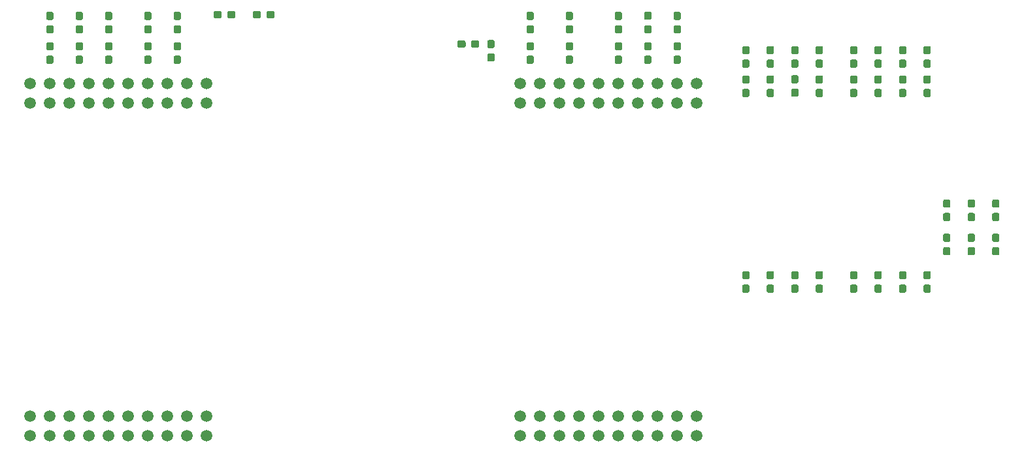
<source format=gbr>
G04 #@! TF.GenerationSoftware,KiCad,Pcbnew,(5.1.5)-3*
G04 #@! TF.CreationDate,2019-12-18T20:13:33-06:00*
G04 #@! TF.ProjectId,Tiva_Breakout_Hardware,54697661-5f42-4726-9561-6b6f75745f48,rev?*
G04 #@! TF.SameCoordinates,Original*
G04 #@! TF.FileFunction,Paste,Top*
G04 #@! TF.FilePolarity,Positive*
%FSLAX46Y46*%
G04 Gerber Fmt 4.6, Leading zero omitted, Abs format (unit mm)*
G04 Created by KiCad (PCBNEW (5.1.5)-3) date 2019-12-18 20:13:33*
%MOMM*%
%LPD*%
G04 APERTURE LIST*
%ADD10C,1.520000*%
%ADD11C,0.100000*%
G04 APERTURE END LIST*
D10*
X159461200Y-141351000D03*
X162001200Y-141351000D03*
X164541200Y-141351000D03*
X167081200Y-141351000D03*
X169621200Y-141351000D03*
X172161200Y-141351000D03*
X174701200Y-141351000D03*
X177241200Y-141351000D03*
X179781200Y-141351000D03*
X182321200Y-141351000D03*
X159461200Y-138811000D03*
X162001200Y-138811000D03*
X164541200Y-138811000D03*
X167081200Y-138811000D03*
X169621200Y-138811000D03*
X172161200Y-138811000D03*
X174701200Y-138811000D03*
X177241200Y-138811000D03*
X179781200Y-138811000D03*
X182321200Y-138811000D03*
X159461200Y-95631000D03*
X162001200Y-95631000D03*
X164541200Y-95631000D03*
X167081200Y-95631000D03*
X169621200Y-95631000D03*
X172161200Y-95631000D03*
X174701200Y-95631000D03*
X177241200Y-95631000D03*
X179781200Y-95631000D03*
X182321200Y-95631000D03*
X159461200Y-98171000D03*
X162001200Y-98171000D03*
X164541200Y-98171000D03*
X167081200Y-98171000D03*
X169621200Y-98171000D03*
X172161200Y-98171000D03*
X174701200Y-98171000D03*
X177241200Y-98171000D03*
X179781200Y-98171000D03*
X182321200Y-98171000D03*
X113741200Y-141351000D03*
X116281200Y-141351000D03*
X118821200Y-141351000D03*
X95961200Y-138811000D03*
X98501200Y-138811000D03*
X101041200Y-138811000D03*
X103581200Y-138811000D03*
X106121200Y-138811000D03*
X108661200Y-138811000D03*
X111201200Y-138811000D03*
X113741200Y-138811000D03*
X116281200Y-138811000D03*
X118821200Y-138811000D03*
X95961200Y-95631000D03*
X101041200Y-95631000D03*
X106121200Y-95631000D03*
X108661200Y-95631000D03*
X111201200Y-95631000D03*
X113741200Y-95631000D03*
X116281200Y-95631000D03*
X95961200Y-98171000D03*
X101041200Y-98171000D03*
X111201200Y-98171000D03*
X113741200Y-98171000D03*
X116281200Y-98171000D03*
X118821200Y-98171000D03*
X106121200Y-98171000D03*
X103581200Y-98171000D03*
X98501200Y-95631000D03*
X111201200Y-141351000D03*
X108661200Y-141351000D03*
X98501200Y-98171000D03*
X103581200Y-95631000D03*
X101041200Y-141351000D03*
X103581200Y-141351000D03*
X108661200Y-98171000D03*
X106121200Y-141351000D03*
X98501200Y-141351000D03*
X95961200Y-141351000D03*
X118821200Y-95631000D03*
D11*
G36*
X155911979Y-91777144D02*
G01*
X155935034Y-91780563D01*
X155957643Y-91786227D01*
X155979587Y-91794079D01*
X156000657Y-91804044D01*
X156020648Y-91816026D01*
X156039368Y-91829910D01*
X156056638Y-91845562D01*
X156072290Y-91862832D01*
X156086174Y-91881552D01*
X156098156Y-91901543D01*
X156108121Y-91922613D01*
X156115973Y-91944557D01*
X156121637Y-91967166D01*
X156125056Y-91990221D01*
X156126200Y-92013500D01*
X156126200Y-92588500D01*
X156125056Y-92611779D01*
X156121637Y-92634834D01*
X156115973Y-92657443D01*
X156108121Y-92679387D01*
X156098156Y-92700457D01*
X156086174Y-92720448D01*
X156072290Y-92739168D01*
X156056638Y-92756438D01*
X156039368Y-92772090D01*
X156020648Y-92785974D01*
X156000657Y-92797956D01*
X155979587Y-92807921D01*
X155957643Y-92815773D01*
X155935034Y-92821437D01*
X155911979Y-92824856D01*
X155888700Y-92826000D01*
X155413700Y-92826000D01*
X155390421Y-92824856D01*
X155367366Y-92821437D01*
X155344757Y-92815773D01*
X155322813Y-92807921D01*
X155301743Y-92797956D01*
X155281752Y-92785974D01*
X155263032Y-92772090D01*
X155245762Y-92756438D01*
X155230110Y-92739168D01*
X155216226Y-92720448D01*
X155204244Y-92700457D01*
X155194279Y-92679387D01*
X155186427Y-92657443D01*
X155180763Y-92634834D01*
X155177344Y-92611779D01*
X155176200Y-92588500D01*
X155176200Y-92013500D01*
X155177344Y-91990221D01*
X155180763Y-91967166D01*
X155186427Y-91944557D01*
X155194279Y-91922613D01*
X155204244Y-91901543D01*
X155216226Y-91881552D01*
X155230110Y-91862832D01*
X155245762Y-91845562D01*
X155263032Y-91829910D01*
X155281752Y-91816026D01*
X155301743Y-91804044D01*
X155322813Y-91794079D01*
X155344757Y-91786227D01*
X155367366Y-91780563D01*
X155390421Y-91777144D01*
X155413700Y-91776000D01*
X155888700Y-91776000D01*
X155911979Y-91777144D01*
G37*
G36*
X155911979Y-90027144D02*
G01*
X155935034Y-90030563D01*
X155957643Y-90036227D01*
X155979587Y-90044079D01*
X156000657Y-90054044D01*
X156020648Y-90066026D01*
X156039368Y-90079910D01*
X156056638Y-90095562D01*
X156072290Y-90112832D01*
X156086174Y-90131552D01*
X156098156Y-90151543D01*
X156108121Y-90172613D01*
X156115973Y-90194557D01*
X156121637Y-90217166D01*
X156125056Y-90240221D01*
X156126200Y-90263500D01*
X156126200Y-90838500D01*
X156125056Y-90861779D01*
X156121637Y-90884834D01*
X156115973Y-90907443D01*
X156108121Y-90929387D01*
X156098156Y-90950457D01*
X156086174Y-90970448D01*
X156072290Y-90989168D01*
X156056638Y-91006438D01*
X156039368Y-91022090D01*
X156020648Y-91035974D01*
X156000657Y-91047956D01*
X155979587Y-91057921D01*
X155957643Y-91065773D01*
X155935034Y-91071437D01*
X155911979Y-91074856D01*
X155888700Y-91076000D01*
X155413700Y-91076000D01*
X155390421Y-91074856D01*
X155367366Y-91071437D01*
X155344757Y-91065773D01*
X155322813Y-91057921D01*
X155301743Y-91047956D01*
X155281752Y-91035974D01*
X155263032Y-91022090D01*
X155245762Y-91006438D01*
X155230110Y-90989168D01*
X155216226Y-90970448D01*
X155204244Y-90950457D01*
X155194279Y-90929387D01*
X155186427Y-90907443D01*
X155180763Y-90884834D01*
X155177344Y-90861779D01*
X155176200Y-90838500D01*
X155176200Y-90263500D01*
X155177344Y-90240221D01*
X155180763Y-90217166D01*
X155186427Y-90194557D01*
X155194279Y-90172613D01*
X155204244Y-90151543D01*
X155216226Y-90131552D01*
X155230110Y-90112832D01*
X155245762Y-90095562D01*
X155263032Y-90079910D01*
X155281752Y-90066026D01*
X155301743Y-90054044D01*
X155322813Y-90044079D01*
X155344757Y-90036227D01*
X155367366Y-90030563D01*
X155390421Y-90027144D01*
X155413700Y-90026000D01*
X155888700Y-90026000D01*
X155911979Y-90027144D01*
G37*
G36*
X153901979Y-90077144D02*
G01*
X153925034Y-90080563D01*
X153947643Y-90086227D01*
X153969587Y-90094079D01*
X153990657Y-90104044D01*
X154010648Y-90116026D01*
X154029368Y-90129910D01*
X154046638Y-90145562D01*
X154062290Y-90162832D01*
X154076174Y-90181552D01*
X154088156Y-90201543D01*
X154098121Y-90222613D01*
X154105973Y-90244557D01*
X154111637Y-90267166D01*
X154115056Y-90290221D01*
X154116200Y-90313500D01*
X154116200Y-90788500D01*
X154115056Y-90811779D01*
X154111637Y-90834834D01*
X154105973Y-90857443D01*
X154098121Y-90879387D01*
X154088156Y-90900457D01*
X154076174Y-90920448D01*
X154062290Y-90939168D01*
X154046638Y-90956438D01*
X154029368Y-90972090D01*
X154010648Y-90985974D01*
X153990657Y-90997956D01*
X153969587Y-91007921D01*
X153947643Y-91015773D01*
X153925034Y-91021437D01*
X153901979Y-91024856D01*
X153878700Y-91026000D01*
X153303700Y-91026000D01*
X153280421Y-91024856D01*
X153257366Y-91021437D01*
X153234757Y-91015773D01*
X153212813Y-91007921D01*
X153191743Y-90997956D01*
X153171752Y-90985974D01*
X153153032Y-90972090D01*
X153135762Y-90956438D01*
X153120110Y-90939168D01*
X153106226Y-90920448D01*
X153094244Y-90900457D01*
X153084279Y-90879387D01*
X153076427Y-90857443D01*
X153070763Y-90834834D01*
X153067344Y-90811779D01*
X153066200Y-90788500D01*
X153066200Y-90313500D01*
X153067344Y-90290221D01*
X153070763Y-90267166D01*
X153076427Y-90244557D01*
X153084279Y-90222613D01*
X153094244Y-90201543D01*
X153106226Y-90181552D01*
X153120110Y-90162832D01*
X153135762Y-90145562D01*
X153153032Y-90129910D01*
X153171752Y-90116026D01*
X153191743Y-90104044D01*
X153212813Y-90094079D01*
X153234757Y-90086227D01*
X153257366Y-90080563D01*
X153280421Y-90077144D01*
X153303700Y-90076000D01*
X153878700Y-90076000D01*
X153901979Y-90077144D01*
G37*
G36*
X152151979Y-90077144D02*
G01*
X152175034Y-90080563D01*
X152197643Y-90086227D01*
X152219587Y-90094079D01*
X152240657Y-90104044D01*
X152260648Y-90116026D01*
X152279368Y-90129910D01*
X152296638Y-90145562D01*
X152312290Y-90162832D01*
X152326174Y-90181552D01*
X152338156Y-90201543D01*
X152348121Y-90222613D01*
X152355973Y-90244557D01*
X152361637Y-90267166D01*
X152365056Y-90290221D01*
X152366200Y-90313500D01*
X152366200Y-90788500D01*
X152365056Y-90811779D01*
X152361637Y-90834834D01*
X152355973Y-90857443D01*
X152348121Y-90879387D01*
X152338156Y-90900457D01*
X152326174Y-90920448D01*
X152312290Y-90939168D01*
X152296638Y-90956438D01*
X152279368Y-90972090D01*
X152260648Y-90985974D01*
X152240657Y-90997956D01*
X152219587Y-91007921D01*
X152197643Y-91015773D01*
X152175034Y-91021437D01*
X152151979Y-91024856D01*
X152128700Y-91026000D01*
X151553700Y-91026000D01*
X151530421Y-91024856D01*
X151507366Y-91021437D01*
X151484757Y-91015773D01*
X151462813Y-91007921D01*
X151441743Y-90997956D01*
X151421752Y-90985974D01*
X151403032Y-90972090D01*
X151385762Y-90956438D01*
X151370110Y-90939168D01*
X151356226Y-90920448D01*
X151344244Y-90900457D01*
X151334279Y-90879387D01*
X151326427Y-90857443D01*
X151320763Y-90834834D01*
X151317344Y-90811779D01*
X151316200Y-90788500D01*
X151316200Y-90313500D01*
X151317344Y-90290221D01*
X151320763Y-90267166D01*
X151326427Y-90244557D01*
X151334279Y-90222613D01*
X151344244Y-90201543D01*
X151356226Y-90181552D01*
X151370110Y-90162832D01*
X151385762Y-90145562D01*
X151403032Y-90129910D01*
X151421752Y-90116026D01*
X151441743Y-90104044D01*
X151462813Y-90094079D01*
X151484757Y-90086227D01*
X151507366Y-90080563D01*
X151530421Y-90077144D01*
X151553700Y-90076000D01*
X152128700Y-90076000D01*
X152151979Y-90077144D01*
G37*
G36*
X160991979Y-92059144D02*
G01*
X161015034Y-92062563D01*
X161037643Y-92068227D01*
X161059587Y-92076079D01*
X161080657Y-92086044D01*
X161100648Y-92098026D01*
X161119368Y-92111910D01*
X161136638Y-92127562D01*
X161152290Y-92144832D01*
X161166174Y-92163552D01*
X161178156Y-92183543D01*
X161188121Y-92204613D01*
X161195973Y-92226557D01*
X161201637Y-92249166D01*
X161205056Y-92272221D01*
X161206200Y-92295500D01*
X161206200Y-92870500D01*
X161205056Y-92893779D01*
X161201637Y-92916834D01*
X161195973Y-92939443D01*
X161188121Y-92961387D01*
X161178156Y-92982457D01*
X161166174Y-93002448D01*
X161152290Y-93021168D01*
X161136638Y-93038438D01*
X161119368Y-93054090D01*
X161100648Y-93067974D01*
X161080657Y-93079956D01*
X161059587Y-93089921D01*
X161037643Y-93097773D01*
X161015034Y-93103437D01*
X160991979Y-93106856D01*
X160968700Y-93108000D01*
X160493700Y-93108000D01*
X160470421Y-93106856D01*
X160447366Y-93103437D01*
X160424757Y-93097773D01*
X160402813Y-93089921D01*
X160381743Y-93079956D01*
X160361752Y-93067974D01*
X160343032Y-93054090D01*
X160325762Y-93038438D01*
X160310110Y-93021168D01*
X160296226Y-93002448D01*
X160284244Y-92982457D01*
X160274279Y-92961387D01*
X160266427Y-92939443D01*
X160260763Y-92916834D01*
X160257344Y-92893779D01*
X160256200Y-92870500D01*
X160256200Y-92295500D01*
X160257344Y-92272221D01*
X160260763Y-92249166D01*
X160266427Y-92226557D01*
X160274279Y-92204613D01*
X160284244Y-92183543D01*
X160296226Y-92163552D01*
X160310110Y-92144832D01*
X160325762Y-92127562D01*
X160343032Y-92111910D01*
X160361752Y-92098026D01*
X160381743Y-92086044D01*
X160402813Y-92076079D01*
X160424757Y-92068227D01*
X160447366Y-92062563D01*
X160470421Y-92059144D01*
X160493700Y-92058000D01*
X160968700Y-92058000D01*
X160991979Y-92059144D01*
G37*
G36*
X160991979Y-90309144D02*
G01*
X161015034Y-90312563D01*
X161037643Y-90318227D01*
X161059587Y-90326079D01*
X161080657Y-90336044D01*
X161100648Y-90348026D01*
X161119368Y-90361910D01*
X161136638Y-90377562D01*
X161152290Y-90394832D01*
X161166174Y-90413552D01*
X161178156Y-90433543D01*
X161188121Y-90454613D01*
X161195973Y-90476557D01*
X161201637Y-90499166D01*
X161205056Y-90522221D01*
X161206200Y-90545500D01*
X161206200Y-91120500D01*
X161205056Y-91143779D01*
X161201637Y-91166834D01*
X161195973Y-91189443D01*
X161188121Y-91211387D01*
X161178156Y-91232457D01*
X161166174Y-91252448D01*
X161152290Y-91271168D01*
X161136638Y-91288438D01*
X161119368Y-91304090D01*
X161100648Y-91317974D01*
X161080657Y-91329956D01*
X161059587Y-91339921D01*
X161037643Y-91347773D01*
X161015034Y-91353437D01*
X160991979Y-91356856D01*
X160968700Y-91358000D01*
X160493700Y-91358000D01*
X160470421Y-91356856D01*
X160447366Y-91353437D01*
X160424757Y-91347773D01*
X160402813Y-91339921D01*
X160381743Y-91329956D01*
X160361752Y-91317974D01*
X160343032Y-91304090D01*
X160325762Y-91288438D01*
X160310110Y-91271168D01*
X160296226Y-91252448D01*
X160284244Y-91232457D01*
X160274279Y-91211387D01*
X160266427Y-91189443D01*
X160260763Y-91166834D01*
X160257344Y-91143779D01*
X160256200Y-91120500D01*
X160256200Y-90545500D01*
X160257344Y-90522221D01*
X160260763Y-90499166D01*
X160266427Y-90476557D01*
X160274279Y-90454613D01*
X160284244Y-90433543D01*
X160296226Y-90413552D01*
X160310110Y-90394832D01*
X160325762Y-90377562D01*
X160343032Y-90361910D01*
X160361752Y-90348026D01*
X160381743Y-90336044D01*
X160402813Y-90326079D01*
X160424757Y-90318227D01*
X160447366Y-90312563D01*
X160470421Y-90309144D01*
X160493700Y-90308000D01*
X160968700Y-90308000D01*
X160991979Y-90309144D01*
G37*
G36*
X120556979Y-86267144D02*
G01*
X120580034Y-86270563D01*
X120602643Y-86276227D01*
X120624587Y-86284079D01*
X120645657Y-86294044D01*
X120665648Y-86306026D01*
X120684368Y-86319910D01*
X120701638Y-86335562D01*
X120717290Y-86352832D01*
X120731174Y-86371552D01*
X120743156Y-86391543D01*
X120753121Y-86412613D01*
X120760973Y-86434557D01*
X120766637Y-86457166D01*
X120770056Y-86480221D01*
X120771200Y-86503500D01*
X120771200Y-86978500D01*
X120770056Y-87001779D01*
X120766637Y-87024834D01*
X120760973Y-87047443D01*
X120753121Y-87069387D01*
X120743156Y-87090457D01*
X120731174Y-87110448D01*
X120717290Y-87129168D01*
X120701638Y-87146438D01*
X120684368Y-87162090D01*
X120665648Y-87175974D01*
X120645657Y-87187956D01*
X120624587Y-87197921D01*
X120602643Y-87205773D01*
X120580034Y-87211437D01*
X120556979Y-87214856D01*
X120533700Y-87216000D01*
X119958700Y-87216000D01*
X119935421Y-87214856D01*
X119912366Y-87211437D01*
X119889757Y-87205773D01*
X119867813Y-87197921D01*
X119846743Y-87187956D01*
X119826752Y-87175974D01*
X119808032Y-87162090D01*
X119790762Y-87146438D01*
X119775110Y-87129168D01*
X119761226Y-87110448D01*
X119749244Y-87090457D01*
X119739279Y-87069387D01*
X119731427Y-87047443D01*
X119725763Y-87024834D01*
X119722344Y-87001779D01*
X119721200Y-86978500D01*
X119721200Y-86503500D01*
X119722344Y-86480221D01*
X119725763Y-86457166D01*
X119731427Y-86434557D01*
X119739279Y-86412613D01*
X119749244Y-86391543D01*
X119761226Y-86371552D01*
X119775110Y-86352832D01*
X119790762Y-86335562D01*
X119808032Y-86319910D01*
X119826752Y-86306026D01*
X119846743Y-86294044D01*
X119867813Y-86284079D01*
X119889757Y-86276227D01*
X119912366Y-86270563D01*
X119935421Y-86267144D01*
X119958700Y-86266000D01*
X120533700Y-86266000D01*
X120556979Y-86267144D01*
G37*
G36*
X122306979Y-86267144D02*
G01*
X122330034Y-86270563D01*
X122352643Y-86276227D01*
X122374587Y-86284079D01*
X122395657Y-86294044D01*
X122415648Y-86306026D01*
X122434368Y-86319910D01*
X122451638Y-86335562D01*
X122467290Y-86352832D01*
X122481174Y-86371552D01*
X122493156Y-86391543D01*
X122503121Y-86412613D01*
X122510973Y-86434557D01*
X122516637Y-86457166D01*
X122520056Y-86480221D01*
X122521200Y-86503500D01*
X122521200Y-86978500D01*
X122520056Y-87001779D01*
X122516637Y-87024834D01*
X122510973Y-87047443D01*
X122503121Y-87069387D01*
X122493156Y-87090457D01*
X122481174Y-87110448D01*
X122467290Y-87129168D01*
X122451638Y-87146438D01*
X122434368Y-87162090D01*
X122415648Y-87175974D01*
X122395657Y-87187956D01*
X122374587Y-87197921D01*
X122352643Y-87205773D01*
X122330034Y-87211437D01*
X122306979Y-87214856D01*
X122283700Y-87216000D01*
X121708700Y-87216000D01*
X121685421Y-87214856D01*
X121662366Y-87211437D01*
X121639757Y-87205773D01*
X121617813Y-87197921D01*
X121596743Y-87187956D01*
X121576752Y-87175974D01*
X121558032Y-87162090D01*
X121540762Y-87146438D01*
X121525110Y-87129168D01*
X121511226Y-87110448D01*
X121499244Y-87090457D01*
X121489279Y-87069387D01*
X121481427Y-87047443D01*
X121475763Y-87024834D01*
X121472344Y-87001779D01*
X121471200Y-86978500D01*
X121471200Y-86503500D01*
X121472344Y-86480221D01*
X121475763Y-86457166D01*
X121481427Y-86434557D01*
X121489279Y-86412613D01*
X121499244Y-86391543D01*
X121511226Y-86371552D01*
X121525110Y-86352832D01*
X121540762Y-86335562D01*
X121558032Y-86319910D01*
X121576752Y-86306026D01*
X121596743Y-86294044D01*
X121617813Y-86284079D01*
X121639757Y-86276227D01*
X121662366Y-86270563D01*
X121685421Y-86267144D01*
X121708700Y-86266000D01*
X122283700Y-86266000D01*
X122306979Y-86267144D01*
G37*
G36*
X125636979Y-86267144D02*
G01*
X125660034Y-86270563D01*
X125682643Y-86276227D01*
X125704587Y-86284079D01*
X125725657Y-86294044D01*
X125745648Y-86306026D01*
X125764368Y-86319910D01*
X125781638Y-86335562D01*
X125797290Y-86352832D01*
X125811174Y-86371552D01*
X125823156Y-86391543D01*
X125833121Y-86412613D01*
X125840973Y-86434557D01*
X125846637Y-86457166D01*
X125850056Y-86480221D01*
X125851200Y-86503500D01*
X125851200Y-86978500D01*
X125850056Y-87001779D01*
X125846637Y-87024834D01*
X125840973Y-87047443D01*
X125833121Y-87069387D01*
X125823156Y-87090457D01*
X125811174Y-87110448D01*
X125797290Y-87129168D01*
X125781638Y-87146438D01*
X125764368Y-87162090D01*
X125745648Y-87175974D01*
X125725657Y-87187956D01*
X125704587Y-87197921D01*
X125682643Y-87205773D01*
X125660034Y-87211437D01*
X125636979Y-87214856D01*
X125613700Y-87216000D01*
X125038700Y-87216000D01*
X125015421Y-87214856D01*
X124992366Y-87211437D01*
X124969757Y-87205773D01*
X124947813Y-87197921D01*
X124926743Y-87187956D01*
X124906752Y-87175974D01*
X124888032Y-87162090D01*
X124870762Y-87146438D01*
X124855110Y-87129168D01*
X124841226Y-87110448D01*
X124829244Y-87090457D01*
X124819279Y-87069387D01*
X124811427Y-87047443D01*
X124805763Y-87024834D01*
X124802344Y-87001779D01*
X124801200Y-86978500D01*
X124801200Y-86503500D01*
X124802344Y-86480221D01*
X124805763Y-86457166D01*
X124811427Y-86434557D01*
X124819279Y-86412613D01*
X124829244Y-86391543D01*
X124841226Y-86371552D01*
X124855110Y-86352832D01*
X124870762Y-86335562D01*
X124888032Y-86319910D01*
X124906752Y-86306026D01*
X124926743Y-86294044D01*
X124947813Y-86284079D01*
X124969757Y-86276227D01*
X124992366Y-86270563D01*
X125015421Y-86267144D01*
X125038700Y-86266000D01*
X125613700Y-86266000D01*
X125636979Y-86267144D01*
G37*
G36*
X127386979Y-86267144D02*
G01*
X127410034Y-86270563D01*
X127432643Y-86276227D01*
X127454587Y-86284079D01*
X127475657Y-86294044D01*
X127495648Y-86306026D01*
X127514368Y-86319910D01*
X127531638Y-86335562D01*
X127547290Y-86352832D01*
X127561174Y-86371552D01*
X127573156Y-86391543D01*
X127583121Y-86412613D01*
X127590973Y-86434557D01*
X127596637Y-86457166D01*
X127600056Y-86480221D01*
X127601200Y-86503500D01*
X127601200Y-86978500D01*
X127600056Y-87001779D01*
X127596637Y-87024834D01*
X127590973Y-87047443D01*
X127583121Y-87069387D01*
X127573156Y-87090457D01*
X127561174Y-87110448D01*
X127547290Y-87129168D01*
X127531638Y-87146438D01*
X127514368Y-87162090D01*
X127495648Y-87175974D01*
X127475657Y-87187956D01*
X127454587Y-87197921D01*
X127432643Y-87205773D01*
X127410034Y-87211437D01*
X127386979Y-87214856D01*
X127363700Y-87216000D01*
X126788700Y-87216000D01*
X126765421Y-87214856D01*
X126742366Y-87211437D01*
X126719757Y-87205773D01*
X126697813Y-87197921D01*
X126676743Y-87187956D01*
X126656752Y-87175974D01*
X126638032Y-87162090D01*
X126620762Y-87146438D01*
X126605110Y-87129168D01*
X126591226Y-87110448D01*
X126579244Y-87090457D01*
X126569279Y-87069387D01*
X126561427Y-87047443D01*
X126555763Y-87024834D01*
X126552344Y-87001779D01*
X126551200Y-86978500D01*
X126551200Y-86503500D01*
X126552344Y-86480221D01*
X126555763Y-86457166D01*
X126561427Y-86434557D01*
X126569279Y-86412613D01*
X126579244Y-86391543D01*
X126591226Y-86371552D01*
X126605110Y-86352832D01*
X126620762Y-86335562D01*
X126638032Y-86319910D01*
X126656752Y-86306026D01*
X126676743Y-86294044D01*
X126697813Y-86284079D01*
X126719757Y-86276227D01*
X126742366Y-86270563D01*
X126765421Y-86267144D01*
X126788700Y-86266000D01*
X127363700Y-86266000D01*
X127386979Y-86267144D01*
G37*
G36*
X111461979Y-88122144D02*
G01*
X111485034Y-88125563D01*
X111507643Y-88131227D01*
X111529587Y-88139079D01*
X111550657Y-88149044D01*
X111570648Y-88161026D01*
X111589368Y-88174910D01*
X111606638Y-88190562D01*
X111622290Y-88207832D01*
X111636174Y-88226552D01*
X111648156Y-88246543D01*
X111658121Y-88267613D01*
X111665973Y-88289557D01*
X111671637Y-88312166D01*
X111675056Y-88335221D01*
X111676200Y-88358500D01*
X111676200Y-88933500D01*
X111675056Y-88956779D01*
X111671637Y-88979834D01*
X111665973Y-89002443D01*
X111658121Y-89024387D01*
X111648156Y-89045457D01*
X111636174Y-89065448D01*
X111622290Y-89084168D01*
X111606638Y-89101438D01*
X111589368Y-89117090D01*
X111570648Y-89130974D01*
X111550657Y-89142956D01*
X111529587Y-89152921D01*
X111507643Y-89160773D01*
X111485034Y-89166437D01*
X111461979Y-89169856D01*
X111438700Y-89171000D01*
X110963700Y-89171000D01*
X110940421Y-89169856D01*
X110917366Y-89166437D01*
X110894757Y-89160773D01*
X110872813Y-89152921D01*
X110851743Y-89142956D01*
X110831752Y-89130974D01*
X110813032Y-89117090D01*
X110795762Y-89101438D01*
X110780110Y-89084168D01*
X110766226Y-89065448D01*
X110754244Y-89045457D01*
X110744279Y-89024387D01*
X110736427Y-89002443D01*
X110730763Y-88979834D01*
X110727344Y-88956779D01*
X110726200Y-88933500D01*
X110726200Y-88358500D01*
X110727344Y-88335221D01*
X110730763Y-88312166D01*
X110736427Y-88289557D01*
X110744279Y-88267613D01*
X110754244Y-88246543D01*
X110766226Y-88226552D01*
X110780110Y-88207832D01*
X110795762Y-88190562D01*
X110813032Y-88174910D01*
X110831752Y-88161026D01*
X110851743Y-88149044D01*
X110872813Y-88139079D01*
X110894757Y-88131227D01*
X110917366Y-88125563D01*
X110940421Y-88122144D01*
X110963700Y-88121000D01*
X111438700Y-88121000D01*
X111461979Y-88122144D01*
G37*
G36*
X111461979Y-86372144D02*
G01*
X111485034Y-86375563D01*
X111507643Y-86381227D01*
X111529587Y-86389079D01*
X111550657Y-86399044D01*
X111570648Y-86411026D01*
X111589368Y-86424910D01*
X111606638Y-86440562D01*
X111622290Y-86457832D01*
X111636174Y-86476552D01*
X111648156Y-86496543D01*
X111658121Y-86517613D01*
X111665973Y-86539557D01*
X111671637Y-86562166D01*
X111675056Y-86585221D01*
X111676200Y-86608500D01*
X111676200Y-87183500D01*
X111675056Y-87206779D01*
X111671637Y-87229834D01*
X111665973Y-87252443D01*
X111658121Y-87274387D01*
X111648156Y-87295457D01*
X111636174Y-87315448D01*
X111622290Y-87334168D01*
X111606638Y-87351438D01*
X111589368Y-87367090D01*
X111570648Y-87380974D01*
X111550657Y-87392956D01*
X111529587Y-87402921D01*
X111507643Y-87410773D01*
X111485034Y-87416437D01*
X111461979Y-87419856D01*
X111438700Y-87421000D01*
X110963700Y-87421000D01*
X110940421Y-87419856D01*
X110917366Y-87416437D01*
X110894757Y-87410773D01*
X110872813Y-87402921D01*
X110851743Y-87392956D01*
X110831752Y-87380974D01*
X110813032Y-87367090D01*
X110795762Y-87351438D01*
X110780110Y-87334168D01*
X110766226Y-87315448D01*
X110754244Y-87295457D01*
X110744279Y-87274387D01*
X110736427Y-87252443D01*
X110730763Y-87229834D01*
X110727344Y-87206779D01*
X110726200Y-87183500D01*
X110726200Y-86608500D01*
X110727344Y-86585221D01*
X110730763Y-86562166D01*
X110736427Y-86539557D01*
X110744279Y-86517613D01*
X110754244Y-86496543D01*
X110766226Y-86476552D01*
X110780110Y-86457832D01*
X110795762Y-86440562D01*
X110813032Y-86424910D01*
X110831752Y-86411026D01*
X110851743Y-86399044D01*
X110872813Y-86389079D01*
X110894757Y-86381227D01*
X110917366Y-86375563D01*
X110940421Y-86372144D01*
X110963700Y-86371000D01*
X111438700Y-86371000D01*
X111461979Y-86372144D01*
G37*
G36*
X106381979Y-86372144D02*
G01*
X106405034Y-86375563D01*
X106427643Y-86381227D01*
X106449587Y-86389079D01*
X106470657Y-86399044D01*
X106490648Y-86411026D01*
X106509368Y-86424910D01*
X106526638Y-86440562D01*
X106542290Y-86457832D01*
X106556174Y-86476552D01*
X106568156Y-86496543D01*
X106578121Y-86517613D01*
X106585973Y-86539557D01*
X106591637Y-86562166D01*
X106595056Y-86585221D01*
X106596200Y-86608500D01*
X106596200Y-87183500D01*
X106595056Y-87206779D01*
X106591637Y-87229834D01*
X106585973Y-87252443D01*
X106578121Y-87274387D01*
X106568156Y-87295457D01*
X106556174Y-87315448D01*
X106542290Y-87334168D01*
X106526638Y-87351438D01*
X106509368Y-87367090D01*
X106490648Y-87380974D01*
X106470657Y-87392956D01*
X106449587Y-87402921D01*
X106427643Y-87410773D01*
X106405034Y-87416437D01*
X106381979Y-87419856D01*
X106358700Y-87421000D01*
X105883700Y-87421000D01*
X105860421Y-87419856D01*
X105837366Y-87416437D01*
X105814757Y-87410773D01*
X105792813Y-87402921D01*
X105771743Y-87392956D01*
X105751752Y-87380974D01*
X105733032Y-87367090D01*
X105715762Y-87351438D01*
X105700110Y-87334168D01*
X105686226Y-87315448D01*
X105674244Y-87295457D01*
X105664279Y-87274387D01*
X105656427Y-87252443D01*
X105650763Y-87229834D01*
X105647344Y-87206779D01*
X105646200Y-87183500D01*
X105646200Y-86608500D01*
X105647344Y-86585221D01*
X105650763Y-86562166D01*
X105656427Y-86539557D01*
X105664279Y-86517613D01*
X105674244Y-86496543D01*
X105686226Y-86476552D01*
X105700110Y-86457832D01*
X105715762Y-86440562D01*
X105733032Y-86424910D01*
X105751752Y-86411026D01*
X105771743Y-86399044D01*
X105792813Y-86389079D01*
X105814757Y-86381227D01*
X105837366Y-86375563D01*
X105860421Y-86372144D01*
X105883700Y-86371000D01*
X106358700Y-86371000D01*
X106381979Y-86372144D01*
G37*
G36*
X106381979Y-88122144D02*
G01*
X106405034Y-88125563D01*
X106427643Y-88131227D01*
X106449587Y-88139079D01*
X106470657Y-88149044D01*
X106490648Y-88161026D01*
X106509368Y-88174910D01*
X106526638Y-88190562D01*
X106542290Y-88207832D01*
X106556174Y-88226552D01*
X106568156Y-88246543D01*
X106578121Y-88267613D01*
X106585973Y-88289557D01*
X106591637Y-88312166D01*
X106595056Y-88335221D01*
X106596200Y-88358500D01*
X106596200Y-88933500D01*
X106595056Y-88956779D01*
X106591637Y-88979834D01*
X106585973Y-89002443D01*
X106578121Y-89024387D01*
X106568156Y-89045457D01*
X106556174Y-89065448D01*
X106542290Y-89084168D01*
X106526638Y-89101438D01*
X106509368Y-89117090D01*
X106490648Y-89130974D01*
X106470657Y-89142956D01*
X106449587Y-89152921D01*
X106427643Y-89160773D01*
X106405034Y-89166437D01*
X106381979Y-89169856D01*
X106358700Y-89171000D01*
X105883700Y-89171000D01*
X105860421Y-89169856D01*
X105837366Y-89166437D01*
X105814757Y-89160773D01*
X105792813Y-89152921D01*
X105771743Y-89142956D01*
X105751752Y-89130974D01*
X105733032Y-89117090D01*
X105715762Y-89101438D01*
X105700110Y-89084168D01*
X105686226Y-89065448D01*
X105674244Y-89045457D01*
X105664279Y-89024387D01*
X105656427Y-89002443D01*
X105650763Y-88979834D01*
X105647344Y-88956779D01*
X105646200Y-88933500D01*
X105646200Y-88358500D01*
X105647344Y-88335221D01*
X105650763Y-88312166D01*
X105656427Y-88289557D01*
X105664279Y-88267613D01*
X105674244Y-88246543D01*
X105686226Y-88226552D01*
X105700110Y-88207832D01*
X105715762Y-88190562D01*
X105733032Y-88174910D01*
X105751752Y-88161026D01*
X105771743Y-88149044D01*
X105792813Y-88139079D01*
X105814757Y-88131227D01*
X105837366Y-88125563D01*
X105860421Y-88122144D01*
X105883700Y-88121000D01*
X106358700Y-88121000D01*
X106381979Y-88122144D01*
G37*
G36*
X102571979Y-88122144D02*
G01*
X102595034Y-88125563D01*
X102617643Y-88131227D01*
X102639587Y-88139079D01*
X102660657Y-88149044D01*
X102680648Y-88161026D01*
X102699368Y-88174910D01*
X102716638Y-88190562D01*
X102732290Y-88207832D01*
X102746174Y-88226552D01*
X102758156Y-88246543D01*
X102768121Y-88267613D01*
X102775973Y-88289557D01*
X102781637Y-88312166D01*
X102785056Y-88335221D01*
X102786200Y-88358500D01*
X102786200Y-88933500D01*
X102785056Y-88956779D01*
X102781637Y-88979834D01*
X102775973Y-89002443D01*
X102768121Y-89024387D01*
X102758156Y-89045457D01*
X102746174Y-89065448D01*
X102732290Y-89084168D01*
X102716638Y-89101438D01*
X102699368Y-89117090D01*
X102680648Y-89130974D01*
X102660657Y-89142956D01*
X102639587Y-89152921D01*
X102617643Y-89160773D01*
X102595034Y-89166437D01*
X102571979Y-89169856D01*
X102548700Y-89171000D01*
X102073700Y-89171000D01*
X102050421Y-89169856D01*
X102027366Y-89166437D01*
X102004757Y-89160773D01*
X101982813Y-89152921D01*
X101961743Y-89142956D01*
X101941752Y-89130974D01*
X101923032Y-89117090D01*
X101905762Y-89101438D01*
X101890110Y-89084168D01*
X101876226Y-89065448D01*
X101864244Y-89045457D01*
X101854279Y-89024387D01*
X101846427Y-89002443D01*
X101840763Y-88979834D01*
X101837344Y-88956779D01*
X101836200Y-88933500D01*
X101836200Y-88358500D01*
X101837344Y-88335221D01*
X101840763Y-88312166D01*
X101846427Y-88289557D01*
X101854279Y-88267613D01*
X101864244Y-88246543D01*
X101876226Y-88226552D01*
X101890110Y-88207832D01*
X101905762Y-88190562D01*
X101923032Y-88174910D01*
X101941752Y-88161026D01*
X101961743Y-88149044D01*
X101982813Y-88139079D01*
X102004757Y-88131227D01*
X102027366Y-88125563D01*
X102050421Y-88122144D01*
X102073700Y-88121000D01*
X102548700Y-88121000D01*
X102571979Y-88122144D01*
G37*
G36*
X102571979Y-86372144D02*
G01*
X102595034Y-86375563D01*
X102617643Y-86381227D01*
X102639587Y-86389079D01*
X102660657Y-86399044D01*
X102680648Y-86411026D01*
X102699368Y-86424910D01*
X102716638Y-86440562D01*
X102732290Y-86457832D01*
X102746174Y-86476552D01*
X102758156Y-86496543D01*
X102768121Y-86517613D01*
X102775973Y-86539557D01*
X102781637Y-86562166D01*
X102785056Y-86585221D01*
X102786200Y-86608500D01*
X102786200Y-87183500D01*
X102785056Y-87206779D01*
X102781637Y-87229834D01*
X102775973Y-87252443D01*
X102768121Y-87274387D01*
X102758156Y-87295457D01*
X102746174Y-87315448D01*
X102732290Y-87334168D01*
X102716638Y-87351438D01*
X102699368Y-87367090D01*
X102680648Y-87380974D01*
X102660657Y-87392956D01*
X102639587Y-87402921D01*
X102617643Y-87410773D01*
X102595034Y-87416437D01*
X102571979Y-87419856D01*
X102548700Y-87421000D01*
X102073700Y-87421000D01*
X102050421Y-87419856D01*
X102027366Y-87416437D01*
X102004757Y-87410773D01*
X101982813Y-87402921D01*
X101961743Y-87392956D01*
X101941752Y-87380974D01*
X101923032Y-87367090D01*
X101905762Y-87351438D01*
X101890110Y-87334168D01*
X101876226Y-87315448D01*
X101864244Y-87295457D01*
X101854279Y-87274387D01*
X101846427Y-87252443D01*
X101840763Y-87229834D01*
X101837344Y-87206779D01*
X101836200Y-87183500D01*
X101836200Y-86608500D01*
X101837344Y-86585221D01*
X101840763Y-86562166D01*
X101846427Y-86539557D01*
X101854279Y-86517613D01*
X101864244Y-86496543D01*
X101876226Y-86476552D01*
X101890110Y-86457832D01*
X101905762Y-86440562D01*
X101923032Y-86424910D01*
X101941752Y-86411026D01*
X101961743Y-86399044D01*
X101982813Y-86389079D01*
X102004757Y-86381227D01*
X102027366Y-86375563D01*
X102050421Y-86372144D01*
X102073700Y-86371000D01*
X102548700Y-86371000D01*
X102571979Y-86372144D01*
G37*
G36*
X98761979Y-86372144D02*
G01*
X98785034Y-86375563D01*
X98807643Y-86381227D01*
X98829587Y-86389079D01*
X98850657Y-86399044D01*
X98870648Y-86411026D01*
X98889368Y-86424910D01*
X98906638Y-86440562D01*
X98922290Y-86457832D01*
X98936174Y-86476552D01*
X98948156Y-86496543D01*
X98958121Y-86517613D01*
X98965973Y-86539557D01*
X98971637Y-86562166D01*
X98975056Y-86585221D01*
X98976200Y-86608500D01*
X98976200Y-87183500D01*
X98975056Y-87206779D01*
X98971637Y-87229834D01*
X98965973Y-87252443D01*
X98958121Y-87274387D01*
X98948156Y-87295457D01*
X98936174Y-87315448D01*
X98922290Y-87334168D01*
X98906638Y-87351438D01*
X98889368Y-87367090D01*
X98870648Y-87380974D01*
X98850657Y-87392956D01*
X98829587Y-87402921D01*
X98807643Y-87410773D01*
X98785034Y-87416437D01*
X98761979Y-87419856D01*
X98738700Y-87421000D01*
X98263700Y-87421000D01*
X98240421Y-87419856D01*
X98217366Y-87416437D01*
X98194757Y-87410773D01*
X98172813Y-87402921D01*
X98151743Y-87392956D01*
X98131752Y-87380974D01*
X98113032Y-87367090D01*
X98095762Y-87351438D01*
X98080110Y-87334168D01*
X98066226Y-87315448D01*
X98054244Y-87295457D01*
X98044279Y-87274387D01*
X98036427Y-87252443D01*
X98030763Y-87229834D01*
X98027344Y-87206779D01*
X98026200Y-87183500D01*
X98026200Y-86608500D01*
X98027344Y-86585221D01*
X98030763Y-86562166D01*
X98036427Y-86539557D01*
X98044279Y-86517613D01*
X98054244Y-86496543D01*
X98066226Y-86476552D01*
X98080110Y-86457832D01*
X98095762Y-86440562D01*
X98113032Y-86424910D01*
X98131752Y-86411026D01*
X98151743Y-86399044D01*
X98172813Y-86389079D01*
X98194757Y-86381227D01*
X98217366Y-86375563D01*
X98240421Y-86372144D01*
X98263700Y-86371000D01*
X98738700Y-86371000D01*
X98761979Y-86372144D01*
G37*
G36*
X98761979Y-88122144D02*
G01*
X98785034Y-88125563D01*
X98807643Y-88131227D01*
X98829587Y-88139079D01*
X98850657Y-88149044D01*
X98870648Y-88161026D01*
X98889368Y-88174910D01*
X98906638Y-88190562D01*
X98922290Y-88207832D01*
X98936174Y-88226552D01*
X98948156Y-88246543D01*
X98958121Y-88267613D01*
X98965973Y-88289557D01*
X98971637Y-88312166D01*
X98975056Y-88335221D01*
X98976200Y-88358500D01*
X98976200Y-88933500D01*
X98975056Y-88956779D01*
X98971637Y-88979834D01*
X98965973Y-89002443D01*
X98958121Y-89024387D01*
X98948156Y-89045457D01*
X98936174Y-89065448D01*
X98922290Y-89084168D01*
X98906638Y-89101438D01*
X98889368Y-89117090D01*
X98870648Y-89130974D01*
X98850657Y-89142956D01*
X98829587Y-89152921D01*
X98807643Y-89160773D01*
X98785034Y-89166437D01*
X98761979Y-89169856D01*
X98738700Y-89171000D01*
X98263700Y-89171000D01*
X98240421Y-89169856D01*
X98217366Y-89166437D01*
X98194757Y-89160773D01*
X98172813Y-89152921D01*
X98151743Y-89142956D01*
X98131752Y-89130974D01*
X98113032Y-89117090D01*
X98095762Y-89101438D01*
X98080110Y-89084168D01*
X98066226Y-89065448D01*
X98054244Y-89045457D01*
X98044279Y-89024387D01*
X98036427Y-89002443D01*
X98030763Y-88979834D01*
X98027344Y-88956779D01*
X98026200Y-88933500D01*
X98026200Y-88358500D01*
X98027344Y-88335221D01*
X98030763Y-88312166D01*
X98036427Y-88289557D01*
X98044279Y-88267613D01*
X98054244Y-88246543D01*
X98066226Y-88226552D01*
X98080110Y-88207832D01*
X98095762Y-88190562D01*
X98113032Y-88174910D01*
X98131752Y-88161026D01*
X98151743Y-88149044D01*
X98172813Y-88139079D01*
X98194757Y-88131227D01*
X98217366Y-88125563D01*
X98240421Y-88122144D01*
X98263700Y-88121000D01*
X98738700Y-88121000D01*
X98761979Y-88122144D01*
G37*
G36*
X115271979Y-88122144D02*
G01*
X115295034Y-88125563D01*
X115317643Y-88131227D01*
X115339587Y-88139079D01*
X115360657Y-88149044D01*
X115380648Y-88161026D01*
X115399368Y-88174910D01*
X115416638Y-88190562D01*
X115432290Y-88207832D01*
X115446174Y-88226552D01*
X115458156Y-88246543D01*
X115468121Y-88267613D01*
X115475973Y-88289557D01*
X115481637Y-88312166D01*
X115485056Y-88335221D01*
X115486200Y-88358500D01*
X115486200Y-88933500D01*
X115485056Y-88956779D01*
X115481637Y-88979834D01*
X115475973Y-89002443D01*
X115468121Y-89024387D01*
X115458156Y-89045457D01*
X115446174Y-89065448D01*
X115432290Y-89084168D01*
X115416638Y-89101438D01*
X115399368Y-89117090D01*
X115380648Y-89130974D01*
X115360657Y-89142956D01*
X115339587Y-89152921D01*
X115317643Y-89160773D01*
X115295034Y-89166437D01*
X115271979Y-89169856D01*
X115248700Y-89171000D01*
X114773700Y-89171000D01*
X114750421Y-89169856D01*
X114727366Y-89166437D01*
X114704757Y-89160773D01*
X114682813Y-89152921D01*
X114661743Y-89142956D01*
X114641752Y-89130974D01*
X114623032Y-89117090D01*
X114605762Y-89101438D01*
X114590110Y-89084168D01*
X114576226Y-89065448D01*
X114564244Y-89045457D01*
X114554279Y-89024387D01*
X114546427Y-89002443D01*
X114540763Y-88979834D01*
X114537344Y-88956779D01*
X114536200Y-88933500D01*
X114536200Y-88358500D01*
X114537344Y-88335221D01*
X114540763Y-88312166D01*
X114546427Y-88289557D01*
X114554279Y-88267613D01*
X114564244Y-88246543D01*
X114576226Y-88226552D01*
X114590110Y-88207832D01*
X114605762Y-88190562D01*
X114623032Y-88174910D01*
X114641752Y-88161026D01*
X114661743Y-88149044D01*
X114682813Y-88139079D01*
X114704757Y-88131227D01*
X114727366Y-88125563D01*
X114750421Y-88122144D01*
X114773700Y-88121000D01*
X115248700Y-88121000D01*
X115271979Y-88122144D01*
G37*
G36*
X115271979Y-86372144D02*
G01*
X115295034Y-86375563D01*
X115317643Y-86381227D01*
X115339587Y-86389079D01*
X115360657Y-86399044D01*
X115380648Y-86411026D01*
X115399368Y-86424910D01*
X115416638Y-86440562D01*
X115432290Y-86457832D01*
X115446174Y-86476552D01*
X115458156Y-86496543D01*
X115468121Y-86517613D01*
X115475973Y-86539557D01*
X115481637Y-86562166D01*
X115485056Y-86585221D01*
X115486200Y-86608500D01*
X115486200Y-87183500D01*
X115485056Y-87206779D01*
X115481637Y-87229834D01*
X115475973Y-87252443D01*
X115468121Y-87274387D01*
X115458156Y-87295457D01*
X115446174Y-87315448D01*
X115432290Y-87334168D01*
X115416638Y-87351438D01*
X115399368Y-87367090D01*
X115380648Y-87380974D01*
X115360657Y-87392956D01*
X115339587Y-87402921D01*
X115317643Y-87410773D01*
X115295034Y-87416437D01*
X115271979Y-87419856D01*
X115248700Y-87421000D01*
X114773700Y-87421000D01*
X114750421Y-87419856D01*
X114727366Y-87416437D01*
X114704757Y-87410773D01*
X114682813Y-87402921D01*
X114661743Y-87392956D01*
X114641752Y-87380974D01*
X114623032Y-87367090D01*
X114605762Y-87351438D01*
X114590110Y-87334168D01*
X114576226Y-87315448D01*
X114564244Y-87295457D01*
X114554279Y-87274387D01*
X114546427Y-87252443D01*
X114540763Y-87229834D01*
X114537344Y-87206779D01*
X114536200Y-87183500D01*
X114536200Y-86608500D01*
X114537344Y-86585221D01*
X114540763Y-86562166D01*
X114546427Y-86539557D01*
X114554279Y-86517613D01*
X114564244Y-86496543D01*
X114576226Y-86476552D01*
X114590110Y-86457832D01*
X114605762Y-86440562D01*
X114623032Y-86424910D01*
X114641752Y-86411026D01*
X114661743Y-86399044D01*
X114682813Y-86389079D01*
X114704757Y-86381227D01*
X114727366Y-86375563D01*
X114750421Y-86372144D01*
X114773700Y-86371000D01*
X115248700Y-86371000D01*
X115271979Y-86372144D01*
G37*
G36*
X160991979Y-86372144D02*
G01*
X161015034Y-86375563D01*
X161037643Y-86381227D01*
X161059587Y-86389079D01*
X161080657Y-86399044D01*
X161100648Y-86411026D01*
X161119368Y-86424910D01*
X161136638Y-86440562D01*
X161152290Y-86457832D01*
X161166174Y-86476552D01*
X161178156Y-86496543D01*
X161188121Y-86517613D01*
X161195973Y-86539557D01*
X161201637Y-86562166D01*
X161205056Y-86585221D01*
X161206200Y-86608500D01*
X161206200Y-87183500D01*
X161205056Y-87206779D01*
X161201637Y-87229834D01*
X161195973Y-87252443D01*
X161188121Y-87274387D01*
X161178156Y-87295457D01*
X161166174Y-87315448D01*
X161152290Y-87334168D01*
X161136638Y-87351438D01*
X161119368Y-87367090D01*
X161100648Y-87380974D01*
X161080657Y-87392956D01*
X161059587Y-87402921D01*
X161037643Y-87410773D01*
X161015034Y-87416437D01*
X160991979Y-87419856D01*
X160968700Y-87421000D01*
X160493700Y-87421000D01*
X160470421Y-87419856D01*
X160447366Y-87416437D01*
X160424757Y-87410773D01*
X160402813Y-87402921D01*
X160381743Y-87392956D01*
X160361752Y-87380974D01*
X160343032Y-87367090D01*
X160325762Y-87351438D01*
X160310110Y-87334168D01*
X160296226Y-87315448D01*
X160284244Y-87295457D01*
X160274279Y-87274387D01*
X160266427Y-87252443D01*
X160260763Y-87229834D01*
X160257344Y-87206779D01*
X160256200Y-87183500D01*
X160256200Y-86608500D01*
X160257344Y-86585221D01*
X160260763Y-86562166D01*
X160266427Y-86539557D01*
X160274279Y-86517613D01*
X160284244Y-86496543D01*
X160296226Y-86476552D01*
X160310110Y-86457832D01*
X160325762Y-86440562D01*
X160343032Y-86424910D01*
X160361752Y-86411026D01*
X160381743Y-86399044D01*
X160402813Y-86389079D01*
X160424757Y-86381227D01*
X160447366Y-86375563D01*
X160470421Y-86372144D01*
X160493700Y-86371000D01*
X160968700Y-86371000D01*
X160991979Y-86372144D01*
G37*
G36*
X160991979Y-88122144D02*
G01*
X161015034Y-88125563D01*
X161037643Y-88131227D01*
X161059587Y-88139079D01*
X161080657Y-88149044D01*
X161100648Y-88161026D01*
X161119368Y-88174910D01*
X161136638Y-88190562D01*
X161152290Y-88207832D01*
X161166174Y-88226552D01*
X161178156Y-88246543D01*
X161188121Y-88267613D01*
X161195973Y-88289557D01*
X161201637Y-88312166D01*
X161205056Y-88335221D01*
X161206200Y-88358500D01*
X161206200Y-88933500D01*
X161205056Y-88956779D01*
X161201637Y-88979834D01*
X161195973Y-89002443D01*
X161188121Y-89024387D01*
X161178156Y-89045457D01*
X161166174Y-89065448D01*
X161152290Y-89084168D01*
X161136638Y-89101438D01*
X161119368Y-89117090D01*
X161100648Y-89130974D01*
X161080657Y-89142956D01*
X161059587Y-89152921D01*
X161037643Y-89160773D01*
X161015034Y-89166437D01*
X160991979Y-89169856D01*
X160968700Y-89171000D01*
X160493700Y-89171000D01*
X160470421Y-89169856D01*
X160447366Y-89166437D01*
X160424757Y-89160773D01*
X160402813Y-89152921D01*
X160381743Y-89142956D01*
X160361752Y-89130974D01*
X160343032Y-89117090D01*
X160325762Y-89101438D01*
X160310110Y-89084168D01*
X160296226Y-89065448D01*
X160284244Y-89045457D01*
X160274279Y-89024387D01*
X160266427Y-89002443D01*
X160260763Y-88979834D01*
X160257344Y-88956779D01*
X160256200Y-88933500D01*
X160256200Y-88358500D01*
X160257344Y-88335221D01*
X160260763Y-88312166D01*
X160266427Y-88289557D01*
X160274279Y-88267613D01*
X160284244Y-88246543D01*
X160296226Y-88226552D01*
X160310110Y-88207832D01*
X160325762Y-88190562D01*
X160343032Y-88174910D01*
X160361752Y-88161026D01*
X160381743Y-88149044D01*
X160402813Y-88139079D01*
X160424757Y-88131227D01*
X160447366Y-88125563D01*
X160470421Y-88122144D01*
X160493700Y-88121000D01*
X160968700Y-88121000D01*
X160991979Y-88122144D01*
G37*
G36*
X166071979Y-86372144D02*
G01*
X166095034Y-86375563D01*
X166117643Y-86381227D01*
X166139587Y-86389079D01*
X166160657Y-86399044D01*
X166180648Y-86411026D01*
X166199368Y-86424910D01*
X166216638Y-86440562D01*
X166232290Y-86457832D01*
X166246174Y-86476552D01*
X166258156Y-86496543D01*
X166268121Y-86517613D01*
X166275973Y-86539557D01*
X166281637Y-86562166D01*
X166285056Y-86585221D01*
X166286200Y-86608500D01*
X166286200Y-87183500D01*
X166285056Y-87206779D01*
X166281637Y-87229834D01*
X166275973Y-87252443D01*
X166268121Y-87274387D01*
X166258156Y-87295457D01*
X166246174Y-87315448D01*
X166232290Y-87334168D01*
X166216638Y-87351438D01*
X166199368Y-87367090D01*
X166180648Y-87380974D01*
X166160657Y-87392956D01*
X166139587Y-87402921D01*
X166117643Y-87410773D01*
X166095034Y-87416437D01*
X166071979Y-87419856D01*
X166048700Y-87421000D01*
X165573700Y-87421000D01*
X165550421Y-87419856D01*
X165527366Y-87416437D01*
X165504757Y-87410773D01*
X165482813Y-87402921D01*
X165461743Y-87392956D01*
X165441752Y-87380974D01*
X165423032Y-87367090D01*
X165405762Y-87351438D01*
X165390110Y-87334168D01*
X165376226Y-87315448D01*
X165364244Y-87295457D01*
X165354279Y-87274387D01*
X165346427Y-87252443D01*
X165340763Y-87229834D01*
X165337344Y-87206779D01*
X165336200Y-87183500D01*
X165336200Y-86608500D01*
X165337344Y-86585221D01*
X165340763Y-86562166D01*
X165346427Y-86539557D01*
X165354279Y-86517613D01*
X165364244Y-86496543D01*
X165376226Y-86476552D01*
X165390110Y-86457832D01*
X165405762Y-86440562D01*
X165423032Y-86424910D01*
X165441752Y-86411026D01*
X165461743Y-86399044D01*
X165482813Y-86389079D01*
X165504757Y-86381227D01*
X165527366Y-86375563D01*
X165550421Y-86372144D01*
X165573700Y-86371000D01*
X166048700Y-86371000D01*
X166071979Y-86372144D01*
G37*
G36*
X166071979Y-88122144D02*
G01*
X166095034Y-88125563D01*
X166117643Y-88131227D01*
X166139587Y-88139079D01*
X166160657Y-88149044D01*
X166180648Y-88161026D01*
X166199368Y-88174910D01*
X166216638Y-88190562D01*
X166232290Y-88207832D01*
X166246174Y-88226552D01*
X166258156Y-88246543D01*
X166268121Y-88267613D01*
X166275973Y-88289557D01*
X166281637Y-88312166D01*
X166285056Y-88335221D01*
X166286200Y-88358500D01*
X166286200Y-88933500D01*
X166285056Y-88956779D01*
X166281637Y-88979834D01*
X166275973Y-89002443D01*
X166268121Y-89024387D01*
X166258156Y-89045457D01*
X166246174Y-89065448D01*
X166232290Y-89084168D01*
X166216638Y-89101438D01*
X166199368Y-89117090D01*
X166180648Y-89130974D01*
X166160657Y-89142956D01*
X166139587Y-89152921D01*
X166117643Y-89160773D01*
X166095034Y-89166437D01*
X166071979Y-89169856D01*
X166048700Y-89171000D01*
X165573700Y-89171000D01*
X165550421Y-89169856D01*
X165527366Y-89166437D01*
X165504757Y-89160773D01*
X165482813Y-89152921D01*
X165461743Y-89142956D01*
X165441752Y-89130974D01*
X165423032Y-89117090D01*
X165405762Y-89101438D01*
X165390110Y-89084168D01*
X165376226Y-89065448D01*
X165364244Y-89045457D01*
X165354279Y-89024387D01*
X165346427Y-89002443D01*
X165340763Y-88979834D01*
X165337344Y-88956779D01*
X165336200Y-88933500D01*
X165336200Y-88358500D01*
X165337344Y-88335221D01*
X165340763Y-88312166D01*
X165346427Y-88289557D01*
X165354279Y-88267613D01*
X165364244Y-88246543D01*
X165376226Y-88226552D01*
X165390110Y-88207832D01*
X165405762Y-88190562D01*
X165423032Y-88174910D01*
X165441752Y-88161026D01*
X165461743Y-88149044D01*
X165482813Y-88139079D01*
X165504757Y-88131227D01*
X165527366Y-88125563D01*
X165550421Y-88122144D01*
X165573700Y-88121000D01*
X166048700Y-88121000D01*
X166071979Y-88122144D01*
G37*
G36*
X172421979Y-86372144D02*
G01*
X172445034Y-86375563D01*
X172467643Y-86381227D01*
X172489587Y-86389079D01*
X172510657Y-86399044D01*
X172530648Y-86411026D01*
X172549368Y-86424910D01*
X172566638Y-86440562D01*
X172582290Y-86457832D01*
X172596174Y-86476552D01*
X172608156Y-86496543D01*
X172618121Y-86517613D01*
X172625973Y-86539557D01*
X172631637Y-86562166D01*
X172635056Y-86585221D01*
X172636200Y-86608500D01*
X172636200Y-87183500D01*
X172635056Y-87206779D01*
X172631637Y-87229834D01*
X172625973Y-87252443D01*
X172618121Y-87274387D01*
X172608156Y-87295457D01*
X172596174Y-87315448D01*
X172582290Y-87334168D01*
X172566638Y-87351438D01*
X172549368Y-87367090D01*
X172530648Y-87380974D01*
X172510657Y-87392956D01*
X172489587Y-87402921D01*
X172467643Y-87410773D01*
X172445034Y-87416437D01*
X172421979Y-87419856D01*
X172398700Y-87421000D01*
X171923700Y-87421000D01*
X171900421Y-87419856D01*
X171877366Y-87416437D01*
X171854757Y-87410773D01*
X171832813Y-87402921D01*
X171811743Y-87392956D01*
X171791752Y-87380974D01*
X171773032Y-87367090D01*
X171755762Y-87351438D01*
X171740110Y-87334168D01*
X171726226Y-87315448D01*
X171714244Y-87295457D01*
X171704279Y-87274387D01*
X171696427Y-87252443D01*
X171690763Y-87229834D01*
X171687344Y-87206779D01*
X171686200Y-87183500D01*
X171686200Y-86608500D01*
X171687344Y-86585221D01*
X171690763Y-86562166D01*
X171696427Y-86539557D01*
X171704279Y-86517613D01*
X171714244Y-86496543D01*
X171726226Y-86476552D01*
X171740110Y-86457832D01*
X171755762Y-86440562D01*
X171773032Y-86424910D01*
X171791752Y-86411026D01*
X171811743Y-86399044D01*
X171832813Y-86389079D01*
X171854757Y-86381227D01*
X171877366Y-86375563D01*
X171900421Y-86372144D01*
X171923700Y-86371000D01*
X172398700Y-86371000D01*
X172421979Y-86372144D01*
G37*
G36*
X172421979Y-88122144D02*
G01*
X172445034Y-88125563D01*
X172467643Y-88131227D01*
X172489587Y-88139079D01*
X172510657Y-88149044D01*
X172530648Y-88161026D01*
X172549368Y-88174910D01*
X172566638Y-88190562D01*
X172582290Y-88207832D01*
X172596174Y-88226552D01*
X172608156Y-88246543D01*
X172618121Y-88267613D01*
X172625973Y-88289557D01*
X172631637Y-88312166D01*
X172635056Y-88335221D01*
X172636200Y-88358500D01*
X172636200Y-88933500D01*
X172635056Y-88956779D01*
X172631637Y-88979834D01*
X172625973Y-89002443D01*
X172618121Y-89024387D01*
X172608156Y-89045457D01*
X172596174Y-89065448D01*
X172582290Y-89084168D01*
X172566638Y-89101438D01*
X172549368Y-89117090D01*
X172530648Y-89130974D01*
X172510657Y-89142956D01*
X172489587Y-89152921D01*
X172467643Y-89160773D01*
X172445034Y-89166437D01*
X172421979Y-89169856D01*
X172398700Y-89171000D01*
X171923700Y-89171000D01*
X171900421Y-89169856D01*
X171877366Y-89166437D01*
X171854757Y-89160773D01*
X171832813Y-89152921D01*
X171811743Y-89142956D01*
X171791752Y-89130974D01*
X171773032Y-89117090D01*
X171755762Y-89101438D01*
X171740110Y-89084168D01*
X171726226Y-89065448D01*
X171714244Y-89045457D01*
X171704279Y-89024387D01*
X171696427Y-89002443D01*
X171690763Y-88979834D01*
X171687344Y-88956779D01*
X171686200Y-88933500D01*
X171686200Y-88358500D01*
X171687344Y-88335221D01*
X171690763Y-88312166D01*
X171696427Y-88289557D01*
X171704279Y-88267613D01*
X171714244Y-88246543D01*
X171726226Y-88226552D01*
X171740110Y-88207832D01*
X171755762Y-88190562D01*
X171773032Y-88174910D01*
X171791752Y-88161026D01*
X171811743Y-88149044D01*
X171832813Y-88139079D01*
X171854757Y-88131227D01*
X171877366Y-88125563D01*
X171900421Y-88122144D01*
X171923700Y-88121000D01*
X172398700Y-88121000D01*
X172421979Y-88122144D01*
G37*
G36*
X176231979Y-88108144D02*
G01*
X176255034Y-88111563D01*
X176277643Y-88117227D01*
X176299587Y-88125079D01*
X176320657Y-88135044D01*
X176340648Y-88147026D01*
X176359368Y-88160910D01*
X176376638Y-88176562D01*
X176392290Y-88193832D01*
X176406174Y-88212552D01*
X176418156Y-88232543D01*
X176428121Y-88253613D01*
X176435973Y-88275557D01*
X176441637Y-88298166D01*
X176445056Y-88321221D01*
X176446200Y-88344500D01*
X176446200Y-88919500D01*
X176445056Y-88942779D01*
X176441637Y-88965834D01*
X176435973Y-88988443D01*
X176428121Y-89010387D01*
X176418156Y-89031457D01*
X176406174Y-89051448D01*
X176392290Y-89070168D01*
X176376638Y-89087438D01*
X176359368Y-89103090D01*
X176340648Y-89116974D01*
X176320657Y-89128956D01*
X176299587Y-89138921D01*
X176277643Y-89146773D01*
X176255034Y-89152437D01*
X176231979Y-89155856D01*
X176208700Y-89157000D01*
X175733700Y-89157000D01*
X175710421Y-89155856D01*
X175687366Y-89152437D01*
X175664757Y-89146773D01*
X175642813Y-89138921D01*
X175621743Y-89128956D01*
X175601752Y-89116974D01*
X175583032Y-89103090D01*
X175565762Y-89087438D01*
X175550110Y-89070168D01*
X175536226Y-89051448D01*
X175524244Y-89031457D01*
X175514279Y-89010387D01*
X175506427Y-88988443D01*
X175500763Y-88965834D01*
X175497344Y-88942779D01*
X175496200Y-88919500D01*
X175496200Y-88344500D01*
X175497344Y-88321221D01*
X175500763Y-88298166D01*
X175506427Y-88275557D01*
X175514279Y-88253613D01*
X175524244Y-88232543D01*
X175536226Y-88212552D01*
X175550110Y-88193832D01*
X175565762Y-88176562D01*
X175583032Y-88160910D01*
X175601752Y-88147026D01*
X175621743Y-88135044D01*
X175642813Y-88125079D01*
X175664757Y-88117227D01*
X175687366Y-88111563D01*
X175710421Y-88108144D01*
X175733700Y-88107000D01*
X176208700Y-88107000D01*
X176231979Y-88108144D01*
G37*
G36*
X176231979Y-86358144D02*
G01*
X176255034Y-86361563D01*
X176277643Y-86367227D01*
X176299587Y-86375079D01*
X176320657Y-86385044D01*
X176340648Y-86397026D01*
X176359368Y-86410910D01*
X176376638Y-86426562D01*
X176392290Y-86443832D01*
X176406174Y-86462552D01*
X176418156Y-86482543D01*
X176428121Y-86503613D01*
X176435973Y-86525557D01*
X176441637Y-86548166D01*
X176445056Y-86571221D01*
X176446200Y-86594500D01*
X176446200Y-87169500D01*
X176445056Y-87192779D01*
X176441637Y-87215834D01*
X176435973Y-87238443D01*
X176428121Y-87260387D01*
X176418156Y-87281457D01*
X176406174Y-87301448D01*
X176392290Y-87320168D01*
X176376638Y-87337438D01*
X176359368Y-87353090D01*
X176340648Y-87366974D01*
X176320657Y-87378956D01*
X176299587Y-87388921D01*
X176277643Y-87396773D01*
X176255034Y-87402437D01*
X176231979Y-87405856D01*
X176208700Y-87407000D01*
X175733700Y-87407000D01*
X175710421Y-87405856D01*
X175687366Y-87402437D01*
X175664757Y-87396773D01*
X175642813Y-87388921D01*
X175621743Y-87378956D01*
X175601752Y-87366974D01*
X175583032Y-87353090D01*
X175565762Y-87337438D01*
X175550110Y-87320168D01*
X175536226Y-87301448D01*
X175524244Y-87281457D01*
X175514279Y-87260387D01*
X175506427Y-87238443D01*
X175500763Y-87215834D01*
X175497344Y-87192779D01*
X175496200Y-87169500D01*
X175496200Y-86594500D01*
X175497344Y-86571221D01*
X175500763Y-86548166D01*
X175506427Y-86525557D01*
X175514279Y-86503613D01*
X175524244Y-86482543D01*
X175536226Y-86462552D01*
X175550110Y-86443832D01*
X175565762Y-86426562D01*
X175583032Y-86410910D01*
X175601752Y-86397026D01*
X175621743Y-86385044D01*
X175642813Y-86375079D01*
X175664757Y-86367227D01*
X175687366Y-86361563D01*
X175710421Y-86358144D01*
X175733700Y-86357000D01*
X176208700Y-86357000D01*
X176231979Y-86358144D01*
G37*
G36*
X180041979Y-88122144D02*
G01*
X180065034Y-88125563D01*
X180087643Y-88131227D01*
X180109587Y-88139079D01*
X180130657Y-88149044D01*
X180150648Y-88161026D01*
X180169368Y-88174910D01*
X180186638Y-88190562D01*
X180202290Y-88207832D01*
X180216174Y-88226552D01*
X180228156Y-88246543D01*
X180238121Y-88267613D01*
X180245973Y-88289557D01*
X180251637Y-88312166D01*
X180255056Y-88335221D01*
X180256200Y-88358500D01*
X180256200Y-88933500D01*
X180255056Y-88956779D01*
X180251637Y-88979834D01*
X180245973Y-89002443D01*
X180238121Y-89024387D01*
X180228156Y-89045457D01*
X180216174Y-89065448D01*
X180202290Y-89084168D01*
X180186638Y-89101438D01*
X180169368Y-89117090D01*
X180150648Y-89130974D01*
X180130657Y-89142956D01*
X180109587Y-89152921D01*
X180087643Y-89160773D01*
X180065034Y-89166437D01*
X180041979Y-89169856D01*
X180018700Y-89171000D01*
X179543700Y-89171000D01*
X179520421Y-89169856D01*
X179497366Y-89166437D01*
X179474757Y-89160773D01*
X179452813Y-89152921D01*
X179431743Y-89142956D01*
X179411752Y-89130974D01*
X179393032Y-89117090D01*
X179375762Y-89101438D01*
X179360110Y-89084168D01*
X179346226Y-89065448D01*
X179334244Y-89045457D01*
X179324279Y-89024387D01*
X179316427Y-89002443D01*
X179310763Y-88979834D01*
X179307344Y-88956779D01*
X179306200Y-88933500D01*
X179306200Y-88358500D01*
X179307344Y-88335221D01*
X179310763Y-88312166D01*
X179316427Y-88289557D01*
X179324279Y-88267613D01*
X179334244Y-88246543D01*
X179346226Y-88226552D01*
X179360110Y-88207832D01*
X179375762Y-88190562D01*
X179393032Y-88174910D01*
X179411752Y-88161026D01*
X179431743Y-88149044D01*
X179452813Y-88139079D01*
X179474757Y-88131227D01*
X179497366Y-88125563D01*
X179520421Y-88122144D01*
X179543700Y-88121000D01*
X180018700Y-88121000D01*
X180041979Y-88122144D01*
G37*
G36*
X180041979Y-86372144D02*
G01*
X180065034Y-86375563D01*
X180087643Y-86381227D01*
X180109587Y-86389079D01*
X180130657Y-86399044D01*
X180150648Y-86411026D01*
X180169368Y-86424910D01*
X180186638Y-86440562D01*
X180202290Y-86457832D01*
X180216174Y-86476552D01*
X180228156Y-86496543D01*
X180238121Y-86517613D01*
X180245973Y-86539557D01*
X180251637Y-86562166D01*
X180255056Y-86585221D01*
X180256200Y-86608500D01*
X180256200Y-87183500D01*
X180255056Y-87206779D01*
X180251637Y-87229834D01*
X180245973Y-87252443D01*
X180238121Y-87274387D01*
X180228156Y-87295457D01*
X180216174Y-87315448D01*
X180202290Y-87334168D01*
X180186638Y-87351438D01*
X180169368Y-87367090D01*
X180150648Y-87380974D01*
X180130657Y-87392956D01*
X180109587Y-87402921D01*
X180087643Y-87410773D01*
X180065034Y-87416437D01*
X180041979Y-87419856D01*
X180018700Y-87421000D01*
X179543700Y-87421000D01*
X179520421Y-87419856D01*
X179497366Y-87416437D01*
X179474757Y-87410773D01*
X179452813Y-87402921D01*
X179431743Y-87392956D01*
X179411752Y-87380974D01*
X179393032Y-87367090D01*
X179375762Y-87351438D01*
X179360110Y-87334168D01*
X179346226Y-87315448D01*
X179334244Y-87295457D01*
X179324279Y-87274387D01*
X179316427Y-87252443D01*
X179310763Y-87229834D01*
X179307344Y-87206779D01*
X179306200Y-87183500D01*
X179306200Y-86608500D01*
X179307344Y-86585221D01*
X179310763Y-86562166D01*
X179316427Y-86539557D01*
X179324279Y-86517613D01*
X179334244Y-86496543D01*
X179346226Y-86476552D01*
X179360110Y-86457832D01*
X179375762Y-86440562D01*
X179393032Y-86424910D01*
X179411752Y-86411026D01*
X179431743Y-86399044D01*
X179452813Y-86389079D01*
X179474757Y-86381227D01*
X179497366Y-86375563D01*
X179520421Y-86372144D01*
X179543700Y-86371000D01*
X180018700Y-86371000D01*
X180041979Y-86372144D01*
G37*
G36*
X111461979Y-92059144D02*
G01*
X111485034Y-92062563D01*
X111507643Y-92068227D01*
X111529587Y-92076079D01*
X111550657Y-92086044D01*
X111570648Y-92098026D01*
X111589368Y-92111910D01*
X111606638Y-92127562D01*
X111622290Y-92144832D01*
X111636174Y-92163552D01*
X111648156Y-92183543D01*
X111658121Y-92204613D01*
X111665973Y-92226557D01*
X111671637Y-92249166D01*
X111675056Y-92272221D01*
X111676200Y-92295500D01*
X111676200Y-92870500D01*
X111675056Y-92893779D01*
X111671637Y-92916834D01*
X111665973Y-92939443D01*
X111658121Y-92961387D01*
X111648156Y-92982457D01*
X111636174Y-93002448D01*
X111622290Y-93021168D01*
X111606638Y-93038438D01*
X111589368Y-93054090D01*
X111570648Y-93067974D01*
X111550657Y-93079956D01*
X111529587Y-93089921D01*
X111507643Y-93097773D01*
X111485034Y-93103437D01*
X111461979Y-93106856D01*
X111438700Y-93108000D01*
X110963700Y-93108000D01*
X110940421Y-93106856D01*
X110917366Y-93103437D01*
X110894757Y-93097773D01*
X110872813Y-93089921D01*
X110851743Y-93079956D01*
X110831752Y-93067974D01*
X110813032Y-93054090D01*
X110795762Y-93038438D01*
X110780110Y-93021168D01*
X110766226Y-93002448D01*
X110754244Y-92982457D01*
X110744279Y-92961387D01*
X110736427Y-92939443D01*
X110730763Y-92916834D01*
X110727344Y-92893779D01*
X110726200Y-92870500D01*
X110726200Y-92295500D01*
X110727344Y-92272221D01*
X110730763Y-92249166D01*
X110736427Y-92226557D01*
X110744279Y-92204613D01*
X110754244Y-92183543D01*
X110766226Y-92163552D01*
X110780110Y-92144832D01*
X110795762Y-92127562D01*
X110813032Y-92111910D01*
X110831752Y-92098026D01*
X110851743Y-92086044D01*
X110872813Y-92076079D01*
X110894757Y-92068227D01*
X110917366Y-92062563D01*
X110940421Y-92059144D01*
X110963700Y-92058000D01*
X111438700Y-92058000D01*
X111461979Y-92059144D01*
G37*
G36*
X111461979Y-90309144D02*
G01*
X111485034Y-90312563D01*
X111507643Y-90318227D01*
X111529587Y-90326079D01*
X111550657Y-90336044D01*
X111570648Y-90348026D01*
X111589368Y-90361910D01*
X111606638Y-90377562D01*
X111622290Y-90394832D01*
X111636174Y-90413552D01*
X111648156Y-90433543D01*
X111658121Y-90454613D01*
X111665973Y-90476557D01*
X111671637Y-90499166D01*
X111675056Y-90522221D01*
X111676200Y-90545500D01*
X111676200Y-91120500D01*
X111675056Y-91143779D01*
X111671637Y-91166834D01*
X111665973Y-91189443D01*
X111658121Y-91211387D01*
X111648156Y-91232457D01*
X111636174Y-91252448D01*
X111622290Y-91271168D01*
X111606638Y-91288438D01*
X111589368Y-91304090D01*
X111570648Y-91317974D01*
X111550657Y-91329956D01*
X111529587Y-91339921D01*
X111507643Y-91347773D01*
X111485034Y-91353437D01*
X111461979Y-91356856D01*
X111438700Y-91358000D01*
X110963700Y-91358000D01*
X110940421Y-91356856D01*
X110917366Y-91353437D01*
X110894757Y-91347773D01*
X110872813Y-91339921D01*
X110851743Y-91329956D01*
X110831752Y-91317974D01*
X110813032Y-91304090D01*
X110795762Y-91288438D01*
X110780110Y-91271168D01*
X110766226Y-91252448D01*
X110754244Y-91232457D01*
X110744279Y-91211387D01*
X110736427Y-91189443D01*
X110730763Y-91166834D01*
X110727344Y-91143779D01*
X110726200Y-91120500D01*
X110726200Y-90545500D01*
X110727344Y-90522221D01*
X110730763Y-90499166D01*
X110736427Y-90476557D01*
X110744279Y-90454613D01*
X110754244Y-90433543D01*
X110766226Y-90413552D01*
X110780110Y-90394832D01*
X110795762Y-90377562D01*
X110813032Y-90361910D01*
X110831752Y-90348026D01*
X110851743Y-90336044D01*
X110872813Y-90326079D01*
X110894757Y-90318227D01*
X110917366Y-90312563D01*
X110940421Y-90309144D01*
X110963700Y-90308000D01*
X111438700Y-90308000D01*
X111461979Y-90309144D01*
G37*
G36*
X106381979Y-90309144D02*
G01*
X106405034Y-90312563D01*
X106427643Y-90318227D01*
X106449587Y-90326079D01*
X106470657Y-90336044D01*
X106490648Y-90348026D01*
X106509368Y-90361910D01*
X106526638Y-90377562D01*
X106542290Y-90394832D01*
X106556174Y-90413552D01*
X106568156Y-90433543D01*
X106578121Y-90454613D01*
X106585973Y-90476557D01*
X106591637Y-90499166D01*
X106595056Y-90522221D01*
X106596200Y-90545500D01*
X106596200Y-91120500D01*
X106595056Y-91143779D01*
X106591637Y-91166834D01*
X106585973Y-91189443D01*
X106578121Y-91211387D01*
X106568156Y-91232457D01*
X106556174Y-91252448D01*
X106542290Y-91271168D01*
X106526638Y-91288438D01*
X106509368Y-91304090D01*
X106490648Y-91317974D01*
X106470657Y-91329956D01*
X106449587Y-91339921D01*
X106427643Y-91347773D01*
X106405034Y-91353437D01*
X106381979Y-91356856D01*
X106358700Y-91358000D01*
X105883700Y-91358000D01*
X105860421Y-91356856D01*
X105837366Y-91353437D01*
X105814757Y-91347773D01*
X105792813Y-91339921D01*
X105771743Y-91329956D01*
X105751752Y-91317974D01*
X105733032Y-91304090D01*
X105715762Y-91288438D01*
X105700110Y-91271168D01*
X105686226Y-91252448D01*
X105674244Y-91232457D01*
X105664279Y-91211387D01*
X105656427Y-91189443D01*
X105650763Y-91166834D01*
X105647344Y-91143779D01*
X105646200Y-91120500D01*
X105646200Y-90545500D01*
X105647344Y-90522221D01*
X105650763Y-90499166D01*
X105656427Y-90476557D01*
X105664279Y-90454613D01*
X105674244Y-90433543D01*
X105686226Y-90413552D01*
X105700110Y-90394832D01*
X105715762Y-90377562D01*
X105733032Y-90361910D01*
X105751752Y-90348026D01*
X105771743Y-90336044D01*
X105792813Y-90326079D01*
X105814757Y-90318227D01*
X105837366Y-90312563D01*
X105860421Y-90309144D01*
X105883700Y-90308000D01*
X106358700Y-90308000D01*
X106381979Y-90309144D01*
G37*
G36*
X106381979Y-92059144D02*
G01*
X106405034Y-92062563D01*
X106427643Y-92068227D01*
X106449587Y-92076079D01*
X106470657Y-92086044D01*
X106490648Y-92098026D01*
X106509368Y-92111910D01*
X106526638Y-92127562D01*
X106542290Y-92144832D01*
X106556174Y-92163552D01*
X106568156Y-92183543D01*
X106578121Y-92204613D01*
X106585973Y-92226557D01*
X106591637Y-92249166D01*
X106595056Y-92272221D01*
X106596200Y-92295500D01*
X106596200Y-92870500D01*
X106595056Y-92893779D01*
X106591637Y-92916834D01*
X106585973Y-92939443D01*
X106578121Y-92961387D01*
X106568156Y-92982457D01*
X106556174Y-93002448D01*
X106542290Y-93021168D01*
X106526638Y-93038438D01*
X106509368Y-93054090D01*
X106490648Y-93067974D01*
X106470657Y-93079956D01*
X106449587Y-93089921D01*
X106427643Y-93097773D01*
X106405034Y-93103437D01*
X106381979Y-93106856D01*
X106358700Y-93108000D01*
X105883700Y-93108000D01*
X105860421Y-93106856D01*
X105837366Y-93103437D01*
X105814757Y-93097773D01*
X105792813Y-93089921D01*
X105771743Y-93079956D01*
X105751752Y-93067974D01*
X105733032Y-93054090D01*
X105715762Y-93038438D01*
X105700110Y-93021168D01*
X105686226Y-93002448D01*
X105674244Y-92982457D01*
X105664279Y-92961387D01*
X105656427Y-92939443D01*
X105650763Y-92916834D01*
X105647344Y-92893779D01*
X105646200Y-92870500D01*
X105646200Y-92295500D01*
X105647344Y-92272221D01*
X105650763Y-92249166D01*
X105656427Y-92226557D01*
X105664279Y-92204613D01*
X105674244Y-92183543D01*
X105686226Y-92163552D01*
X105700110Y-92144832D01*
X105715762Y-92127562D01*
X105733032Y-92111910D01*
X105751752Y-92098026D01*
X105771743Y-92086044D01*
X105792813Y-92076079D01*
X105814757Y-92068227D01*
X105837366Y-92062563D01*
X105860421Y-92059144D01*
X105883700Y-92058000D01*
X106358700Y-92058000D01*
X106381979Y-92059144D01*
G37*
G36*
X102571979Y-92059144D02*
G01*
X102595034Y-92062563D01*
X102617643Y-92068227D01*
X102639587Y-92076079D01*
X102660657Y-92086044D01*
X102680648Y-92098026D01*
X102699368Y-92111910D01*
X102716638Y-92127562D01*
X102732290Y-92144832D01*
X102746174Y-92163552D01*
X102758156Y-92183543D01*
X102768121Y-92204613D01*
X102775973Y-92226557D01*
X102781637Y-92249166D01*
X102785056Y-92272221D01*
X102786200Y-92295500D01*
X102786200Y-92870500D01*
X102785056Y-92893779D01*
X102781637Y-92916834D01*
X102775973Y-92939443D01*
X102768121Y-92961387D01*
X102758156Y-92982457D01*
X102746174Y-93002448D01*
X102732290Y-93021168D01*
X102716638Y-93038438D01*
X102699368Y-93054090D01*
X102680648Y-93067974D01*
X102660657Y-93079956D01*
X102639587Y-93089921D01*
X102617643Y-93097773D01*
X102595034Y-93103437D01*
X102571979Y-93106856D01*
X102548700Y-93108000D01*
X102073700Y-93108000D01*
X102050421Y-93106856D01*
X102027366Y-93103437D01*
X102004757Y-93097773D01*
X101982813Y-93089921D01*
X101961743Y-93079956D01*
X101941752Y-93067974D01*
X101923032Y-93054090D01*
X101905762Y-93038438D01*
X101890110Y-93021168D01*
X101876226Y-93002448D01*
X101864244Y-92982457D01*
X101854279Y-92961387D01*
X101846427Y-92939443D01*
X101840763Y-92916834D01*
X101837344Y-92893779D01*
X101836200Y-92870500D01*
X101836200Y-92295500D01*
X101837344Y-92272221D01*
X101840763Y-92249166D01*
X101846427Y-92226557D01*
X101854279Y-92204613D01*
X101864244Y-92183543D01*
X101876226Y-92163552D01*
X101890110Y-92144832D01*
X101905762Y-92127562D01*
X101923032Y-92111910D01*
X101941752Y-92098026D01*
X101961743Y-92086044D01*
X101982813Y-92076079D01*
X102004757Y-92068227D01*
X102027366Y-92062563D01*
X102050421Y-92059144D01*
X102073700Y-92058000D01*
X102548700Y-92058000D01*
X102571979Y-92059144D01*
G37*
G36*
X102571979Y-90309144D02*
G01*
X102595034Y-90312563D01*
X102617643Y-90318227D01*
X102639587Y-90326079D01*
X102660657Y-90336044D01*
X102680648Y-90348026D01*
X102699368Y-90361910D01*
X102716638Y-90377562D01*
X102732290Y-90394832D01*
X102746174Y-90413552D01*
X102758156Y-90433543D01*
X102768121Y-90454613D01*
X102775973Y-90476557D01*
X102781637Y-90499166D01*
X102785056Y-90522221D01*
X102786200Y-90545500D01*
X102786200Y-91120500D01*
X102785056Y-91143779D01*
X102781637Y-91166834D01*
X102775973Y-91189443D01*
X102768121Y-91211387D01*
X102758156Y-91232457D01*
X102746174Y-91252448D01*
X102732290Y-91271168D01*
X102716638Y-91288438D01*
X102699368Y-91304090D01*
X102680648Y-91317974D01*
X102660657Y-91329956D01*
X102639587Y-91339921D01*
X102617643Y-91347773D01*
X102595034Y-91353437D01*
X102571979Y-91356856D01*
X102548700Y-91358000D01*
X102073700Y-91358000D01*
X102050421Y-91356856D01*
X102027366Y-91353437D01*
X102004757Y-91347773D01*
X101982813Y-91339921D01*
X101961743Y-91329956D01*
X101941752Y-91317974D01*
X101923032Y-91304090D01*
X101905762Y-91288438D01*
X101890110Y-91271168D01*
X101876226Y-91252448D01*
X101864244Y-91232457D01*
X101854279Y-91211387D01*
X101846427Y-91189443D01*
X101840763Y-91166834D01*
X101837344Y-91143779D01*
X101836200Y-91120500D01*
X101836200Y-90545500D01*
X101837344Y-90522221D01*
X101840763Y-90499166D01*
X101846427Y-90476557D01*
X101854279Y-90454613D01*
X101864244Y-90433543D01*
X101876226Y-90413552D01*
X101890110Y-90394832D01*
X101905762Y-90377562D01*
X101923032Y-90361910D01*
X101941752Y-90348026D01*
X101961743Y-90336044D01*
X101982813Y-90326079D01*
X102004757Y-90318227D01*
X102027366Y-90312563D01*
X102050421Y-90309144D01*
X102073700Y-90308000D01*
X102548700Y-90308000D01*
X102571979Y-90309144D01*
G37*
G36*
X98761979Y-92059144D02*
G01*
X98785034Y-92062563D01*
X98807643Y-92068227D01*
X98829587Y-92076079D01*
X98850657Y-92086044D01*
X98870648Y-92098026D01*
X98889368Y-92111910D01*
X98906638Y-92127562D01*
X98922290Y-92144832D01*
X98936174Y-92163552D01*
X98948156Y-92183543D01*
X98958121Y-92204613D01*
X98965973Y-92226557D01*
X98971637Y-92249166D01*
X98975056Y-92272221D01*
X98976200Y-92295500D01*
X98976200Y-92870500D01*
X98975056Y-92893779D01*
X98971637Y-92916834D01*
X98965973Y-92939443D01*
X98958121Y-92961387D01*
X98948156Y-92982457D01*
X98936174Y-93002448D01*
X98922290Y-93021168D01*
X98906638Y-93038438D01*
X98889368Y-93054090D01*
X98870648Y-93067974D01*
X98850657Y-93079956D01*
X98829587Y-93089921D01*
X98807643Y-93097773D01*
X98785034Y-93103437D01*
X98761979Y-93106856D01*
X98738700Y-93108000D01*
X98263700Y-93108000D01*
X98240421Y-93106856D01*
X98217366Y-93103437D01*
X98194757Y-93097773D01*
X98172813Y-93089921D01*
X98151743Y-93079956D01*
X98131752Y-93067974D01*
X98113032Y-93054090D01*
X98095762Y-93038438D01*
X98080110Y-93021168D01*
X98066226Y-93002448D01*
X98054244Y-92982457D01*
X98044279Y-92961387D01*
X98036427Y-92939443D01*
X98030763Y-92916834D01*
X98027344Y-92893779D01*
X98026200Y-92870500D01*
X98026200Y-92295500D01*
X98027344Y-92272221D01*
X98030763Y-92249166D01*
X98036427Y-92226557D01*
X98044279Y-92204613D01*
X98054244Y-92183543D01*
X98066226Y-92163552D01*
X98080110Y-92144832D01*
X98095762Y-92127562D01*
X98113032Y-92111910D01*
X98131752Y-92098026D01*
X98151743Y-92086044D01*
X98172813Y-92076079D01*
X98194757Y-92068227D01*
X98217366Y-92062563D01*
X98240421Y-92059144D01*
X98263700Y-92058000D01*
X98738700Y-92058000D01*
X98761979Y-92059144D01*
G37*
G36*
X98761979Y-90309144D02*
G01*
X98785034Y-90312563D01*
X98807643Y-90318227D01*
X98829587Y-90326079D01*
X98850657Y-90336044D01*
X98870648Y-90348026D01*
X98889368Y-90361910D01*
X98906638Y-90377562D01*
X98922290Y-90394832D01*
X98936174Y-90413552D01*
X98948156Y-90433543D01*
X98958121Y-90454613D01*
X98965973Y-90476557D01*
X98971637Y-90499166D01*
X98975056Y-90522221D01*
X98976200Y-90545500D01*
X98976200Y-91120500D01*
X98975056Y-91143779D01*
X98971637Y-91166834D01*
X98965973Y-91189443D01*
X98958121Y-91211387D01*
X98948156Y-91232457D01*
X98936174Y-91252448D01*
X98922290Y-91271168D01*
X98906638Y-91288438D01*
X98889368Y-91304090D01*
X98870648Y-91317974D01*
X98850657Y-91329956D01*
X98829587Y-91339921D01*
X98807643Y-91347773D01*
X98785034Y-91353437D01*
X98761979Y-91356856D01*
X98738700Y-91358000D01*
X98263700Y-91358000D01*
X98240421Y-91356856D01*
X98217366Y-91353437D01*
X98194757Y-91347773D01*
X98172813Y-91339921D01*
X98151743Y-91329956D01*
X98131752Y-91317974D01*
X98113032Y-91304090D01*
X98095762Y-91288438D01*
X98080110Y-91271168D01*
X98066226Y-91252448D01*
X98054244Y-91232457D01*
X98044279Y-91211387D01*
X98036427Y-91189443D01*
X98030763Y-91166834D01*
X98027344Y-91143779D01*
X98026200Y-91120500D01*
X98026200Y-90545500D01*
X98027344Y-90522221D01*
X98030763Y-90499166D01*
X98036427Y-90476557D01*
X98044279Y-90454613D01*
X98054244Y-90433543D01*
X98066226Y-90413552D01*
X98080110Y-90394832D01*
X98095762Y-90377562D01*
X98113032Y-90361910D01*
X98131752Y-90348026D01*
X98151743Y-90336044D01*
X98172813Y-90326079D01*
X98194757Y-90318227D01*
X98217366Y-90312563D01*
X98240421Y-90309144D01*
X98263700Y-90308000D01*
X98738700Y-90308000D01*
X98761979Y-90309144D01*
G37*
G36*
X115271979Y-90309144D02*
G01*
X115295034Y-90312563D01*
X115317643Y-90318227D01*
X115339587Y-90326079D01*
X115360657Y-90336044D01*
X115380648Y-90348026D01*
X115399368Y-90361910D01*
X115416638Y-90377562D01*
X115432290Y-90394832D01*
X115446174Y-90413552D01*
X115458156Y-90433543D01*
X115468121Y-90454613D01*
X115475973Y-90476557D01*
X115481637Y-90499166D01*
X115485056Y-90522221D01*
X115486200Y-90545500D01*
X115486200Y-91120500D01*
X115485056Y-91143779D01*
X115481637Y-91166834D01*
X115475973Y-91189443D01*
X115468121Y-91211387D01*
X115458156Y-91232457D01*
X115446174Y-91252448D01*
X115432290Y-91271168D01*
X115416638Y-91288438D01*
X115399368Y-91304090D01*
X115380648Y-91317974D01*
X115360657Y-91329956D01*
X115339587Y-91339921D01*
X115317643Y-91347773D01*
X115295034Y-91353437D01*
X115271979Y-91356856D01*
X115248700Y-91358000D01*
X114773700Y-91358000D01*
X114750421Y-91356856D01*
X114727366Y-91353437D01*
X114704757Y-91347773D01*
X114682813Y-91339921D01*
X114661743Y-91329956D01*
X114641752Y-91317974D01*
X114623032Y-91304090D01*
X114605762Y-91288438D01*
X114590110Y-91271168D01*
X114576226Y-91252448D01*
X114564244Y-91232457D01*
X114554279Y-91211387D01*
X114546427Y-91189443D01*
X114540763Y-91166834D01*
X114537344Y-91143779D01*
X114536200Y-91120500D01*
X114536200Y-90545500D01*
X114537344Y-90522221D01*
X114540763Y-90499166D01*
X114546427Y-90476557D01*
X114554279Y-90454613D01*
X114564244Y-90433543D01*
X114576226Y-90413552D01*
X114590110Y-90394832D01*
X114605762Y-90377562D01*
X114623032Y-90361910D01*
X114641752Y-90348026D01*
X114661743Y-90336044D01*
X114682813Y-90326079D01*
X114704757Y-90318227D01*
X114727366Y-90312563D01*
X114750421Y-90309144D01*
X114773700Y-90308000D01*
X115248700Y-90308000D01*
X115271979Y-90309144D01*
G37*
G36*
X115271979Y-92059144D02*
G01*
X115295034Y-92062563D01*
X115317643Y-92068227D01*
X115339587Y-92076079D01*
X115360657Y-92086044D01*
X115380648Y-92098026D01*
X115399368Y-92111910D01*
X115416638Y-92127562D01*
X115432290Y-92144832D01*
X115446174Y-92163552D01*
X115458156Y-92183543D01*
X115468121Y-92204613D01*
X115475973Y-92226557D01*
X115481637Y-92249166D01*
X115485056Y-92272221D01*
X115486200Y-92295500D01*
X115486200Y-92870500D01*
X115485056Y-92893779D01*
X115481637Y-92916834D01*
X115475973Y-92939443D01*
X115468121Y-92961387D01*
X115458156Y-92982457D01*
X115446174Y-93002448D01*
X115432290Y-93021168D01*
X115416638Y-93038438D01*
X115399368Y-93054090D01*
X115380648Y-93067974D01*
X115360657Y-93079956D01*
X115339587Y-93089921D01*
X115317643Y-93097773D01*
X115295034Y-93103437D01*
X115271979Y-93106856D01*
X115248700Y-93108000D01*
X114773700Y-93108000D01*
X114750421Y-93106856D01*
X114727366Y-93103437D01*
X114704757Y-93097773D01*
X114682813Y-93089921D01*
X114661743Y-93079956D01*
X114641752Y-93067974D01*
X114623032Y-93054090D01*
X114605762Y-93038438D01*
X114590110Y-93021168D01*
X114576226Y-93002448D01*
X114564244Y-92982457D01*
X114554279Y-92961387D01*
X114546427Y-92939443D01*
X114540763Y-92916834D01*
X114537344Y-92893779D01*
X114536200Y-92870500D01*
X114536200Y-92295500D01*
X114537344Y-92272221D01*
X114540763Y-92249166D01*
X114546427Y-92226557D01*
X114554279Y-92204613D01*
X114564244Y-92183543D01*
X114576226Y-92163552D01*
X114590110Y-92144832D01*
X114605762Y-92127562D01*
X114623032Y-92111910D01*
X114641752Y-92098026D01*
X114661743Y-92086044D01*
X114682813Y-92076079D01*
X114704757Y-92068227D01*
X114727366Y-92062563D01*
X114750421Y-92059144D01*
X114773700Y-92058000D01*
X115248700Y-92058000D01*
X115271979Y-92059144D01*
G37*
G36*
X166071979Y-90309144D02*
G01*
X166095034Y-90312563D01*
X166117643Y-90318227D01*
X166139587Y-90326079D01*
X166160657Y-90336044D01*
X166180648Y-90348026D01*
X166199368Y-90361910D01*
X166216638Y-90377562D01*
X166232290Y-90394832D01*
X166246174Y-90413552D01*
X166258156Y-90433543D01*
X166268121Y-90454613D01*
X166275973Y-90476557D01*
X166281637Y-90499166D01*
X166285056Y-90522221D01*
X166286200Y-90545500D01*
X166286200Y-91120500D01*
X166285056Y-91143779D01*
X166281637Y-91166834D01*
X166275973Y-91189443D01*
X166268121Y-91211387D01*
X166258156Y-91232457D01*
X166246174Y-91252448D01*
X166232290Y-91271168D01*
X166216638Y-91288438D01*
X166199368Y-91304090D01*
X166180648Y-91317974D01*
X166160657Y-91329956D01*
X166139587Y-91339921D01*
X166117643Y-91347773D01*
X166095034Y-91353437D01*
X166071979Y-91356856D01*
X166048700Y-91358000D01*
X165573700Y-91358000D01*
X165550421Y-91356856D01*
X165527366Y-91353437D01*
X165504757Y-91347773D01*
X165482813Y-91339921D01*
X165461743Y-91329956D01*
X165441752Y-91317974D01*
X165423032Y-91304090D01*
X165405762Y-91288438D01*
X165390110Y-91271168D01*
X165376226Y-91252448D01*
X165364244Y-91232457D01*
X165354279Y-91211387D01*
X165346427Y-91189443D01*
X165340763Y-91166834D01*
X165337344Y-91143779D01*
X165336200Y-91120500D01*
X165336200Y-90545500D01*
X165337344Y-90522221D01*
X165340763Y-90499166D01*
X165346427Y-90476557D01*
X165354279Y-90454613D01*
X165364244Y-90433543D01*
X165376226Y-90413552D01*
X165390110Y-90394832D01*
X165405762Y-90377562D01*
X165423032Y-90361910D01*
X165441752Y-90348026D01*
X165461743Y-90336044D01*
X165482813Y-90326079D01*
X165504757Y-90318227D01*
X165527366Y-90312563D01*
X165550421Y-90309144D01*
X165573700Y-90308000D01*
X166048700Y-90308000D01*
X166071979Y-90309144D01*
G37*
G36*
X166071979Y-92059144D02*
G01*
X166095034Y-92062563D01*
X166117643Y-92068227D01*
X166139587Y-92076079D01*
X166160657Y-92086044D01*
X166180648Y-92098026D01*
X166199368Y-92111910D01*
X166216638Y-92127562D01*
X166232290Y-92144832D01*
X166246174Y-92163552D01*
X166258156Y-92183543D01*
X166268121Y-92204613D01*
X166275973Y-92226557D01*
X166281637Y-92249166D01*
X166285056Y-92272221D01*
X166286200Y-92295500D01*
X166286200Y-92870500D01*
X166285056Y-92893779D01*
X166281637Y-92916834D01*
X166275973Y-92939443D01*
X166268121Y-92961387D01*
X166258156Y-92982457D01*
X166246174Y-93002448D01*
X166232290Y-93021168D01*
X166216638Y-93038438D01*
X166199368Y-93054090D01*
X166180648Y-93067974D01*
X166160657Y-93079956D01*
X166139587Y-93089921D01*
X166117643Y-93097773D01*
X166095034Y-93103437D01*
X166071979Y-93106856D01*
X166048700Y-93108000D01*
X165573700Y-93108000D01*
X165550421Y-93106856D01*
X165527366Y-93103437D01*
X165504757Y-93097773D01*
X165482813Y-93089921D01*
X165461743Y-93079956D01*
X165441752Y-93067974D01*
X165423032Y-93054090D01*
X165405762Y-93038438D01*
X165390110Y-93021168D01*
X165376226Y-93002448D01*
X165364244Y-92982457D01*
X165354279Y-92961387D01*
X165346427Y-92939443D01*
X165340763Y-92916834D01*
X165337344Y-92893779D01*
X165336200Y-92870500D01*
X165336200Y-92295500D01*
X165337344Y-92272221D01*
X165340763Y-92249166D01*
X165346427Y-92226557D01*
X165354279Y-92204613D01*
X165364244Y-92183543D01*
X165376226Y-92163552D01*
X165390110Y-92144832D01*
X165405762Y-92127562D01*
X165423032Y-92111910D01*
X165441752Y-92098026D01*
X165461743Y-92086044D01*
X165482813Y-92076079D01*
X165504757Y-92068227D01*
X165527366Y-92062563D01*
X165550421Y-92059144D01*
X165573700Y-92058000D01*
X166048700Y-92058000D01*
X166071979Y-92059144D01*
G37*
G36*
X172421979Y-90309144D02*
G01*
X172445034Y-90312563D01*
X172467643Y-90318227D01*
X172489587Y-90326079D01*
X172510657Y-90336044D01*
X172530648Y-90348026D01*
X172549368Y-90361910D01*
X172566638Y-90377562D01*
X172582290Y-90394832D01*
X172596174Y-90413552D01*
X172608156Y-90433543D01*
X172618121Y-90454613D01*
X172625973Y-90476557D01*
X172631637Y-90499166D01*
X172635056Y-90522221D01*
X172636200Y-90545500D01*
X172636200Y-91120500D01*
X172635056Y-91143779D01*
X172631637Y-91166834D01*
X172625973Y-91189443D01*
X172618121Y-91211387D01*
X172608156Y-91232457D01*
X172596174Y-91252448D01*
X172582290Y-91271168D01*
X172566638Y-91288438D01*
X172549368Y-91304090D01*
X172530648Y-91317974D01*
X172510657Y-91329956D01*
X172489587Y-91339921D01*
X172467643Y-91347773D01*
X172445034Y-91353437D01*
X172421979Y-91356856D01*
X172398700Y-91358000D01*
X171923700Y-91358000D01*
X171900421Y-91356856D01*
X171877366Y-91353437D01*
X171854757Y-91347773D01*
X171832813Y-91339921D01*
X171811743Y-91329956D01*
X171791752Y-91317974D01*
X171773032Y-91304090D01*
X171755762Y-91288438D01*
X171740110Y-91271168D01*
X171726226Y-91252448D01*
X171714244Y-91232457D01*
X171704279Y-91211387D01*
X171696427Y-91189443D01*
X171690763Y-91166834D01*
X171687344Y-91143779D01*
X171686200Y-91120500D01*
X171686200Y-90545500D01*
X171687344Y-90522221D01*
X171690763Y-90499166D01*
X171696427Y-90476557D01*
X171704279Y-90454613D01*
X171714244Y-90433543D01*
X171726226Y-90413552D01*
X171740110Y-90394832D01*
X171755762Y-90377562D01*
X171773032Y-90361910D01*
X171791752Y-90348026D01*
X171811743Y-90336044D01*
X171832813Y-90326079D01*
X171854757Y-90318227D01*
X171877366Y-90312563D01*
X171900421Y-90309144D01*
X171923700Y-90308000D01*
X172398700Y-90308000D01*
X172421979Y-90309144D01*
G37*
G36*
X172421979Y-92059144D02*
G01*
X172445034Y-92062563D01*
X172467643Y-92068227D01*
X172489587Y-92076079D01*
X172510657Y-92086044D01*
X172530648Y-92098026D01*
X172549368Y-92111910D01*
X172566638Y-92127562D01*
X172582290Y-92144832D01*
X172596174Y-92163552D01*
X172608156Y-92183543D01*
X172618121Y-92204613D01*
X172625973Y-92226557D01*
X172631637Y-92249166D01*
X172635056Y-92272221D01*
X172636200Y-92295500D01*
X172636200Y-92870500D01*
X172635056Y-92893779D01*
X172631637Y-92916834D01*
X172625973Y-92939443D01*
X172618121Y-92961387D01*
X172608156Y-92982457D01*
X172596174Y-93002448D01*
X172582290Y-93021168D01*
X172566638Y-93038438D01*
X172549368Y-93054090D01*
X172530648Y-93067974D01*
X172510657Y-93079956D01*
X172489587Y-93089921D01*
X172467643Y-93097773D01*
X172445034Y-93103437D01*
X172421979Y-93106856D01*
X172398700Y-93108000D01*
X171923700Y-93108000D01*
X171900421Y-93106856D01*
X171877366Y-93103437D01*
X171854757Y-93097773D01*
X171832813Y-93089921D01*
X171811743Y-93079956D01*
X171791752Y-93067974D01*
X171773032Y-93054090D01*
X171755762Y-93038438D01*
X171740110Y-93021168D01*
X171726226Y-93002448D01*
X171714244Y-92982457D01*
X171704279Y-92961387D01*
X171696427Y-92939443D01*
X171690763Y-92916834D01*
X171687344Y-92893779D01*
X171686200Y-92870500D01*
X171686200Y-92295500D01*
X171687344Y-92272221D01*
X171690763Y-92249166D01*
X171696427Y-92226557D01*
X171704279Y-92204613D01*
X171714244Y-92183543D01*
X171726226Y-92163552D01*
X171740110Y-92144832D01*
X171755762Y-92127562D01*
X171773032Y-92111910D01*
X171791752Y-92098026D01*
X171811743Y-92086044D01*
X171832813Y-92076079D01*
X171854757Y-92068227D01*
X171877366Y-92062563D01*
X171900421Y-92059144D01*
X171923700Y-92058000D01*
X172398700Y-92058000D01*
X172421979Y-92059144D01*
G37*
G36*
X176231979Y-90309144D02*
G01*
X176255034Y-90312563D01*
X176277643Y-90318227D01*
X176299587Y-90326079D01*
X176320657Y-90336044D01*
X176340648Y-90348026D01*
X176359368Y-90361910D01*
X176376638Y-90377562D01*
X176392290Y-90394832D01*
X176406174Y-90413552D01*
X176418156Y-90433543D01*
X176428121Y-90454613D01*
X176435973Y-90476557D01*
X176441637Y-90499166D01*
X176445056Y-90522221D01*
X176446200Y-90545500D01*
X176446200Y-91120500D01*
X176445056Y-91143779D01*
X176441637Y-91166834D01*
X176435973Y-91189443D01*
X176428121Y-91211387D01*
X176418156Y-91232457D01*
X176406174Y-91252448D01*
X176392290Y-91271168D01*
X176376638Y-91288438D01*
X176359368Y-91304090D01*
X176340648Y-91317974D01*
X176320657Y-91329956D01*
X176299587Y-91339921D01*
X176277643Y-91347773D01*
X176255034Y-91353437D01*
X176231979Y-91356856D01*
X176208700Y-91358000D01*
X175733700Y-91358000D01*
X175710421Y-91356856D01*
X175687366Y-91353437D01*
X175664757Y-91347773D01*
X175642813Y-91339921D01*
X175621743Y-91329956D01*
X175601752Y-91317974D01*
X175583032Y-91304090D01*
X175565762Y-91288438D01*
X175550110Y-91271168D01*
X175536226Y-91252448D01*
X175524244Y-91232457D01*
X175514279Y-91211387D01*
X175506427Y-91189443D01*
X175500763Y-91166834D01*
X175497344Y-91143779D01*
X175496200Y-91120500D01*
X175496200Y-90545500D01*
X175497344Y-90522221D01*
X175500763Y-90499166D01*
X175506427Y-90476557D01*
X175514279Y-90454613D01*
X175524244Y-90433543D01*
X175536226Y-90413552D01*
X175550110Y-90394832D01*
X175565762Y-90377562D01*
X175583032Y-90361910D01*
X175601752Y-90348026D01*
X175621743Y-90336044D01*
X175642813Y-90326079D01*
X175664757Y-90318227D01*
X175687366Y-90312563D01*
X175710421Y-90309144D01*
X175733700Y-90308000D01*
X176208700Y-90308000D01*
X176231979Y-90309144D01*
G37*
G36*
X176231979Y-92059144D02*
G01*
X176255034Y-92062563D01*
X176277643Y-92068227D01*
X176299587Y-92076079D01*
X176320657Y-92086044D01*
X176340648Y-92098026D01*
X176359368Y-92111910D01*
X176376638Y-92127562D01*
X176392290Y-92144832D01*
X176406174Y-92163552D01*
X176418156Y-92183543D01*
X176428121Y-92204613D01*
X176435973Y-92226557D01*
X176441637Y-92249166D01*
X176445056Y-92272221D01*
X176446200Y-92295500D01*
X176446200Y-92870500D01*
X176445056Y-92893779D01*
X176441637Y-92916834D01*
X176435973Y-92939443D01*
X176428121Y-92961387D01*
X176418156Y-92982457D01*
X176406174Y-93002448D01*
X176392290Y-93021168D01*
X176376638Y-93038438D01*
X176359368Y-93054090D01*
X176340648Y-93067974D01*
X176320657Y-93079956D01*
X176299587Y-93089921D01*
X176277643Y-93097773D01*
X176255034Y-93103437D01*
X176231979Y-93106856D01*
X176208700Y-93108000D01*
X175733700Y-93108000D01*
X175710421Y-93106856D01*
X175687366Y-93103437D01*
X175664757Y-93097773D01*
X175642813Y-93089921D01*
X175621743Y-93079956D01*
X175601752Y-93067974D01*
X175583032Y-93054090D01*
X175565762Y-93038438D01*
X175550110Y-93021168D01*
X175536226Y-93002448D01*
X175524244Y-92982457D01*
X175514279Y-92961387D01*
X175506427Y-92939443D01*
X175500763Y-92916834D01*
X175497344Y-92893779D01*
X175496200Y-92870500D01*
X175496200Y-92295500D01*
X175497344Y-92272221D01*
X175500763Y-92249166D01*
X175506427Y-92226557D01*
X175514279Y-92204613D01*
X175524244Y-92183543D01*
X175536226Y-92163552D01*
X175550110Y-92144832D01*
X175565762Y-92127562D01*
X175583032Y-92111910D01*
X175601752Y-92098026D01*
X175621743Y-92086044D01*
X175642813Y-92076079D01*
X175664757Y-92068227D01*
X175687366Y-92062563D01*
X175710421Y-92059144D01*
X175733700Y-92058000D01*
X176208700Y-92058000D01*
X176231979Y-92059144D01*
G37*
G36*
X180041979Y-92059144D02*
G01*
X180065034Y-92062563D01*
X180087643Y-92068227D01*
X180109587Y-92076079D01*
X180130657Y-92086044D01*
X180150648Y-92098026D01*
X180169368Y-92111910D01*
X180186638Y-92127562D01*
X180202290Y-92144832D01*
X180216174Y-92163552D01*
X180228156Y-92183543D01*
X180238121Y-92204613D01*
X180245973Y-92226557D01*
X180251637Y-92249166D01*
X180255056Y-92272221D01*
X180256200Y-92295500D01*
X180256200Y-92870500D01*
X180255056Y-92893779D01*
X180251637Y-92916834D01*
X180245973Y-92939443D01*
X180238121Y-92961387D01*
X180228156Y-92982457D01*
X180216174Y-93002448D01*
X180202290Y-93021168D01*
X180186638Y-93038438D01*
X180169368Y-93054090D01*
X180150648Y-93067974D01*
X180130657Y-93079956D01*
X180109587Y-93089921D01*
X180087643Y-93097773D01*
X180065034Y-93103437D01*
X180041979Y-93106856D01*
X180018700Y-93108000D01*
X179543700Y-93108000D01*
X179520421Y-93106856D01*
X179497366Y-93103437D01*
X179474757Y-93097773D01*
X179452813Y-93089921D01*
X179431743Y-93079956D01*
X179411752Y-93067974D01*
X179393032Y-93054090D01*
X179375762Y-93038438D01*
X179360110Y-93021168D01*
X179346226Y-93002448D01*
X179334244Y-92982457D01*
X179324279Y-92961387D01*
X179316427Y-92939443D01*
X179310763Y-92916834D01*
X179307344Y-92893779D01*
X179306200Y-92870500D01*
X179306200Y-92295500D01*
X179307344Y-92272221D01*
X179310763Y-92249166D01*
X179316427Y-92226557D01*
X179324279Y-92204613D01*
X179334244Y-92183543D01*
X179346226Y-92163552D01*
X179360110Y-92144832D01*
X179375762Y-92127562D01*
X179393032Y-92111910D01*
X179411752Y-92098026D01*
X179431743Y-92086044D01*
X179452813Y-92076079D01*
X179474757Y-92068227D01*
X179497366Y-92062563D01*
X179520421Y-92059144D01*
X179543700Y-92058000D01*
X180018700Y-92058000D01*
X180041979Y-92059144D01*
G37*
G36*
X180041979Y-90309144D02*
G01*
X180065034Y-90312563D01*
X180087643Y-90318227D01*
X180109587Y-90326079D01*
X180130657Y-90336044D01*
X180150648Y-90348026D01*
X180169368Y-90361910D01*
X180186638Y-90377562D01*
X180202290Y-90394832D01*
X180216174Y-90413552D01*
X180228156Y-90433543D01*
X180238121Y-90454613D01*
X180245973Y-90476557D01*
X180251637Y-90499166D01*
X180255056Y-90522221D01*
X180256200Y-90545500D01*
X180256200Y-91120500D01*
X180255056Y-91143779D01*
X180251637Y-91166834D01*
X180245973Y-91189443D01*
X180238121Y-91211387D01*
X180228156Y-91232457D01*
X180216174Y-91252448D01*
X180202290Y-91271168D01*
X180186638Y-91288438D01*
X180169368Y-91304090D01*
X180150648Y-91317974D01*
X180130657Y-91329956D01*
X180109587Y-91339921D01*
X180087643Y-91347773D01*
X180065034Y-91353437D01*
X180041979Y-91356856D01*
X180018700Y-91358000D01*
X179543700Y-91358000D01*
X179520421Y-91356856D01*
X179497366Y-91353437D01*
X179474757Y-91347773D01*
X179452813Y-91339921D01*
X179431743Y-91329956D01*
X179411752Y-91317974D01*
X179393032Y-91304090D01*
X179375762Y-91288438D01*
X179360110Y-91271168D01*
X179346226Y-91252448D01*
X179334244Y-91232457D01*
X179324279Y-91211387D01*
X179316427Y-91189443D01*
X179310763Y-91166834D01*
X179307344Y-91143779D01*
X179306200Y-91120500D01*
X179306200Y-90545500D01*
X179307344Y-90522221D01*
X179310763Y-90499166D01*
X179316427Y-90476557D01*
X179324279Y-90454613D01*
X179334244Y-90433543D01*
X179346226Y-90413552D01*
X179360110Y-90394832D01*
X179375762Y-90377562D01*
X179393032Y-90361910D01*
X179411752Y-90348026D01*
X179431743Y-90336044D01*
X179452813Y-90326079D01*
X179474757Y-90318227D01*
X179497366Y-90312563D01*
X179520421Y-90309144D01*
X179543700Y-90308000D01*
X180018700Y-90308000D01*
X180041979Y-90309144D01*
G37*
G36*
X214966979Y-116923144D02*
G01*
X214990034Y-116926563D01*
X215012643Y-116932227D01*
X215034587Y-116940079D01*
X215055657Y-116950044D01*
X215075648Y-116962026D01*
X215094368Y-116975910D01*
X215111638Y-116991562D01*
X215127290Y-117008832D01*
X215141174Y-117027552D01*
X215153156Y-117047543D01*
X215163121Y-117068613D01*
X215170973Y-117090557D01*
X215176637Y-117113166D01*
X215180056Y-117136221D01*
X215181200Y-117159500D01*
X215181200Y-117734500D01*
X215180056Y-117757779D01*
X215176637Y-117780834D01*
X215170973Y-117803443D01*
X215163121Y-117825387D01*
X215153156Y-117846457D01*
X215141174Y-117866448D01*
X215127290Y-117885168D01*
X215111638Y-117902438D01*
X215094368Y-117918090D01*
X215075648Y-117931974D01*
X215055657Y-117943956D01*
X215034587Y-117953921D01*
X215012643Y-117961773D01*
X214990034Y-117967437D01*
X214966979Y-117970856D01*
X214943700Y-117972000D01*
X214468700Y-117972000D01*
X214445421Y-117970856D01*
X214422366Y-117967437D01*
X214399757Y-117961773D01*
X214377813Y-117953921D01*
X214356743Y-117943956D01*
X214336752Y-117931974D01*
X214318032Y-117918090D01*
X214300762Y-117902438D01*
X214285110Y-117885168D01*
X214271226Y-117866448D01*
X214259244Y-117846457D01*
X214249279Y-117825387D01*
X214241427Y-117803443D01*
X214235763Y-117780834D01*
X214232344Y-117757779D01*
X214231200Y-117734500D01*
X214231200Y-117159500D01*
X214232344Y-117136221D01*
X214235763Y-117113166D01*
X214241427Y-117090557D01*
X214249279Y-117068613D01*
X214259244Y-117047543D01*
X214271226Y-117027552D01*
X214285110Y-117008832D01*
X214300762Y-116991562D01*
X214318032Y-116975910D01*
X214336752Y-116962026D01*
X214356743Y-116950044D01*
X214377813Y-116940079D01*
X214399757Y-116932227D01*
X214422366Y-116926563D01*
X214445421Y-116923144D01*
X214468700Y-116922000D01*
X214943700Y-116922000D01*
X214966979Y-116923144D01*
G37*
G36*
X214966979Y-115173144D02*
G01*
X214990034Y-115176563D01*
X215012643Y-115182227D01*
X215034587Y-115190079D01*
X215055657Y-115200044D01*
X215075648Y-115212026D01*
X215094368Y-115225910D01*
X215111638Y-115241562D01*
X215127290Y-115258832D01*
X215141174Y-115277552D01*
X215153156Y-115297543D01*
X215163121Y-115318613D01*
X215170973Y-115340557D01*
X215176637Y-115363166D01*
X215180056Y-115386221D01*
X215181200Y-115409500D01*
X215181200Y-115984500D01*
X215180056Y-116007779D01*
X215176637Y-116030834D01*
X215170973Y-116053443D01*
X215163121Y-116075387D01*
X215153156Y-116096457D01*
X215141174Y-116116448D01*
X215127290Y-116135168D01*
X215111638Y-116152438D01*
X215094368Y-116168090D01*
X215075648Y-116181974D01*
X215055657Y-116193956D01*
X215034587Y-116203921D01*
X215012643Y-116211773D01*
X214990034Y-116217437D01*
X214966979Y-116220856D01*
X214943700Y-116222000D01*
X214468700Y-116222000D01*
X214445421Y-116220856D01*
X214422366Y-116217437D01*
X214399757Y-116211773D01*
X214377813Y-116203921D01*
X214356743Y-116193956D01*
X214336752Y-116181974D01*
X214318032Y-116168090D01*
X214300762Y-116152438D01*
X214285110Y-116135168D01*
X214271226Y-116116448D01*
X214259244Y-116096457D01*
X214249279Y-116075387D01*
X214241427Y-116053443D01*
X214235763Y-116030834D01*
X214232344Y-116007779D01*
X214231200Y-115984500D01*
X214231200Y-115409500D01*
X214232344Y-115386221D01*
X214235763Y-115363166D01*
X214241427Y-115340557D01*
X214249279Y-115318613D01*
X214259244Y-115297543D01*
X214271226Y-115277552D01*
X214285110Y-115258832D01*
X214300762Y-115241562D01*
X214318032Y-115225910D01*
X214336752Y-115212026D01*
X214356743Y-115200044D01*
X214377813Y-115190079D01*
X214399757Y-115182227D01*
X214422366Y-115176563D01*
X214445421Y-115173144D01*
X214468700Y-115172000D01*
X214943700Y-115172000D01*
X214966979Y-115173144D01*
G37*
G36*
X218141979Y-115173144D02*
G01*
X218165034Y-115176563D01*
X218187643Y-115182227D01*
X218209587Y-115190079D01*
X218230657Y-115200044D01*
X218250648Y-115212026D01*
X218269368Y-115225910D01*
X218286638Y-115241562D01*
X218302290Y-115258832D01*
X218316174Y-115277552D01*
X218328156Y-115297543D01*
X218338121Y-115318613D01*
X218345973Y-115340557D01*
X218351637Y-115363166D01*
X218355056Y-115386221D01*
X218356200Y-115409500D01*
X218356200Y-115984500D01*
X218355056Y-116007779D01*
X218351637Y-116030834D01*
X218345973Y-116053443D01*
X218338121Y-116075387D01*
X218328156Y-116096457D01*
X218316174Y-116116448D01*
X218302290Y-116135168D01*
X218286638Y-116152438D01*
X218269368Y-116168090D01*
X218250648Y-116181974D01*
X218230657Y-116193956D01*
X218209587Y-116203921D01*
X218187643Y-116211773D01*
X218165034Y-116217437D01*
X218141979Y-116220856D01*
X218118700Y-116222000D01*
X217643700Y-116222000D01*
X217620421Y-116220856D01*
X217597366Y-116217437D01*
X217574757Y-116211773D01*
X217552813Y-116203921D01*
X217531743Y-116193956D01*
X217511752Y-116181974D01*
X217493032Y-116168090D01*
X217475762Y-116152438D01*
X217460110Y-116135168D01*
X217446226Y-116116448D01*
X217434244Y-116096457D01*
X217424279Y-116075387D01*
X217416427Y-116053443D01*
X217410763Y-116030834D01*
X217407344Y-116007779D01*
X217406200Y-115984500D01*
X217406200Y-115409500D01*
X217407344Y-115386221D01*
X217410763Y-115363166D01*
X217416427Y-115340557D01*
X217424279Y-115318613D01*
X217434244Y-115297543D01*
X217446226Y-115277552D01*
X217460110Y-115258832D01*
X217475762Y-115241562D01*
X217493032Y-115225910D01*
X217511752Y-115212026D01*
X217531743Y-115200044D01*
X217552813Y-115190079D01*
X217574757Y-115182227D01*
X217597366Y-115176563D01*
X217620421Y-115173144D01*
X217643700Y-115172000D01*
X218118700Y-115172000D01*
X218141979Y-115173144D01*
G37*
G36*
X218141979Y-116923144D02*
G01*
X218165034Y-116926563D01*
X218187643Y-116932227D01*
X218209587Y-116940079D01*
X218230657Y-116950044D01*
X218250648Y-116962026D01*
X218269368Y-116975910D01*
X218286638Y-116991562D01*
X218302290Y-117008832D01*
X218316174Y-117027552D01*
X218328156Y-117047543D01*
X218338121Y-117068613D01*
X218345973Y-117090557D01*
X218351637Y-117113166D01*
X218355056Y-117136221D01*
X218356200Y-117159500D01*
X218356200Y-117734500D01*
X218355056Y-117757779D01*
X218351637Y-117780834D01*
X218345973Y-117803443D01*
X218338121Y-117825387D01*
X218328156Y-117846457D01*
X218316174Y-117866448D01*
X218302290Y-117885168D01*
X218286638Y-117902438D01*
X218269368Y-117918090D01*
X218250648Y-117931974D01*
X218230657Y-117943956D01*
X218209587Y-117953921D01*
X218187643Y-117961773D01*
X218165034Y-117967437D01*
X218141979Y-117970856D01*
X218118700Y-117972000D01*
X217643700Y-117972000D01*
X217620421Y-117970856D01*
X217597366Y-117967437D01*
X217574757Y-117961773D01*
X217552813Y-117953921D01*
X217531743Y-117943956D01*
X217511752Y-117931974D01*
X217493032Y-117918090D01*
X217475762Y-117902438D01*
X217460110Y-117885168D01*
X217446226Y-117866448D01*
X217434244Y-117846457D01*
X217424279Y-117825387D01*
X217416427Y-117803443D01*
X217410763Y-117780834D01*
X217407344Y-117757779D01*
X217406200Y-117734500D01*
X217406200Y-117159500D01*
X217407344Y-117136221D01*
X217410763Y-117113166D01*
X217416427Y-117090557D01*
X217424279Y-117068613D01*
X217434244Y-117047543D01*
X217446226Y-117027552D01*
X217460110Y-117008832D01*
X217475762Y-116991562D01*
X217493032Y-116975910D01*
X217511752Y-116962026D01*
X217531743Y-116950044D01*
X217552813Y-116940079D01*
X217574757Y-116932227D01*
X217597366Y-116926563D01*
X217620421Y-116923144D01*
X217643700Y-116922000D01*
X218118700Y-116922000D01*
X218141979Y-116923144D01*
G37*
G36*
X221316979Y-116923144D02*
G01*
X221340034Y-116926563D01*
X221362643Y-116932227D01*
X221384587Y-116940079D01*
X221405657Y-116950044D01*
X221425648Y-116962026D01*
X221444368Y-116975910D01*
X221461638Y-116991562D01*
X221477290Y-117008832D01*
X221491174Y-117027552D01*
X221503156Y-117047543D01*
X221513121Y-117068613D01*
X221520973Y-117090557D01*
X221526637Y-117113166D01*
X221530056Y-117136221D01*
X221531200Y-117159500D01*
X221531200Y-117734500D01*
X221530056Y-117757779D01*
X221526637Y-117780834D01*
X221520973Y-117803443D01*
X221513121Y-117825387D01*
X221503156Y-117846457D01*
X221491174Y-117866448D01*
X221477290Y-117885168D01*
X221461638Y-117902438D01*
X221444368Y-117918090D01*
X221425648Y-117931974D01*
X221405657Y-117943956D01*
X221384587Y-117953921D01*
X221362643Y-117961773D01*
X221340034Y-117967437D01*
X221316979Y-117970856D01*
X221293700Y-117972000D01*
X220818700Y-117972000D01*
X220795421Y-117970856D01*
X220772366Y-117967437D01*
X220749757Y-117961773D01*
X220727813Y-117953921D01*
X220706743Y-117943956D01*
X220686752Y-117931974D01*
X220668032Y-117918090D01*
X220650762Y-117902438D01*
X220635110Y-117885168D01*
X220621226Y-117866448D01*
X220609244Y-117846457D01*
X220599279Y-117825387D01*
X220591427Y-117803443D01*
X220585763Y-117780834D01*
X220582344Y-117757779D01*
X220581200Y-117734500D01*
X220581200Y-117159500D01*
X220582344Y-117136221D01*
X220585763Y-117113166D01*
X220591427Y-117090557D01*
X220599279Y-117068613D01*
X220609244Y-117047543D01*
X220621226Y-117027552D01*
X220635110Y-117008832D01*
X220650762Y-116991562D01*
X220668032Y-116975910D01*
X220686752Y-116962026D01*
X220706743Y-116950044D01*
X220727813Y-116940079D01*
X220749757Y-116932227D01*
X220772366Y-116926563D01*
X220795421Y-116923144D01*
X220818700Y-116922000D01*
X221293700Y-116922000D01*
X221316979Y-116923144D01*
G37*
G36*
X221316979Y-115173144D02*
G01*
X221340034Y-115176563D01*
X221362643Y-115182227D01*
X221384587Y-115190079D01*
X221405657Y-115200044D01*
X221425648Y-115212026D01*
X221444368Y-115225910D01*
X221461638Y-115241562D01*
X221477290Y-115258832D01*
X221491174Y-115277552D01*
X221503156Y-115297543D01*
X221513121Y-115318613D01*
X221520973Y-115340557D01*
X221526637Y-115363166D01*
X221530056Y-115386221D01*
X221531200Y-115409500D01*
X221531200Y-115984500D01*
X221530056Y-116007779D01*
X221526637Y-116030834D01*
X221520973Y-116053443D01*
X221513121Y-116075387D01*
X221503156Y-116096457D01*
X221491174Y-116116448D01*
X221477290Y-116135168D01*
X221461638Y-116152438D01*
X221444368Y-116168090D01*
X221425648Y-116181974D01*
X221405657Y-116193956D01*
X221384587Y-116203921D01*
X221362643Y-116211773D01*
X221340034Y-116217437D01*
X221316979Y-116220856D01*
X221293700Y-116222000D01*
X220818700Y-116222000D01*
X220795421Y-116220856D01*
X220772366Y-116217437D01*
X220749757Y-116211773D01*
X220727813Y-116203921D01*
X220706743Y-116193956D01*
X220686752Y-116181974D01*
X220668032Y-116168090D01*
X220650762Y-116152438D01*
X220635110Y-116135168D01*
X220621226Y-116116448D01*
X220609244Y-116096457D01*
X220599279Y-116075387D01*
X220591427Y-116053443D01*
X220585763Y-116030834D01*
X220582344Y-116007779D01*
X220581200Y-115984500D01*
X220581200Y-115409500D01*
X220582344Y-115386221D01*
X220585763Y-115363166D01*
X220591427Y-115340557D01*
X220599279Y-115318613D01*
X220609244Y-115297543D01*
X220621226Y-115277552D01*
X220635110Y-115258832D01*
X220650762Y-115241562D01*
X220668032Y-115225910D01*
X220686752Y-115212026D01*
X220706743Y-115200044D01*
X220727813Y-115190079D01*
X220749757Y-115182227D01*
X220772366Y-115176563D01*
X220795421Y-115173144D01*
X220818700Y-115172000D01*
X221293700Y-115172000D01*
X221316979Y-115173144D01*
G37*
G36*
X214966979Y-112478144D02*
G01*
X214990034Y-112481563D01*
X215012643Y-112487227D01*
X215034587Y-112495079D01*
X215055657Y-112505044D01*
X215075648Y-112517026D01*
X215094368Y-112530910D01*
X215111638Y-112546562D01*
X215127290Y-112563832D01*
X215141174Y-112582552D01*
X215153156Y-112602543D01*
X215163121Y-112623613D01*
X215170973Y-112645557D01*
X215176637Y-112668166D01*
X215180056Y-112691221D01*
X215181200Y-112714500D01*
X215181200Y-113289500D01*
X215180056Y-113312779D01*
X215176637Y-113335834D01*
X215170973Y-113358443D01*
X215163121Y-113380387D01*
X215153156Y-113401457D01*
X215141174Y-113421448D01*
X215127290Y-113440168D01*
X215111638Y-113457438D01*
X215094368Y-113473090D01*
X215075648Y-113486974D01*
X215055657Y-113498956D01*
X215034587Y-113508921D01*
X215012643Y-113516773D01*
X214990034Y-113522437D01*
X214966979Y-113525856D01*
X214943700Y-113527000D01*
X214468700Y-113527000D01*
X214445421Y-113525856D01*
X214422366Y-113522437D01*
X214399757Y-113516773D01*
X214377813Y-113508921D01*
X214356743Y-113498956D01*
X214336752Y-113486974D01*
X214318032Y-113473090D01*
X214300762Y-113457438D01*
X214285110Y-113440168D01*
X214271226Y-113421448D01*
X214259244Y-113401457D01*
X214249279Y-113380387D01*
X214241427Y-113358443D01*
X214235763Y-113335834D01*
X214232344Y-113312779D01*
X214231200Y-113289500D01*
X214231200Y-112714500D01*
X214232344Y-112691221D01*
X214235763Y-112668166D01*
X214241427Y-112645557D01*
X214249279Y-112623613D01*
X214259244Y-112602543D01*
X214271226Y-112582552D01*
X214285110Y-112563832D01*
X214300762Y-112546562D01*
X214318032Y-112530910D01*
X214336752Y-112517026D01*
X214356743Y-112505044D01*
X214377813Y-112495079D01*
X214399757Y-112487227D01*
X214422366Y-112481563D01*
X214445421Y-112478144D01*
X214468700Y-112477000D01*
X214943700Y-112477000D01*
X214966979Y-112478144D01*
G37*
G36*
X214966979Y-110728144D02*
G01*
X214990034Y-110731563D01*
X215012643Y-110737227D01*
X215034587Y-110745079D01*
X215055657Y-110755044D01*
X215075648Y-110767026D01*
X215094368Y-110780910D01*
X215111638Y-110796562D01*
X215127290Y-110813832D01*
X215141174Y-110832552D01*
X215153156Y-110852543D01*
X215163121Y-110873613D01*
X215170973Y-110895557D01*
X215176637Y-110918166D01*
X215180056Y-110941221D01*
X215181200Y-110964500D01*
X215181200Y-111539500D01*
X215180056Y-111562779D01*
X215176637Y-111585834D01*
X215170973Y-111608443D01*
X215163121Y-111630387D01*
X215153156Y-111651457D01*
X215141174Y-111671448D01*
X215127290Y-111690168D01*
X215111638Y-111707438D01*
X215094368Y-111723090D01*
X215075648Y-111736974D01*
X215055657Y-111748956D01*
X215034587Y-111758921D01*
X215012643Y-111766773D01*
X214990034Y-111772437D01*
X214966979Y-111775856D01*
X214943700Y-111777000D01*
X214468700Y-111777000D01*
X214445421Y-111775856D01*
X214422366Y-111772437D01*
X214399757Y-111766773D01*
X214377813Y-111758921D01*
X214356743Y-111748956D01*
X214336752Y-111736974D01*
X214318032Y-111723090D01*
X214300762Y-111707438D01*
X214285110Y-111690168D01*
X214271226Y-111671448D01*
X214259244Y-111651457D01*
X214249279Y-111630387D01*
X214241427Y-111608443D01*
X214235763Y-111585834D01*
X214232344Y-111562779D01*
X214231200Y-111539500D01*
X214231200Y-110964500D01*
X214232344Y-110941221D01*
X214235763Y-110918166D01*
X214241427Y-110895557D01*
X214249279Y-110873613D01*
X214259244Y-110852543D01*
X214271226Y-110832552D01*
X214285110Y-110813832D01*
X214300762Y-110796562D01*
X214318032Y-110780910D01*
X214336752Y-110767026D01*
X214356743Y-110755044D01*
X214377813Y-110745079D01*
X214399757Y-110737227D01*
X214422366Y-110731563D01*
X214445421Y-110728144D01*
X214468700Y-110727000D01*
X214943700Y-110727000D01*
X214966979Y-110728144D01*
G37*
G36*
X218141979Y-110728144D02*
G01*
X218165034Y-110731563D01*
X218187643Y-110737227D01*
X218209587Y-110745079D01*
X218230657Y-110755044D01*
X218250648Y-110767026D01*
X218269368Y-110780910D01*
X218286638Y-110796562D01*
X218302290Y-110813832D01*
X218316174Y-110832552D01*
X218328156Y-110852543D01*
X218338121Y-110873613D01*
X218345973Y-110895557D01*
X218351637Y-110918166D01*
X218355056Y-110941221D01*
X218356200Y-110964500D01*
X218356200Y-111539500D01*
X218355056Y-111562779D01*
X218351637Y-111585834D01*
X218345973Y-111608443D01*
X218338121Y-111630387D01*
X218328156Y-111651457D01*
X218316174Y-111671448D01*
X218302290Y-111690168D01*
X218286638Y-111707438D01*
X218269368Y-111723090D01*
X218250648Y-111736974D01*
X218230657Y-111748956D01*
X218209587Y-111758921D01*
X218187643Y-111766773D01*
X218165034Y-111772437D01*
X218141979Y-111775856D01*
X218118700Y-111777000D01*
X217643700Y-111777000D01*
X217620421Y-111775856D01*
X217597366Y-111772437D01*
X217574757Y-111766773D01*
X217552813Y-111758921D01*
X217531743Y-111748956D01*
X217511752Y-111736974D01*
X217493032Y-111723090D01*
X217475762Y-111707438D01*
X217460110Y-111690168D01*
X217446226Y-111671448D01*
X217434244Y-111651457D01*
X217424279Y-111630387D01*
X217416427Y-111608443D01*
X217410763Y-111585834D01*
X217407344Y-111562779D01*
X217406200Y-111539500D01*
X217406200Y-110964500D01*
X217407344Y-110941221D01*
X217410763Y-110918166D01*
X217416427Y-110895557D01*
X217424279Y-110873613D01*
X217434244Y-110852543D01*
X217446226Y-110832552D01*
X217460110Y-110813832D01*
X217475762Y-110796562D01*
X217493032Y-110780910D01*
X217511752Y-110767026D01*
X217531743Y-110755044D01*
X217552813Y-110745079D01*
X217574757Y-110737227D01*
X217597366Y-110731563D01*
X217620421Y-110728144D01*
X217643700Y-110727000D01*
X218118700Y-110727000D01*
X218141979Y-110728144D01*
G37*
G36*
X218141979Y-112478144D02*
G01*
X218165034Y-112481563D01*
X218187643Y-112487227D01*
X218209587Y-112495079D01*
X218230657Y-112505044D01*
X218250648Y-112517026D01*
X218269368Y-112530910D01*
X218286638Y-112546562D01*
X218302290Y-112563832D01*
X218316174Y-112582552D01*
X218328156Y-112602543D01*
X218338121Y-112623613D01*
X218345973Y-112645557D01*
X218351637Y-112668166D01*
X218355056Y-112691221D01*
X218356200Y-112714500D01*
X218356200Y-113289500D01*
X218355056Y-113312779D01*
X218351637Y-113335834D01*
X218345973Y-113358443D01*
X218338121Y-113380387D01*
X218328156Y-113401457D01*
X218316174Y-113421448D01*
X218302290Y-113440168D01*
X218286638Y-113457438D01*
X218269368Y-113473090D01*
X218250648Y-113486974D01*
X218230657Y-113498956D01*
X218209587Y-113508921D01*
X218187643Y-113516773D01*
X218165034Y-113522437D01*
X218141979Y-113525856D01*
X218118700Y-113527000D01*
X217643700Y-113527000D01*
X217620421Y-113525856D01*
X217597366Y-113522437D01*
X217574757Y-113516773D01*
X217552813Y-113508921D01*
X217531743Y-113498956D01*
X217511752Y-113486974D01*
X217493032Y-113473090D01*
X217475762Y-113457438D01*
X217460110Y-113440168D01*
X217446226Y-113421448D01*
X217434244Y-113401457D01*
X217424279Y-113380387D01*
X217416427Y-113358443D01*
X217410763Y-113335834D01*
X217407344Y-113312779D01*
X217406200Y-113289500D01*
X217406200Y-112714500D01*
X217407344Y-112691221D01*
X217410763Y-112668166D01*
X217416427Y-112645557D01*
X217424279Y-112623613D01*
X217434244Y-112602543D01*
X217446226Y-112582552D01*
X217460110Y-112563832D01*
X217475762Y-112546562D01*
X217493032Y-112530910D01*
X217511752Y-112517026D01*
X217531743Y-112505044D01*
X217552813Y-112495079D01*
X217574757Y-112487227D01*
X217597366Y-112481563D01*
X217620421Y-112478144D01*
X217643700Y-112477000D01*
X218118700Y-112477000D01*
X218141979Y-112478144D01*
G37*
G36*
X221316979Y-112478144D02*
G01*
X221340034Y-112481563D01*
X221362643Y-112487227D01*
X221384587Y-112495079D01*
X221405657Y-112505044D01*
X221425648Y-112517026D01*
X221444368Y-112530910D01*
X221461638Y-112546562D01*
X221477290Y-112563832D01*
X221491174Y-112582552D01*
X221503156Y-112602543D01*
X221513121Y-112623613D01*
X221520973Y-112645557D01*
X221526637Y-112668166D01*
X221530056Y-112691221D01*
X221531200Y-112714500D01*
X221531200Y-113289500D01*
X221530056Y-113312779D01*
X221526637Y-113335834D01*
X221520973Y-113358443D01*
X221513121Y-113380387D01*
X221503156Y-113401457D01*
X221491174Y-113421448D01*
X221477290Y-113440168D01*
X221461638Y-113457438D01*
X221444368Y-113473090D01*
X221425648Y-113486974D01*
X221405657Y-113498956D01*
X221384587Y-113508921D01*
X221362643Y-113516773D01*
X221340034Y-113522437D01*
X221316979Y-113525856D01*
X221293700Y-113527000D01*
X220818700Y-113527000D01*
X220795421Y-113525856D01*
X220772366Y-113522437D01*
X220749757Y-113516773D01*
X220727813Y-113508921D01*
X220706743Y-113498956D01*
X220686752Y-113486974D01*
X220668032Y-113473090D01*
X220650762Y-113457438D01*
X220635110Y-113440168D01*
X220621226Y-113421448D01*
X220609244Y-113401457D01*
X220599279Y-113380387D01*
X220591427Y-113358443D01*
X220585763Y-113335834D01*
X220582344Y-113312779D01*
X220581200Y-113289500D01*
X220581200Y-112714500D01*
X220582344Y-112691221D01*
X220585763Y-112668166D01*
X220591427Y-112645557D01*
X220599279Y-112623613D01*
X220609244Y-112602543D01*
X220621226Y-112582552D01*
X220635110Y-112563832D01*
X220650762Y-112546562D01*
X220668032Y-112530910D01*
X220686752Y-112517026D01*
X220706743Y-112505044D01*
X220727813Y-112495079D01*
X220749757Y-112487227D01*
X220772366Y-112481563D01*
X220795421Y-112478144D01*
X220818700Y-112477000D01*
X221293700Y-112477000D01*
X221316979Y-112478144D01*
G37*
G36*
X221316979Y-110728144D02*
G01*
X221340034Y-110731563D01*
X221362643Y-110737227D01*
X221384587Y-110745079D01*
X221405657Y-110755044D01*
X221425648Y-110767026D01*
X221444368Y-110780910D01*
X221461638Y-110796562D01*
X221477290Y-110813832D01*
X221491174Y-110832552D01*
X221503156Y-110852543D01*
X221513121Y-110873613D01*
X221520973Y-110895557D01*
X221526637Y-110918166D01*
X221530056Y-110941221D01*
X221531200Y-110964500D01*
X221531200Y-111539500D01*
X221530056Y-111562779D01*
X221526637Y-111585834D01*
X221520973Y-111608443D01*
X221513121Y-111630387D01*
X221503156Y-111651457D01*
X221491174Y-111671448D01*
X221477290Y-111690168D01*
X221461638Y-111707438D01*
X221444368Y-111723090D01*
X221425648Y-111736974D01*
X221405657Y-111748956D01*
X221384587Y-111758921D01*
X221362643Y-111766773D01*
X221340034Y-111772437D01*
X221316979Y-111775856D01*
X221293700Y-111777000D01*
X220818700Y-111777000D01*
X220795421Y-111775856D01*
X220772366Y-111772437D01*
X220749757Y-111766773D01*
X220727813Y-111758921D01*
X220706743Y-111748956D01*
X220686752Y-111736974D01*
X220668032Y-111723090D01*
X220650762Y-111707438D01*
X220635110Y-111690168D01*
X220621226Y-111671448D01*
X220609244Y-111651457D01*
X220599279Y-111630387D01*
X220591427Y-111608443D01*
X220585763Y-111585834D01*
X220582344Y-111562779D01*
X220581200Y-111539500D01*
X220581200Y-110964500D01*
X220582344Y-110941221D01*
X220585763Y-110918166D01*
X220591427Y-110895557D01*
X220599279Y-110873613D01*
X220609244Y-110852543D01*
X220621226Y-110832552D01*
X220635110Y-110813832D01*
X220650762Y-110796562D01*
X220668032Y-110780910D01*
X220686752Y-110767026D01*
X220706743Y-110755044D01*
X220727813Y-110745079D01*
X220749757Y-110737227D01*
X220772366Y-110731563D01*
X220795421Y-110728144D01*
X220818700Y-110727000D01*
X221293700Y-110727000D01*
X221316979Y-110728144D01*
G37*
G36*
X202901979Y-90817144D02*
G01*
X202925034Y-90820563D01*
X202947643Y-90826227D01*
X202969587Y-90834079D01*
X202990657Y-90844044D01*
X203010648Y-90856026D01*
X203029368Y-90869910D01*
X203046638Y-90885562D01*
X203062290Y-90902832D01*
X203076174Y-90921552D01*
X203088156Y-90941543D01*
X203098121Y-90962613D01*
X203105973Y-90984557D01*
X203111637Y-91007166D01*
X203115056Y-91030221D01*
X203116200Y-91053500D01*
X203116200Y-91628500D01*
X203115056Y-91651779D01*
X203111637Y-91674834D01*
X203105973Y-91697443D01*
X203098121Y-91719387D01*
X203088156Y-91740457D01*
X203076174Y-91760448D01*
X203062290Y-91779168D01*
X203046638Y-91796438D01*
X203029368Y-91812090D01*
X203010648Y-91825974D01*
X202990657Y-91837956D01*
X202969587Y-91847921D01*
X202947643Y-91855773D01*
X202925034Y-91861437D01*
X202901979Y-91864856D01*
X202878700Y-91866000D01*
X202403700Y-91866000D01*
X202380421Y-91864856D01*
X202357366Y-91861437D01*
X202334757Y-91855773D01*
X202312813Y-91847921D01*
X202291743Y-91837956D01*
X202271752Y-91825974D01*
X202253032Y-91812090D01*
X202235762Y-91796438D01*
X202220110Y-91779168D01*
X202206226Y-91760448D01*
X202194244Y-91740457D01*
X202184279Y-91719387D01*
X202176427Y-91697443D01*
X202170763Y-91674834D01*
X202167344Y-91651779D01*
X202166200Y-91628500D01*
X202166200Y-91053500D01*
X202167344Y-91030221D01*
X202170763Y-91007166D01*
X202176427Y-90984557D01*
X202184279Y-90962613D01*
X202194244Y-90941543D01*
X202206226Y-90921552D01*
X202220110Y-90902832D01*
X202235762Y-90885562D01*
X202253032Y-90869910D01*
X202271752Y-90856026D01*
X202291743Y-90844044D01*
X202312813Y-90834079D01*
X202334757Y-90826227D01*
X202357366Y-90820563D01*
X202380421Y-90817144D01*
X202403700Y-90816000D01*
X202878700Y-90816000D01*
X202901979Y-90817144D01*
G37*
G36*
X202901979Y-92567144D02*
G01*
X202925034Y-92570563D01*
X202947643Y-92576227D01*
X202969587Y-92584079D01*
X202990657Y-92594044D01*
X203010648Y-92606026D01*
X203029368Y-92619910D01*
X203046638Y-92635562D01*
X203062290Y-92652832D01*
X203076174Y-92671552D01*
X203088156Y-92691543D01*
X203098121Y-92712613D01*
X203105973Y-92734557D01*
X203111637Y-92757166D01*
X203115056Y-92780221D01*
X203116200Y-92803500D01*
X203116200Y-93378500D01*
X203115056Y-93401779D01*
X203111637Y-93424834D01*
X203105973Y-93447443D01*
X203098121Y-93469387D01*
X203088156Y-93490457D01*
X203076174Y-93510448D01*
X203062290Y-93529168D01*
X203046638Y-93546438D01*
X203029368Y-93562090D01*
X203010648Y-93575974D01*
X202990657Y-93587956D01*
X202969587Y-93597921D01*
X202947643Y-93605773D01*
X202925034Y-93611437D01*
X202901979Y-93614856D01*
X202878700Y-93616000D01*
X202403700Y-93616000D01*
X202380421Y-93614856D01*
X202357366Y-93611437D01*
X202334757Y-93605773D01*
X202312813Y-93597921D01*
X202291743Y-93587956D01*
X202271752Y-93575974D01*
X202253032Y-93562090D01*
X202235762Y-93546438D01*
X202220110Y-93529168D01*
X202206226Y-93510448D01*
X202194244Y-93490457D01*
X202184279Y-93469387D01*
X202176427Y-93447443D01*
X202170763Y-93424834D01*
X202167344Y-93401779D01*
X202166200Y-93378500D01*
X202166200Y-92803500D01*
X202167344Y-92780221D01*
X202170763Y-92757166D01*
X202176427Y-92734557D01*
X202184279Y-92712613D01*
X202194244Y-92691543D01*
X202206226Y-92671552D01*
X202220110Y-92652832D01*
X202235762Y-92635562D01*
X202253032Y-92619910D01*
X202271752Y-92606026D01*
X202291743Y-92594044D01*
X202312813Y-92584079D01*
X202334757Y-92576227D01*
X202357366Y-92570563D01*
X202380421Y-92567144D01*
X202403700Y-92566000D01*
X202878700Y-92566000D01*
X202901979Y-92567144D01*
G37*
G36*
X206076979Y-90817144D02*
G01*
X206100034Y-90820563D01*
X206122643Y-90826227D01*
X206144587Y-90834079D01*
X206165657Y-90844044D01*
X206185648Y-90856026D01*
X206204368Y-90869910D01*
X206221638Y-90885562D01*
X206237290Y-90902832D01*
X206251174Y-90921552D01*
X206263156Y-90941543D01*
X206273121Y-90962613D01*
X206280973Y-90984557D01*
X206286637Y-91007166D01*
X206290056Y-91030221D01*
X206291200Y-91053500D01*
X206291200Y-91628500D01*
X206290056Y-91651779D01*
X206286637Y-91674834D01*
X206280973Y-91697443D01*
X206273121Y-91719387D01*
X206263156Y-91740457D01*
X206251174Y-91760448D01*
X206237290Y-91779168D01*
X206221638Y-91796438D01*
X206204368Y-91812090D01*
X206185648Y-91825974D01*
X206165657Y-91837956D01*
X206144587Y-91847921D01*
X206122643Y-91855773D01*
X206100034Y-91861437D01*
X206076979Y-91864856D01*
X206053700Y-91866000D01*
X205578700Y-91866000D01*
X205555421Y-91864856D01*
X205532366Y-91861437D01*
X205509757Y-91855773D01*
X205487813Y-91847921D01*
X205466743Y-91837956D01*
X205446752Y-91825974D01*
X205428032Y-91812090D01*
X205410762Y-91796438D01*
X205395110Y-91779168D01*
X205381226Y-91760448D01*
X205369244Y-91740457D01*
X205359279Y-91719387D01*
X205351427Y-91697443D01*
X205345763Y-91674834D01*
X205342344Y-91651779D01*
X205341200Y-91628500D01*
X205341200Y-91053500D01*
X205342344Y-91030221D01*
X205345763Y-91007166D01*
X205351427Y-90984557D01*
X205359279Y-90962613D01*
X205369244Y-90941543D01*
X205381226Y-90921552D01*
X205395110Y-90902832D01*
X205410762Y-90885562D01*
X205428032Y-90869910D01*
X205446752Y-90856026D01*
X205466743Y-90844044D01*
X205487813Y-90834079D01*
X205509757Y-90826227D01*
X205532366Y-90820563D01*
X205555421Y-90817144D01*
X205578700Y-90816000D01*
X206053700Y-90816000D01*
X206076979Y-90817144D01*
G37*
G36*
X206076979Y-92567144D02*
G01*
X206100034Y-92570563D01*
X206122643Y-92576227D01*
X206144587Y-92584079D01*
X206165657Y-92594044D01*
X206185648Y-92606026D01*
X206204368Y-92619910D01*
X206221638Y-92635562D01*
X206237290Y-92652832D01*
X206251174Y-92671552D01*
X206263156Y-92691543D01*
X206273121Y-92712613D01*
X206280973Y-92734557D01*
X206286637Y-92757166D01*
X206290056Y-92780221D01*
X206291200Y-92803500D01*
X206291200Y-93378500D01*
X206290056Y-93401779D01*
X206286637Y-93424834D01*
X206280973Y-93447443D01*
X206273121Y-93469387D01*
X206263156Y-93490457D01*
X206251174Y-93510448D01*
X206237290Y-93529168D01*
X206221638Y-93546438D01*
X206204368Y-93562090D01*
X206185648Y-93575974D01*
X206165657Y-93587956D01*
X206144587Y-93597921D01*
X206122643Y-93605773D01*
X206100034Y-93611437D01*
X206076979Y-93614856D01*
X206053700Y-93616000D01*
X205578700Y-93616000D01*
X205555421Y-93614856D01*
X205532366Y-93611437D01*
X205509757Y-93605773D01*
X205487813Y-93597921D01*
X205466743Y-93587956D01*
X205446752Y-93575974D01*
X205428032Y-93562090D01*
X205410762Y-93546438D01*
X205395110Y-93529168D01*
X205381226Y-93510448D01*
X205369244Y-93490457D01*
X205359279Y-93469387D01*
X205351427Y-93447443D01*
X205345763Y-93424834D01*
X205342344Y-93401779D01*
X205341200Y-93378500D01*
X205341200Y-92803500D01*
X205342344Y-92780221D01*
X205345763Y-92757166D01*
X205351427Y-92734557D01*
X205359279Y-92712613D01*
X205369244Y-92691543D01*
X205381226Y-92671552D01*
X205395110Y-92652832D01*
X205410762Y-92635562D01*
X205428032Y-92619910D01*
X205446752Y-92606026D01*
X205466743Y-92594044D01*
X205487813Y-92584079D01*
X205509757Y-92576227D01*
X205532366Y-92570563D01*
X205555421Y-92567144D01*
X205578700Y-92566000D01*
X206053700Y-92566000D01*
X206076979Y-92567144D01*
G37*
G36*
X209251979Y-92567144D02*
G01*
X209275034Y-92570563D01*
X209297643Y-92576227D01*
X209319587Y-92584079D01*
X209340657Y-92594044D01*
X209360648Y-92606026D01*
X209379368Y-92619910D01*
X209396638Y-92635562D01*
X209412290Y-92652832D01*
X209426174Y-92671552D01*
X209438156Y-92691543D01*
X209448121Y-92712613D01*
X209455973Y-92734557D01*
X209461637Y-92757166D01*
X209465056Y-92780221D01*
X209466200Y-92803500D01*
X209466200Y-93378500D01*
X209465056Y-93401779D01*
X209461637Y-93424834D01*
X209455973Y-93447443D01*
X209448121Y-93469387D01*
X209438156Y-93490457D01*
X209426174Y-93510448D01*
X209412290Y-93529168D01*
X209396638Y-93546438D01*
X209379368Y-93562090D01*
X209360648Y-93575974D01*
X209340657Y-93587956D01*
X209319587Y-93597921D01*
X209297643Y-93605773D01*
X209275034Y-93611437D01*
X209251979Y-93614856D01*
X209228700Y-93616000D01*
X208753700Y-93616000D01*
X208730421Y-93614856D01*
X208707366Y-93611437D01*
X208684757Y-93605773D01*
X208662813Y-93597921D01*
X208641743Y-93587956D01*
X208621752Y-93575974D01*
X208603032Y-93562090D01*
X208585762Y-93546438D01*
X208570110Y-93529168D01*
X208556226Y-93510448D01*
X208544244Y-93490457D01*
X208534279Y-93469387D01*
X208526427Y-93447443D01*
X208520763Y-93424834D01*
X208517344Y-93401779D01*
X208516200Y-93378500D01*
X208516200Y-92803500D01*
X208517344Y-92780221D01*
X208520763Y-92757166D01*
X208526427Y-92734557D01*
X208534279Y-92712613D01*
X208544244Y-92691543D01*
X208556226Y-92671552D01*
X208570110Y-92652832D01*
X208585762Y-92635562D01*
X208603032Y-92619910D01*
X208621752Y-92606026D01*
X208641743Y-92594044D01*
X208662813Y-92584079D01*
X208684757Y-92576227D01*
X208707366Y-92570563D01*
X208730421Y-92567144D01*
X208753700Y-92566000D01*
X209228700Y-92566000D01*
X209251979Y-92567144D01*
G37*
G36*
X209251979Y-90817144D02*
G01*
X209275034Y-90820563D01*
X209297643Y-90826227D01*
X209319587Y-90834079D01*
X209340657Y-90844044D01*
X209360648Y-90856026D01*
X209379368Y-90869910D01*
X209396638Y-90885562D01*
X209412290Y-90902832D01*
X209426174Y-90921552D01*
X209438156Y-90941543D01*
X209448121Y-90962613D01*
X209455973Y-90984557D01*
X209461637Y-91007166D01*
X209465056Y-91030221D01*
X209466200Y-91053500D01*
X209466200Y-91628500D01*
X209465056Y-91651779D01*
X209461637Y-91674834D01*
X209455973Y-91697443D01*
X209448121Y-91719387D01*
X209438156Y-91740457D01*
X209426174Y-91760448D01*
X209412290Y-91779168D01*
X209396638Y-91796438D01*
X209379368Y-91812090D01*
X209360648Y-91825974D01*
X209340657Y-91837956D01*
X209319587Y-91847921D01*
X209297643Y-91855773D01*
X209275034Y-91861437D01*
X209251979Y-91864856D01*
X209228700Y-91866000D01*
X208753700Y-91866000D01*
X208730421Y-91864856D01*
X208707366Y-91861437D01*
X208684757Y-91855773D01*
X208662813Y-91847921D01*
X208641743Y-91837956D01*
X208621752Y-91825974D01*
X208603032Y-91812090D01*
X208585762Y-91796438D01*
X208570110Y-91779168D01*
X208556226Y-91760448D01*
X208544244Y-91740457D01*
X208534279Y-91719387D01*
X208526427Y-91697443D01*
X208520763Y-91674834D01*
X208517344Y-91651779D01*
X208516200Y-91628500D01*
X208516200Y-91053500D01*
X208517344Y-91030221D01*
X208520763Y-91007166D01*
X208526427Y-90984557D01*
X208534279Y-90962613D01*
X208544244Y-90941543D01*
X208556226Y-90921552D01*
X208570110Y-90902832D01*
X208585762Y-90885562D01*
X208603032Y-90869910D01*
X208621752Y-90856026D01*
X208641743Y-90844044D01*
X208662813Y-90834079D01*
X208684757Y-90826227D01*
X208707366Y-90820563D01*
X208730421Y-90817144D01*
X208753700Y-90816000D01*
X209228700Y-90816000D01*
X209251979Y-90817144D01*
G37*
G36*
X212426979Y-90817144D02*
G01*
X212450034Y-90820563D01*
X212472643Y-90826227D01*
X212494587Y-90834079D01*
X212515657Y-90844044D01*
X212535648Y-90856026D01*
X212554368Y-90869910D01*
X212571638Y-90885562D01*
X212587290Y-90902832D01*
X212601174Y-90921552D01*
X212613156Y-90941543D01*
X212623121Y-90962613D01*
X212630973Y-90984557D01*
X212636637Y-91007166D01*
X212640056Y-91030221D01*
X212641200Y-91053500D01*
X212641200Y-91628500D01*
X212640056Y-91651779D01*
X212636637Y-91674834D01*
X212630973Y-91697443D01*
X212623121Y-91719387D01*
X212613156Y-91740457D01*
X212601174Y-91760448D01*
X212587290Y-91779168D01*
X212571638Y-91796438D01*
X212554368Y-91812090D01*
X212535648Y-91825974D01*
X212515657Y-91837956D01*
X212494587Y-91847921D01*
X212472643Y-91855773D01*
X212450034Y-91861437D01*
X212426979Y-91864856D01*
X212403700Y-91866000D01*
X211928700Y-91866000D01*
X211905421Y-91864856D01*
X211882366Y-91861437D01*
X211859757Y-91855773D01*
X211837813Y-91847921D01*
X211816743Y-91837956D01*
X211796752Y-91825974D01*
X211778032Y-91812090D01*
X211760762Y-91796438D01*
X211745110Y-91779168D01*
X211731226Y-91760448D01*
X211719244Y-91740457D01*
X211709279Y-91719387D01*
X211701427Y-91697443D01*
X211695763Y-91674834D01*
X211692344Y-91651779D01*
X211691200Y-91628500D01*
X211691200Y-91053500D01*
X211692344Y-91030221D01*
X211695763Y-91007166D01*
X211701427Y-90984557D01*
X211709279Y-90962613D01*
X211719244Y-90941543D01*
X211731226Y-90921552D01*
X211745110Y-90902832D01*
X211760762Y-90885562D01*
X211778032Y-90869910D01*
X211796752Y-90856026D01*
X211816743Y-90844044D01*
X211837813Y-90834079D01*
X211859757Y-90826227D01*
X211882366Y-90820563D01*
X211905421Y-90817144D01*
X211928700Y-90816000D01*
X212403700Y-90816000D01*
X212426979Y-90817144D01*
G37*
G36*
X212426979Y-92567144D02*
G01*
X212450034Y-92570563D01*
X212472643Y-92576227D01*
X212494587Y-92584079D01*
X212515657Y-92594044D01*
X212535648Y-92606026D01*
X212554368Y-92619910D01*
X212571638Y-92635562D01*
X212587290Y-92652832D01*
X212601174Y-92671552D01*
X212613156Y-92691543D01*
X212623121Y-92712613D01*
X212630973Y-92734557D01*
X212636637Y-92757166D01*
X212640056Y-92780221D01*
X212641200Y-92803500D01*
X212641200Y-93378500D01*
X212640056Y-93401779D01*
X212636637Y-93424834D01*
X212630973Y-93447443D01*
X212623121Y-93469387D01*
X212613156Y-93490457D01*
X212601174Y-93510448D01*
X212587290Y-93529168D01*
X212571638Y-93546438D01*
X212554368Y-93562090D01*
X212535648Y-93575974D01*
X212515657Y-93587956D01*
X212494587Y-93597921D01*
X212472643Y-93605773D01*
X212450034Y-93611437D01*
X212426979Y-93614856D01*
X212403700Y-93616000D01*
X211928700Y-93616000D01*
X211905421Y-93614856D01*
X211882366Y-93611437D01*
X211859757Y-93605773D01*
X211837813Y-93597921D01*
X211816743Y-93587956D01*
X211796752Y-93575974D01*
X211778032Y-93562090D01*
X211760762Y-93546438D01*
X211745110Y-93529168D01*
X211731226Y-93510448D01*
X211719244Y-93490457D01*
X211709279Y-93469387D01*
X211701427Y-93447443D01*
X211695763Y-93424834D01*
X211692344Y-93401779D01*
X211691200Y-93378500D01*
X211691200Y-92803500D01*
X211692344Y-92780221D01*
X211695763Y-92757166D01*
X211701427Y-92734557D01*
X211709279Y-92712613D01*
X211719244Y-92691543D01*
X211731226Y-92671552D01*
X211745110Y-92652832D01*
X211760762Y-92635562D01*
X211778032Y-92619910D01*
X211796752Y-92606026D01*
X211816743Y-92594044D01*
X211837813Y-92584079D01*
X211859757Y-92576227D01*
X211882366Y-92570563D01*
X211905421Y-92567144D01*
X211928700Y-92566000D01*
X212403700Y-92566000D01*
X212426979Y-92567144D01*
G37*
G36*
X198456979Y-90817144D02*
G01*
X198480034Y-90820563D01*
X198502643Y-90826227D01*
X198524587Y-90834079D01*
X198545657Y-90844044D01*
X198565648Y-90856026D01*
X198584368Y-90869910D01*
X198601638Y-90885562D01*
X198617290Y-90902832D01*
X198631174Y-90921552D01*
X198643156Y-90941543D01*
X198653121Y-90962613D01*
X198660973Y-90984557D01*
X198666637Y-91007166D01*
X198670056Y-91030221D01*
X198671200Y-91053500D01*
X198671200Y-91628500D01*
X198670056Y-91651779D01*
X198666637Y-91674834D01*
X198660973Y-91697443D01*
X198653121Y-91719387D01*
X198643156Y-91740457D01*
X198631174Y-91760448D01*
X198617290Y-91779168D01*
X198601638Y-91796438D01*
X198584368Y-91812090D01*
X198565648Y-91825974D01*
X198545657Y-91837956D01*
X198524587Y-91847921D01*
X198502643Y-91855773D01*
X198480034Y-91861437D01*
X198456979Y-91864856D01*
X198433700Y-91866000D01*
X197958700Y-91866000D01*
X197935421Y-91864856D01*
X197912366Y-91861437D01*
X197889757Y-91855773D01*
X197867813Y-91847921D01*
X197846743Y-91837956D01*
X197826752Y-91825974D01*
X197808032Y-91812090D01*
X197790762Y-91796438D01*
X197775110Y-91779168D01*
X197761226Y-91760448D01*
X197749244Y-91740457D01*
X197739279Y-91719387D01*
X197731427Y-91697443D01*
X197725763Y-91674834D01*
X197722344Y-91651779D01*
X197721200Y-91628500D01*
X197721200Y-91053500D01*
X197722344Y-91030221D01*
X197725763Y-91007166D01*
X197731427Y-90984557D01*
X197739279Y-90962613D01*
X197749244Y-90941543D01*
X197761226Y-90921552D01*
X197775110Y-90902832D01*
X197790762Y-90885562D01*
X197808032Y-90869910D01*
X197826752Y-90856026D01*
X197846743Y-90844044D01*
X197867813Y-90834079D01*
X197889757Y-90826227D01*
X197912366Y-90820563D01*
X197935421Y-90817144D01*
X197958700Y-90816000D01*
X198433700Y-90816000D01*
X198456979Y-90817144D01*
G37*
G36*
X198456979Y-92567144D02*
G01*
X198480034Y-92570563D01*
X198502643Y-92576227D01*
X198524587Y-92584079D01*
X198545657Y-92594044D01*
X198565648Y-92606026D01*
X198584368Y-92619910D01*
X198601638Y-92635562D01*
X198617290Y-92652832D01*
X198631174Y-92671552D01*
X198643156Y-92691543D01*
X198653121Y-92712613D01*
X198660973Y-92734557D01*
X198666637Y-92757166D01*
X198670056Y-92780221D01*
X198671200Y-92803500D01*
X198671200Y-93378500D01*
X198670056Y-93401779D01*
X198666637Y-93424834D01*
X198660973Y-93447443D01*
X198653121Y-93469387D01*
X198643156Y-93490457D01*
X198631174Y-93510448D01*
X198617290Y-93529168D01*
X198601638Y-93546438D01*
X198584368Y-93562090D01*
X198565648Y-93575974D01*
X198545657Y-93587956D01*
X198524587Y-93597921D01*
X198502643Y-93605773D01*
X198480034Y-93611437D01*
X198456979Y-93614856D01*
X198433700Y-93616000D01*
X197958700Y-93616000D01*
X197935421Y-93614856D01*
X197912366Y-93611437D01*
X197889757Y-93605773D01*
X197867813Y-93597921D01*
X197846743Y-93587956D01*
X197826752Y-93575974D01*
X197808032Y-93562090D01*
X197790762Y-93546438D01*
X197775110Y-93529168D01*
X197761226Y-93510448D01*
X197749244Y-93490457D01*
X197739279Y-93469387D01*
X197731427Y-93447443D01*
X197725763Y-93424834D01*
X197722344Y-93401779D01*
X197721200Y-93378500D01*
X197721200Y-92803500D01*
X197722344Y-92780221D01*
X197725763Y-92757166D01*
X197731427Y-92734557D01*
X197739279Y-92712613D01*
X197749244Y-92691543D01*
X197761226Y-92671552D01*
X197775110Y-92652832D01*
X197790762Y-92635562D01*
X197808032Y-92619910D01*
X197826752Y-92606026D01*
X197846743Y-92594044D01*
X197867813Y-92584079D01*
X197889757Y-92576227D01*
X197912366Y-92570563D01*
X197935421Y-92567144D01*
X197958700Y-92566000D01*
X198433700Y-92566000D01*
X198456979Y-92567144D01*
G37*
G36*
X195281979Y-92567144D02*
G01*
X195305034Y-92570563D01*
X195327643Y-92576227D01*
X195349587Y-92584079D01*
X195370657Y-92594044D01*
X195390648Y-92606026D01*
X195409368Y-92619910D01*
X195426638Y-92635562D01*
X195442290Y-92652832D01*
X195456174Y-92671552D01*
X195468156Y-92691543D01*
X195478121Y-92712613D01*
X195485973Y-92734557D01*
X195491637Y-92757166D01*
X195495056Y-92780221D01*
X195496200Y-92803500D01*
X195496200Y-93378500D01*
X195495056Y-93401779D01*
X195491637Y-93424834D01*
X195485973Y-93447443D01*
X195478121Y-93469387D01*
X195468156Y-93490457D01*
X195456174Y-93510448D01*
X195442290Y-93529168D01*
X195426638Y-93546438D01*
X195409368Y-93562090D01*
X195390648Y-93575974D01*
X195370657Y-93587956D01*
X195349587Y-93597921D01*
X195327643Y-93605773D01*
X195305034Y-93611437D01*
X195281979Y-93614856D01*
X195258700Y-93616000D01*
X194783700Y-93616000D01*
X194760421Y-93614856D01*
X194737366Y-93611437D01*
X194714757Y-93605773D01*
X194692813Y-93597921D01*
X194671743Y-93587956D01*
X194651752Y-93575974D01*
X194633032Y-93562090D01*
X194615762Y-93546438D01*
X194600110Y-93529168D01*
X194586226Y-93510448D01*
X194574244Y-93490457D01*
X194564279Y-93469387D01*
X194556427Y-93447443D01*
X194550763Y-93424834D01*
X194547344Y-93401779D01*
X194546200Y-93378500D01*
X194546200Y-92803500D01*
X194547344Y-92780221D01*
X194550763Y-92757166D01*
X194556427Y-92734557D01*
X194564279Y-92712613D01*
X194574244Y-92691543D01*
X194586226Y-92671552D01*
X194600110Y-92652832D01*
X194615762Y-92635562D01*
X194633032Y-92619910D01*
X194651752Y-92606026D01*
X194671743Y-92594044D01*
X194692813Y-92584079D01*
X194714757Y-92576227D01*
X194737366Y-92570563D01*
X194760421Y-92567144D01*
X194783700Y-92566000D01*
X195258700Y-92566000D01*
X195281979Y-92567144D01*
G37*
G36*
X195281979Y-90817144D02*
G01*
X195305034Y-90820563D01*
X195327643Y-90826227D01*
X195349587Y-90834079D01*
X195370657Y-90844044D01*
X195390648Y-90856026D01*
X195409368Y-90869910D01*
X195426638Y-90885562D01*
X195442290Y-90902832D01*
X195456174Y-90921552D01*
X195468156Y-90941543D01*
X195478121Y-90962613D01*
X195485973Y-90984557D01*
X195491637Y-91007166D01*
X195495056Y-91030221D01*
X195496200Y-91053500D01*
X195496200Y-91628500D01*
X195495056Y-91651779D01*
X195491637Y-91674834D01*
X195485973Y-91697443D01*
X195478121Y-91719387D01*
X195468156Y-91740457D01*
X195456174Y-91760448D01*
X195442290Y-91779168D01*
X195426638Y-91796438D01*
X195409368Y-91812090D01*
X195390648Y-91825974D01*
X195370657Y-91837956D01*
X195349587Y-91847921D01*
X195327643Y-91855773D01*
X195305034Y-91861437D01*
X195281979Y-91864856D01*
X195258700Y-91866000D01*
X194783700Y-91866000D01*
X194760421Y-91864856D01*
X194737366Y-91861437D01*
X194714757Y-91855773D01*
X194692813Y-91847921D01*
X194671743Y-91837956D01*
X194651752Y-91825974D01*
X194633032Y-91812090D01*
X194615762Y-91796438D01*
X194600110Y-91779168D01*
X194586226Y-91760448D01*
X194574244Y-91740457D01*
X194564279Y-91719387D01*
X194556427Y-91697443D01*
X194550763Y-91674834D01*
X194547344Y-91651779D01*
X194546200Y-91628500D01*
X194546200Y-91053500D01*
X194547344Y-91030221D01*
X194550763Y-91007166D01*
X194556427Y-90984557D01*
X194564279Y-90962613D01*
X194574244Y-90941543D01*
X194586226Y-90921552D01*
X194600110Y-90902832D01*
X194615762Y-90885562D01*
X194633032Y-90869910D01*
X194651752Y-90856026D01*
X194671743Y-90844044D01*
X194692813Y-90834079D01*
X194714757Y-90826227D01*
X194737366Y-90820563D01*
X194760421Y-90817144D01*
X194783700Y-90816000D01*
X195258700Y-90816000D01*
X195281979Y-90817144D01*
G37*
G36*
X192106979Y-92567144D02*
G01*
X192130034Y-92570563D01*
X192152643Y-92576227D01*
X192174587Y-92584079D01*
X192195657Y-92594044D01*
X192215648Y-92606026D01*
X192234368Y-92619910D01*
X192251638Y-92635562D01*
X192267290Y-92652832D01*
X192281174Y-92671552D01*
X192293156Y-92691543D01*
X192303121Y-92712613D01*
X192310973Y-92734557D01*
X192316637Y-92757166D01*
X192320056Y-92780221D01*
X192321200Y-92803500D01*
X192321200Y-93378500D01*
X192320056Y-93401779D01*
X192316637Y-93424834D01*
X192310973Y-93447443D01*
X192303121Y-93469387D01*
X192293156Y-93490457D01*
X192281174Y-93510448D01*
X192267290Y-93529168D01*
X192251638Y-93546438D01*
X192234368Y-93562090D01*
X192215648Y-93575974D01*
X192195657Y-93587956D01*
X192174587Y-93597921D01*
X192152643Y-93605773D01*
X192130034Y-93611437D01*
X192106979Y-93614856D01*
X192083700Y-93616000D01*
X191608700Y-93616000D01*
X191585421Y-93614856D01*
X191562366Y-93611437D01*
X191539757Y-93605773D01*
X191517813Y-93597921D01*
X191496743Y-93587956D01*
X191476752Y-93575974D01*
X191458032Y-93562090D01*
X191440762Y-93546438D01*
X191425110Y-93529168D01*
X191411226Y-93510448D01*
X191399244Y-93490457D01*
X191389279Y-93469387D01*
X191381427Y-93447443D01*
X191375763Y-93424834D01*
X191372344Y-93401779D01*
X191371200Y-93378500D01*
X191371200Y-92803500D01*
X191372344Y-92780221D01*
X191375763Y-92757166D01*
X191381427Y-92734557D01*
X191389279Y-92712613D01*
X191399244Y-92691543D01*
X191411226Y-92671552D01*
X191425110Y-92652832D01*
X191440762Y-92635562D01*
X191458032Y-92619910D01*
X191476752Y-92606026D01*
X191496743Y-92594044D01*
X191517813Y-92584079D01*
X191539757Y-92576227D01*
X191562366Y-92570563D01*
X191585421Y-92567144D01*
X191608700Y-92566000D01*
X192083700Y-92566000D01*
X192106979Y-92567144D01*
G37*
G36*
X192106979Y-90817144D02*
G01*
X192130034Y-90820563D01*
X192152643Y-90826227D01*
X192174587Y-90834079D01*
X192195657Y-90844044D01*
X192215648Y-90856026D01*
X192234368Y-90869910D01*
X192251638Y-90885562D01*
X192267290Y-90902832D01*
X192281174Y-90921552D01*
X192293156Y-90941543D01*
X192303121Y-90962613D01*
X192310973Y-90984557D01*
X192316637Y-91007166D01*
X192320056Y-91030221D01*
X192321200Y-91053500D01*
X192321200Y-91628500D01*
X192320056Y-91651779D01*
X192316637Y-91674834D01*
X192310973Y-91697443D01*
X192303121Y-91719387D01*
X192293156Y-91740457D01*
X192281174Y-91760448D01*
X192267290Y-91779168D01*
X192251638Y-91796438D01*
X192234368Y-91812090D01*
X192215648Y-91825974D01*
X192195657Y-91837956D01*
X192174587Y-91847921D01*
X192152643Y-91855773D01*
X192130034Y-91861437D01*
X192106979Y-91864856D01*
X192083700Y-91866000D01*
X191608700Y-91866000D01*
X191585421Y-91864856D01*
X191562366Y-91861437D01*
X191539757Y-91855773D01*
X191517813Y-91847921D01*
X191496743Y-91837956D01*
X191476752Y-91825974D01*
X191458032Y-91812090D01*
X191440762Y-91796438D01*
X191425110Y-91779168D01*
X191411226Y-91760448D01*
X191399244Y-91740457D01*
X191389279Y-91719387D01*
X191381427Y-91697443D01*
X191375763Y-91674834D01*
X191372344Y-91651779D01*
X191371200Y-91628500D01*
X191371200Y-91053500D01*
X191372344Y-91030221D01*
X191375763Y-91007166D01*
X191381427Y-90984557D01*
X191389279Y-90962613D01*
X191399244Y-90941543D01*
X191411226Y-90921552D01*
X191425110Y-90902832D01*
X191440762Y-90885562D01*
X191458032Y-90869910D01*
X191476752Y-90856026D01*
X191496743Y-90844044D01*
X191517813Y-90834079D01*
X191539757Y-90826227D01*
X191562366Y-90820563D01*
X191585421Y-90817144D01*
X191608700Y-90816000D01*
X192083700Y-90816000D01*
X192106979Y-90817144D01*
G37*
G36*
X188931979Y-90817144D02*
G01*
X188955034Y-90820563D01*
X188977643Y-90826227D01*
X188999587Y-90834079D01*
X189020657Y-90844044D01*
X189040648Y-90856026D01*
X189059368Y-90869910D01*
X189076638Y-90885562D01*
X189092290Y-90902832D01*
X189106174Y-90921552D01*
X189118156Y-90941543D01*
X189128121Y-90962613D01*
X189135973Y-90984557D01*
X189141637Y-91007166D01*
X189145056Y-91030221D01*
X189146200Y-91053500D01*
X189146200Y-91628500D01*
X189145056Y-91651779D01*
X189141637Y-91674834D01*
X189135973Y-91697443D01*
X189128121Y-91719387D01*
X189118156Y-91740457D01*
X189106174Y-91760448D01*
X189092290Y-91779168D01*
X189076638Y-91796438D01*
X189059368Y-91812090D01*
X189040648Y-91825974D01*
X189020657Y-91837956D01*
X188999587Y-91847921D01*
X188977643Y-91855773D01*
X188955034Y-91861437D01*
X188931979Y-91864856D01*
X188908700Y-91866000D01*
X188433700Y-91866000D01*
X188410421Y-91864856D01*
X188387366Y-91861437D01*
X188364757Y-91855773D01*
X188342813Y-91847921D01*
X188321743Y-91837956D01*
X188301752Y-91825974D01*
X188283032Y-91812090D01*
X188265762Y-91796438D01*
X188250110Y-91779168D01*
X188236226Y-91760448D01*
X188224244Y-91740457D01*
X188214279Y-91719387D01*
X188206427Y-91697443D01*
X188200763Y-91674834D01*
X188197344Y-91651779D01*
X188196200Y-91628500D01*
X188196200Y-91053500D01*
X188197344Y-91030221D01*
X188200763Y-91007166D01*
X188206427Y-90984557D01*
X188214279Y-90962613D01*
X188224244Y-90941543D01*
X188236226Y-90921552D01*
X188250110Y-90902832D01*
X188265762Y-90885562D01*
X188283032Y-90869910D01*
X188301752Y-90856026D01*
X188321743Y-90844044D01*
X188342813Y-90834079D01*
X188364757Y-90826227D01*
X188387366Y-90820563D01*
X188410421Y-90817144D01*
X188433700Y-90816000D01*
X188908700Y-90816000D01*
X188931979Y-90817144D01*
G37*
G36*
X188931979Y-92567144D02*
G01*
X188955034Y-92570563D01*
X188977643Y-92576227D01*
X188999587Y-92584079D01*
X189020657Y-92594044D01*
X189040648Y-92606026D01*
X189059368Y-92619910D01*
X189076638Y-92635562D01*
X189092290Y-92652832D01*
X189106174Y-92671552D01*
X189118156Y-92691543D01*
X189128121Y-92712613D01*
X189135973Y-92734557D01*
X189141637Y-92757166D01*
X189145056Y-92780221D01*
X189146200Y-92803500D01*
X189146200Y-93378500D01*
X189145056Y-93401779D01*
X189141637Y-93424834D01*
X189135973Y-93447443D01*
X189128121Y-93469387D01*
X189118156Y-93490457D01*
X189106174Y-93510448D01*
X189092290Y-93529168D01*
X189076638Y-93546438D01*
X189059368Y-93562090D01*
X189040648Y-93575974D01*
X189020657Y-93587956D01*
X188999587Y-93597921D01*
X188977643Y-93605773D01*
X188955034Y-93611437D01*
X188931979Y-93614856D01*
X188908700Y-93616000D01*
X188433700Y-93616000D01*
X188410421Y-93614856D01*
X188387366Y-93611437D01*
X188364757Y-93605773D01*
X188342813Y-93597921D01*
X188321743Y-93587956D01*
X188301752Y-93575974D01*
X188283032Y-93562090D01*
X188265762Y-93546438D01*
X188250110Y-93529168D01*
X188236226Y-93510448D01*
X188224244Y-93490457D01*
X188214279Y-93469387D01*
X188206427Y-93447443D01*
X188200763Y-93424834D01*
X188197344Y-93401779D01*
X188196200Y-93378500D01*
X188196200Y-92803500D01*
X188197344Y-92780221D01*
X188200763Y-92757166D01*
X188206427Y-92734557D01*
X188214279Y-92712613D01*
X188224244Y-92691543D01*
X188236226Y-92671552D01*
X188250110Y-92652832D01*
X188265762Y-92635562D01*
X188283032Y-92619910D01*
X188301752Y-92606026D01*
X188321743Y-92594044D01*
X188342813Y-92584079D01*
X188364757Y-92576227D01*
X188387366Y-92570563D01*
X188410421Y-92567144D01*
X188433700Y-92566000D01*
X188908700Y-92566000D01*
X188931979Y-92567144D01*
G37*
G36*
X202901979Y-96377144D02*
G01*
X202925034Y-96380563D01*
X202947643Y-96386227D01*
X202969587Y-96394079D01*
X202990657Y-96404044D01*
X203010648Y-96416026D01*
X203029368Y-96429910D01*
X203046638Y-96445562D01*
X203062290Y-96462832D01*
X203076174Y-96481552D01*
X203088156Y-96501543D01*
X203098121Y-96522613D01*
X203105973Y-96544557D01*
X203111637Y-96567166D01*
X203115056Y-96590221D01*
X203116200Y-96613500D01*
X203116200Y-97188500D01*
X203115056Y-97211779D01*
X203111637Y-97234834D01*
X203105973Y-97257443D01*
X203098121Y-97279387D01*
X203088156Y-97300457D01*
X203076174Y-97320448D01*
X203062290Y-97339168D01*
X203046638Y-97356438D01*
X203029368Y-97372090D01*
X203010648Y-97385974D01*
X202990657Y-97397956D01*
X202969587Y-97407921D01*
X202947643Y-97415773D01*
X202925034Y-97421437D01*
X202901979Y-97424856D01*
X202878700Y-97426000D01*
X202403700Y-97426000D01*
X202380421Y-97424856D01*
X202357366Y-97421437D01*
X202334757Y-97415773D01*
X202312813Y-97407921D01*
X202291743Y-97397956D01*
X202271752Y-97385974D01*
X202253032Y-97372090D01*
X202235762Y-97356438D01*
X202220110Y-97339168D01*
X202206226Y-97320448D01*
X202194244Y-97300457D01*
X202184279Y-97279387D01*
X202176427Y-97257443D01*
X202170763Y-97234834D01*
X202167344Y-97211779D01*
X202166200Y-97188500D01*
X202166200Y-96613500D01*
X202167344Y-96590221D01*
X202170763Y-96567166D01*
X202176427Y-96544557D01*
X202184279Y-96522613D01*
X202194244Y-96501543D01*
X202206226Y-96481552D01*
X202220110Y-96462832D01*
X202235762Y-96445562D01*
X202253032Y-96429910D01*
X202271752Y-96416026D01*
X202291743Y-96404044D01*
X202312813Y-96394079D01*
X202334757Y-96386227D01*
X202357366Y-96380563D01*
X202380421Y-96377144D01*
X202403700Y-96376000D01*
X202878700Y-96376000D01*
X202901979Y-96377144D01*
G37*
G36*
X202901979Y-94627144D02*
G01*
X202925034Y-94630563D01*
X202947643Y-94636227D01*
X202969587Y-94644079D01*
X202990657Y-94654044D01*
X203010648Y-94666026D01*
X203029368Y-94679910D01*
X203046638Y-94695562D01*
X203062290Y-94712832D01*
X203076174Y-94731552D01*
X203088156Y-94751543D01*
X203098121Y-94772613D01*
X203105973Y-94794557D01*
X203111637Y-94817166D01*
X203115056Y-94840221D01*
X203116200Y-94863500D01*
X203116200Y-95438500D01*
X203115056Y-95461779D01*
X203111637Y-95484834D01*
X203105973Y-95507443D01*
X203098121Y-95529387D01*
X203088156Y-95550457D01*
X203076174Y-95570448D01*
X203062290Y-95589168D01*
X203046638Y-95606438D01*
X203029368Y-95622090D01*
X203010648Y-95635974D01*
X202990657Y-95647956D01*
X202969587Y-95657921D01*
X202947643Y-95665773D01*
X202925034Y-95671437D01*
X202901979Y-95674856D01*
X202878700Y-95676000D01*
X202403700Y-95676000D01*
X202380421Y-95674856D01*
X202357366Y-95671437D01*
X202334757Y-95665773D01*
X202312813Y-95657921D01*
X202291743Y-95647956D01*
X202271752Y-95635974D01*
X202253032Y-95622090D01*
X202235762Y-95606438D01*
X202220110Y-95589168D01*
X202206226Y-95570448D01*
X202194244Y-95550457D01*
X202184279Y-95529387D01*
X202176427Y-95507443D01*
X202170763Y-95484834D01*
X202167344Y-95461779D01*
X202166200Y-95438500D01*
X202166200Y-94863500D01*
X202167344Y-94840221D01*
X202170763Y-94817166D01*
X202176427Y-94794557D01*
X202184279Y-94772613D01*
X202194244Y-94751543D01*
X202206226Y-94731552D01*
X202220110Y-94712832D01*
X202235762Y-94695562D01*
X202253032Y-94679910D01*
X202271752Y-94666026D01*
X202291743Y-94654044D01*
X202312813Y-94644079D01*
X202334757Y-94636227D01*
X202357366Y-94630563D01*
X202380421Y-94627144D01*
X202403700Y-94626000D01*
X202878700Y-94626000D01*
X202901979Y-94627144D01*
G37*
G36*
X206076979Y-96377144D02*
G01*
X206100034Y-96380563D01*
X206122643Y-96386227D01*
X206144587Y-96394079D01*
X206165657Y-96404044D01*
X206185648Y-96416026D01*
X206204368Y-96429910D01*
X206221638Y-96445562D01*
X206237290Y-96462832D01*
X206251174Y-96481552D01*
X206263156Y-96501543D01*
X206273121Y-96522613D01*
X206280973Y-96544557D01*
X206286637Y-96567166D01*
X206290056Y-96590221D01*
X206291200Y-96613500D01*
X206291200Y-97188500D01*
X206290056Y-97211779D01*
X206286637Y-97234834D01*
X206280973Y-97257443D01*
X206273121Y-97279387D01*
X206263156Y-97300457D01*
X206251174Y-97320448D01*
X206237290Y-97339168D01*
X206221638Y-97356438D01*
X206204368Y-97372090D01*
X206185648Y-97385974D01*
X206165657Y-97397956D01*
X206144587Y-97407921D01*
X206122643Y-97415773D01*
X206100034Y-97421437D01*
X206076979Y-97424856D01*
X206053700Y-97426000D01*
X205578700Y-97426000D01*
X205555421Y-97424856D01*
X205532366Y-97421437D01*
X205509757Y-97415773D01*
X205487813Y-97407921D01*
X205466743Y-97397956D01*
X205446752Y-97385974D01*
X205428032Y-97372090D01*
X205410762Y-97356438D01*
X205395110Y-97339168D01*
X205381226Y-97320448D01*
X205369244Y-97300457D01*
X205359279Y-97279387D01*
X205351427Y-97257443D01*
X205345763Y-97234834D01*
X205342344Y-97211779D01*
X205341200Y-97188500D01*
X205341200Y-96613500D01*
X205342344Y-96590221D01*
X205345763Y-96567166D01*
X205351427Y-96544557D01*
X205359279Y-96522613D01*
X205369244Y-96501543D01*
X205381226Y-96481552D01*
X205395110Y-96462832D01*
X205410762Y-96445562D01*
X205428032Y-96429910D01*
X205446752Y-96416026D01*
X205466743Y-96404044D01*
X205487813Y-96394079D01*
X205509757Y-96386227D01*
X205532366Y-96380563D01*
X205555421Y-96377144D01*
X205578700Y-96376000D01*
X206053700Y-96376000D01*
X206076979Y-96377144D01*
G37*
G36*
X206076979Y-94627144D02*
G01*
X206100034Y-94630563D01*
X206122643Y-94636227D01*
X206144587Y-94644079D01*
X206165657Y-94654044D01*
X206185648Y-94666026D01*
X206204368Y-94679910D01*
X206221638Y-94695562D01*
X206237290Y-94712832D01*
X206251174Y-94731552D01*
X206263156Y-94751543D01*
X206273121Y-94772613D01*
X206280973Y-94794557D01*
X206286637Y-94817166D01*
X206290056Y-94840221D01*
X206291200Y-94863500D01*
X206291200Y-95438500D01*
X206290056Y-95461779D01*
X206286637Y-95484834D01*
X206280973Y-95507443D01*
X206273121Y-95529387D01*
X206263156Y-95550457D01*
X206251174Y-95570448D01*
X206237290Y-95589168D01*
X206221638Y-95606438D01*
X206204368Y-95622090D01*
X206185648Y-95635974D01*
X206165657Y-95647956D01*
X206144587Y-95657921D01*
X206122643Y-95665773D01*
X206100034Y-95671437D01*
X206076979Y-95674856D01*
X206053700Y-95676000D01*
X205578700Y-95676000D01*
X205555421Y-95674856D01*
X205532366Y-95671437D01*
X205509757Y-95665773D01*
X205487813Y-95657921D01*
X205466743Y-95647956D01*
X205446752Y-95635974D01*
X205428032Y-95622090D01*
X205410762Y-95606438D01*
X205395110Y-95589168D01*
X205381226Y-95570448D01*
X205369244Y-95550457D01*
X205359279Y-95529387D01*
X205351427Y-95507443D01*
X205345763Y-95484834D01*
X205342344Y-95461779D01*
X205341200Y-95438500D01*
X205341200Y-94863500D01*
X205342344Y-94840221D01*
X205345763Y-94817166D01*
X205351427Y-94794557D01*
X205359279Y-94772613D01*
X205369244Y-94751543D01*
X205381226Y-94731552D01*
X205395110Y-94712832D01*
X205410762Y-94695562D01*
X205428032Y-94679910D01*
X205446752Y-94666026D01*
X205466743Y-94654044D01*
X205487813Y-94644079D01*
X205509757Y-94636227D01*
X205532366Y-94630563D01*
X205555421Y-94627144D01*
X205578700Y-94626000D01*
X206053700Y-94626000D01*
X206076979Y-94627144D01*
G37*
G36*
X209251979Y-96377144D02*
G01*
X209275034Y-96380563D01*
X209297643Y-96386227D01*
X209319587Y-96394079D01*
X209340657Y-96404044D01*
X209360648Y-96416026D01*
X209379368Y-96429910D01*
X209396638Y-96445562D01*
X209412290Y-96462832D01*
X209426174Y-96481552D01*
X209438156Y-96501543D01*
X209448121Y-96522613D01*
X209455973Y-96544557D01*
X209461637Y-96567166D01*
X209465056Y-96590221D01*
X209466200Y-96613500D01*
X209466200Y-97188500D01*
X209465056Y-97211779D01*
X209461637Y-97234834D01*
X209455973Y-97257443D01*
X209448121Y-97279387D01*
X209438156Y-97300457D01*
X209426174Y-97320448D01*
X209412290Y-97339168D01*
X209396638Y-97356438D01*
X209379368Y-97372090D01*
X209360648Y-97385974D01*
X209340657Y-97397956D01*
X209319587Y-97407921D01*
X209297643Y-97415773D01*
X209275034Y-97421437D01*
X209251979Y-97424856D01*
X209228700Y-97426000D01*
X208753700Y-97426000D01*
X208730421Y-97424856D01*
X208707366Y-97421437D01*
X208684757Y-97415773D01*
X208662813Y-97407921D01*
X208641743Y-97397956D01*
X208621752Y-97385974D01*
X208603032Y-97372090D01*
X208585762Y-97356438D01*
X208570110Y-97339168D01*
X208556226Y-97320448D01*
X208544244Y-97300457D01*
X208534279Y-97279387D01*
X208526427Y-97257443D01*
X208520763Y-97234834D01*
X208517344Y-97211779D01*
X208516200Y-97188500D01*
X208516200Y-96613500D01*
X208517344Y-96590221D01*
X208520763Y-96567166D01*
X208526427Y-96544557D01*
X208534279Y-96522613D01*
X208544244Y-96501543D01*
X208556226Y-96481552D01*
X208570110Y-96462832D01*
X208585762Y-96445562D01*
X208603032Y-96429910D01*
X208621752Y-96416026D01*
X208641743Y-96404044D01*
X208662813Y-96394079D01*
X208684757Y-96386227D01*
X208707366Y-96380563D01*
X208730421Y-96377144D01*
X208753700Y-96376000D01*
X209228700Y-96376000D01*
X209251979Y-96377144D01*
G37*
G36*
X209251979Y-94627144D02*
G01*
X209275034Y-94630563D01*
X209297643Y-94636227D01*
X209319587Y-94644079D01*
X209340657Y-94654044D01*
X209360648Y-94666026D01*
X209379368Y-94679910D01*
X209396638Y-94695562D01*
X209412290Y-94712832D01*
X209426174Y-94731552D01*
X209438156Y-94751543D01*
X209448121Y-94772613D01*
X209455973Y-94794557D01*
X209461637Y-94817166D01*
X209465056Y-94840221D01*
X209466200Y-94863500D01*
X209466200Y-95438500D01*
X209465056Y-95461779D01*
X209461637Y-95484834D01*
X209455973Y-95507443D01*
X209448121Y-95529387D01*
X209438156Y-95550457D01*
X209426174Y-95570448D01*
X209412290Y-95589168D01*
X209396638Y-95606438D01*
X209379368Y-95622090D01*
X209360648Y-95635974D01*
X209340657Y-95647956D01*
X209319587Y-95657921D01*
X209297643Y-95665773D01*
X209275034Y-95671437D01*
X209251979Y-95674856D01*
X209228700Y-95676000D01*
X208753700Y-95676000D01*
X208730421Y-95674856D01*
X208707366Y-95671437D01*
X208684757Y-95665773D01*
X208662813Y-95657921D01*
X208641743Y-95647956D01*
X208621752Y-95635974D01*
X208603032Y-95622090D01*
X208585762Y-95606438D01*
X208570110Y-95589168D01*
X208556226Y-95570448D01*
X208544244Y-95550457D01*
X208534279Y-95529387D01*
X208526427Y-95507443D01*
X208520763Y-95484834D01*
X208517344Y-95461779D01*
X208516200Y-95438500D01*
X208516200Y-94863500D01*
X208517344Y-94840221D01*
X208520763Y-94817166D01*
X208526427Y-94794557D01*
X208534279Y-94772613D01*
X208544244Y-94751543D01*
X208556226Y-94731552D01*
X208570110Y-94712832D01*
X208585762Y-94695562D01*
X208603032Y-94679910D01*
X208621752Y-94666026D01*
X208641743Y-94654044D01*
X208662813Y-94644079D01*
X208684757Y-94636227D01*
X208707366Y-94630563D01*
X208730421Y-94627144D01*
X208753700Y-94626000D01*
X209228700Y-94626000D01*
X209251979Y-94627144D01*
G37*
G36*
X212426979Y-96377144D02*
G01*
X212450034Y-96380563D01*
X212472643Y-96386227D01*
X212494587Y-96394079D01*
X212515657Y-96404044D01*
X212535648Y-96416026D01*
X212554368Y-96429910D01*
X212571638Y-96445562D01*
X212587290Y-96462832D01*
X212601174Y-96481552D01*
X212613156Y-96501543D01*
X212623121Y-96522613D01*
X212630973Y-96544557D01*
X212636637Y-96567166D01*
X212640056Y-96590221D01*
X212641200Y-96613500D01*
X212641200Y-97188500D01*
X212640056Y-97211779D01*
X212636637Y-97234834D01*
X212630973Y-97257443D01*
X212623121Y-97279387D01*
X212613156Y-97300457D01*
X212601174Y-97320448D01*
X212587290Y-97339168D01*
X212571638Y-97356438D01*
X212554368Y-97372090D01*
X212535648Y-97385974D01*
X212515657Y-97397956D01*
X212494587Y-97407921D01*
X212472643Y-97415773D01*
X212450034Y-97421437D01*
X212426979Y-97424856D01*
X212403700Y-97426000D01*
X211928700Y-97426000D01*
X211905421Y-97424856D01*
X211882366Y-97421437D01*
X211859757Y-97415773D01*
X211837813Y-97407921D01*
X211816743Y-97397956D01*
X211796752Y-97385974D01*
X211778032Y-97372090D01*
X211760762Y-97356438D01*
X211745110Y-97339168D01*
X211731226Y-97320448D01*
X211719244Y-97300457D01*
X211709279Y-97279387D01*
X211701427Y-97257443D01*
X211695763Y-97234834D01*
X211692344Y-97211779D01*
X211691200Y-97188500D01*
X211691200Y-96613500D01*
X211692344Y-96590221D01*
X211695763Y-96567166D01*
X211701427Y-96544557D01*
X211709279Y-96522613D01*
X211719244Y-96501543D01*
X211731226Y-96481552D01*
X211745110Y-96462832D01*
X211760762Y-96445562D01*
X211778032Y-96429910D01*
X211796752Y-96416026D01*
X211816743Y-96404044D01*
X211837813Y-96394079D01*
X211859757Y-96386227D01*
X211882366Y-96380563D01*
X211905421Y-96377144D01*
X211928700Y-96376000D01*
X212403700Y-96376000D01*
X212426979Y-96377144D01*
G37*
G36*
X212426979Y-94627144D02*
G01*
X212450034Y-94630563D01*
X212472643Y-94636227D01*
X212494587Y-94644079D01*
X212515657Y-94654044D01*
X212535648Y-94666026D01*
X212554368Y-94679910D01*
X212571638Y-94695562D01*
X212587290Y-94712832D01*
X212601174Y-94731552D01*
X212613156Y-94751543D01*
X212623121Y-94772613D01*
X212630973Y-94794557D01*
X212636637Y-94817166D01*
X212640056Y-94840221D01*
X212641200Y-94863500D01*
X212641200Y-95438500D01*
X212640056Y-95461779D01*
X212636637Y-95484834D01*
X212630973Y-95507443D01*
X212623121Y-95529387D01*
X212613156Y-95550457D01*
X212601174Y-95570448D01*
X212587290Y-95589168D01*
X212571638Y-95606438D01*
X212554368Y-95622090D01*
X212535648Y-95635974D01*
X212515657Y-95647956D01*
X212494587Y-95657921D01*
X212472643Y-95665773D01*
X212450034Y-95671437D01*
X212426979Y-95674856D01*
X212403700Y-95676000D01*
X211928700Y-95676000D01*
X211905421Y-95674856D01*
X211882366Y-95671437D01*
X211859757Y-95665773D01*
X211837813Y-95657921D01*
X211816743Y-95647956D01*
X211796752Y-95635974D01*
X211778032Y-95622090D01*
X211760762Y-95606438D01*
X211745110Y-95589168D01*
X211731226Y-95570448D01*
X211719244Y-95550457D01*
X211709279Y-95529387D01*
X211701427Y-95507443D01*
X211695763Y-95484834D01*
X211692344Y-95461779D01*
X211691200Y-95438500D01*
X211691200Y-94863500D01*
X211692344Y-94840221D01*
X211695763Y-94817166D01*
X211701427Y-94794557D01*
X211709279Y-94772613D01*
X211719244Y-94751543D01*
X211731226Y-94731552D01*
X211745110Y-94712832D01*
X211760762Y-94695562D01*
X211778032Y-94679910D01*
X211796752Y-94666026D01*
X211816743Y-94654044D01*
X211837813Y-94644079D01*
X211859757Y-94636227D01*
X211882366Y-94630563D01*
X211905421Y-94627144D01*
X211928700Y-94626000D01*
X212403700Y-94626000D01*
X212426979Y-94627144D01*
G37*
G36*
X198456979Y-96377144D02*
G01*
X198480034Y-96380563D01*
X198502643Y-96386227D01*
X198524587Y-96394079D01*
X198545657Y-96404044D01*
X198565648Y-96416026D01*
X198584368Y-96429910D01*
X198601638Y-96445562D01*
X198617290Y-96462832D01*
X198631174Y-96481552D01*
X198643156Y-96501543D01*
X198653121Y-96522613D01*
X198660973Y-96544557D01*
X198666637Y-96567166D01*
X198670056Y-96590221D01*
X198671200Y-96613500D01*
X198671200Y-97188500D01*
X198670056Y-97211779D01*
X198666637Y-97234834D01*
X198660973Y-97257443D01*
X198653121Y-97279387D01*
X198643156Y-97300457D01*
X198631174Y-97320448D01*
X198617290Y-97339168D01*
X198601638Y-97356438D01*
X198584368Y-97372090D01*
X198565648Y-97385974D01*
X198545657Y-97397956D01*
X198524587Y-97407921D01*
X198502643Y-97415773D01*
X198480034Y-97421437D01*
X198456979Y-97424856D01*
X198433700Y-97426000D01*
X197958700Y-97426000D01*
X197935421Y-97424856D01*
X197912366Y-97421437D01*
X197889757Y-97415773D01*
X197867813Y-97407921D01*
X197846743Y-97397956D01*
X197826752Y-97385974D01*
X197808032Y-97372090D01*
X197790762Y-97356438D01*
X197775110Y-97339168D01*
X197761226Y-97320448D01*
X197749244Y-97300457D01*
X197739279Y-97279387D01*
X197731427Y-97257443D01*
X197725763Y-97234834D01*
X197722344Y-97211779D01*
X197721200Y-97188500D01*
X197721200Y-96613500D01*
X197722344Y-96590221D01*
X197725763Y-96567166D01*
X197731427Y-96544557D01*
X197739279Y-96522613D01*
X197749244Y-96501543D01*
X197761226Y-96481552D01*
X197775110Y-96462832D01*
X197790762Y-96445562D01*
X197808032Y-96429910D01*
X197826752Y-96416026D01*
X197846743Y-96404044D01*
X197867813Y-96394079D01*
X197889757Y-96386227D01*
X197912366Y-96380563D01*
X197935421Y-96377144D01*
X197958700Y-96376000D01*
X198433700Y-96376000D01*
X198456979Y-96377144D01*
G37*
G36*
X198456979Y-94627144D02*
G01*
X198480034Y-94630563D01*
X198502643Y-94636227D01*
X198524587Y-94644079D01*
X198545657Y-94654044D01*
X198565648Y-94666026D01*
X198584368Y-94679910D01*
X198601638Y-94695562D01*
X198617290Y-94712832D01*
X198631174Y-94731552D01*
X198643156Y-94751543D01*
X198653121Y-94772613D01*
X198660973Y-94794557D01*
X198666637Y-94817166D01*
X198670056Y-94840221D01*
X198671200Y-94863500D01*
X198671200Y-95438500D01*
X198670056Y-95461779D01*
X198666637Y-95484834D01*
X198660973Y-95507443D01*
X198653121Y-95529387D01*
X198643156Y-95550457D01*
X198631174Y-95570448D01*
X198617290Y-95589168D01*
X198601638Y-95606438D01*
X198584368Y-95622090D01*
X198565648Y-95635974D01*
X198545657Y-95647956D01*
X198524587Y-95657921D01*
X198502643Y-95665773D01*
X198480034Y-95671437D01*
X198456979Y-95674856D01*
X198433700Y-95676000D01*
X197958700Y-95676000D01*
X197935421Y-95674856D01*
X197912366Y-95671437D01*
X197889757Y-95665773D01*
X197867813Y-95657921D01*
X197846743Y-95647956D01*
X197826752Y-95635974D01*
X197808032Y-95622090D01*
X197790762Y-95606438D01*
X197775110Y-95589168D01*
X197761226Y-95570448D01*
X197749244Y-95550457D01*
X197739279Y-95529387D01*
X197731427Y-95507443D01*
X197725763Y-95484834D01*
X197722344Y-95461779D01*
X197721200Y-95438500D01*
X197721200Y-94863500D01*
X197722344Y-94840221D01*
X197725763Y-94817166D01*
X197731427Y-94794557D01*
X197739279Y-94772613D01*
X197749244Y-94751543D01*
X197761226Y-94731552D01*
X197775110Y-94712832D01*
X197790762Y-94695562D01*
X197808032Y-94679910D01*
X197826752Y-94666026D01*
X197846743Y-94654044D01*
X197867813Y-94644079D01*
X197889757Y-94636227D01*
X197912366Y-94630563D01*
X197935421Y-94627144D01*
X197958700Y-94626000D01*
X198433700Y-94626000D01*
X198456979Y-94627144D01*
G37*
G36*
X195281979Y-94599144D02*
G01*
X195305034Y-94602563D01*
X195327643Y-94608227D01*
X195349587Y-94616079D01*
X195370657Y-94626044D01*
X195390648Y-94638026D01*
X195409368Y-94651910D01*
X195426638Y-94667562D01*
X195442290Y-94684832D01*
X195456174Y-94703552D01*
X195468156Y-94723543D01*
X195478121Y-94744613D01*
X195485973Y-94766557D01*
X195491637Y-94789166D01*
X195495056Y-94812221D01*
X195496200Y-94835500D01*
X195496200Y-95410500D01*
X195495056Y-95433779D01*
X195491637Y-95456834D01*
X195485973Y-95479443D01*
X195478121Y-95501387D01*
X195468156Y-95522457D01*
X195456174Y-95542448D01*
X195442290Y-95561168D01*
X195426638Y-95578438D01*
X195409368Y-95594090D01*
X195390648Y-95607974D01*
X195370657Y-95619956D01*
X195349587Y-95629921D01*
X195327643Y-95637773D01*
X195305034Y-95643437D01*
X195281979Y-95646856D01*
X195258700Y-95648000D01*
X194783700Y-95648000D01*
X194760421Y-95646856D01*
X194737366Y-95643437D01*
X194714757Y-95637773D01*
X194692813Y-95629921D01*
X194671743Y-95619956D01*
X194651752Y-95607974D01*
X194633032Y-95594090D01*
X194615762Y-95578438D01*
X194600110Y-95561168D01*
X194586226Y-95542448D01*
X194574244Y-95522457D01*
X194564279Y-95501387D01*
X194556427Y-95479443D01*
X194550763Y-95456834D01*
X194547344Y-95433779D01*
X194546200Y-95410500D01*
X194546200Y-94835500D01*
X194547344Y-94812221D01*
X194550763Y-94789166D01*
X194556427Y-94766557D01*
X194564279Y-94744613D01*
X194574244Y-94723543D01*
X194586226Y-94703552D01*
X194600110Y-94684832D01*
X194615762Y-94667562D01*
X194633032Y-94651910D01*
X194651752Y-94638026D01*
X194671743Y-94626044D01*
X194692813Y-94616079D01*
X194714757Y-94608227D01*
X194737366Y-94602563D01*
X194760421Y-94599144D01*
X194783700Y-94598000D01*
X195258700Y-94598000D01*
X195281979Y-94599144D01*
G37*
G36*
X195281979Y-96349144D02*
G01*
X195305034Y-96352563D01*
X195327643Y-96358227D01*
X195349587Y-96366079D01*
X195370657Y-96376044D01*
X195390648Y-96388026D01*
X195409368Y-96401910D01*
X195426638Y-96417562D01*
X195442290Y-96434832D01*
X195456174Y-96453552D01*
X195468156Y-96473543D01*
X195478121Y-96494613D01*
X195485973Y-96516557D01*
X195491637Y-96539166D01*
X195495056Y-96562221D01*
X195496200Y-96585500D01*
X195496200Y-97160500D01*
X195495056Y-97183779D01*
X195491637Y-97206834D01*
X195485973Y-97229443D01*
X195478121Y-97251387D01*
X195468156Y-97272457D01*
X195456174Y-97292448D01*
X195442290Y-97311168D01*
X195426638Y-97328438D01*
X195409368Y-97344090D01*
X195390648Y-97357974D01*
X195370657Y-97369956D01*
X195349587Y-97379921D01*
X195327643Y-97387773D01*
X195305034Y-97393437D01*
X195281979Y-97396856D01*
X195258700Y-97398000D01*
X194783700Y-97398000D01*
X194760421Y-97396856D01*
X194737366Y-97393437D01*
X194714757Y-97387773D01*
X194692813Y-97379921D01*
X194671743Y-97369956D01*
X194651752Y-97357974D01*
X194633032Y-97344090D01*
X194615762Y-97328438D01*
X194600110Y-97311168D01*
X194586226Y-97292448D01*
X194574244Y-97272457D01*
X194564279Y-97251387D01*
X194556427Y-97229443D01*
X194550763Y-97206834D01*
X194547344Y-97183779D01*
X194546200Y-97160500D01*
X194546200Y-96585500D01*
X194547344Y-96562221D01*
X194550763Y-96539166D01*
X194556427Y-96516557D01*
X194564279Y-96494613D01*
X194574244Y-96473543D01*
X194586226Y-96453552D01*
X194600110Y-96434832D01*
X194615762Y-96417562D01*
X194633032Y-96401910D01*
X194651752Y-96388026D01*
X194671743Y-96376044D01*
X194692813Y-96366079D01*
X194714757Y-96358227D01*
X194737366Y-96352563D01*
X194760421Y-96349144D01*
X194783700Y-96348000D01*
X195258700Y-96348000D01*
X195281979Y-96349144D01*
G37*
G36*
X192106979Y-94627144D02*
G01*
X192130034Y-94630563D01*
X192152643Y-94636227D01*
X192174587Y-94644079D01*
X192195657Y-94654044D01*
X192215648Y-94666026D01*
X192234368Y-94679910D01*
X192251638Y-94695562D01*
X192267290Y-94712832D01*
X192281174Y-94731552D01*
X192293156Y-94751543D01*
X192303121Y-94772613D01*
X192310973Y-94794557D01*
X192316637Y-94817166D01*
X192320056Y-94840221D01*
X192321200Y-94863500D01*
X192321200Y-95438500D01*
X192320056Y-95461779D01*
X192316637Y-95484834D01*
X192310973Y-95507443D01*
X192303121Y-95529387D01*
X192293156Y-95550457D01*
X192281174Y-95570448D01*
X192267290Y-95589168D01*
X192251638Y-95606438D01*
X192234368Y-95622090D01*
X192215648Y-95635974D01*
X192195657Y-95647956D01*
X192174587Y-95657921D01*
X192152643Y-95665773D01*
X192130034Y-95671437D01*
X192106979Y-95674856D01*
X192083700Y-95676000D01*
X191608700Y-95676000D01*
X191585421Y-95674856D01*
X191562366Y-95671437D01*
X191539757Y-95665773D01*
X191517813Y-95657921D01*
X191496743Y-95647956D01*
X191476752Y-95635974D01*
X191458032Y-95622090D01*
X191440762Y-95606438D01*
X191425110Y-95589168D01*
X191411226Y-95570448D01*
X191399244Y-95550457D01*
X191389279Y-95529387D01*
X191381427Y-95507443D01*
X191375763Y-95484834D01*
X191372344Y-95461779D01*
X191371200Y-95438500D01*
X191371200Y-94863500D01*
X191372344Y-94840221D01*
X191375763Y-94817166D01*
X191381427Y-94794557D01*
X191389279Y-94772613D01*
X191399244Y-94751543D01*
X191411226Y-94731552D01*
X191425110Y-94712832D01*
X191440762Y-94695562D01*
X191458032Y-94679910D01*
X191476752Y-94666026D01*
X191496743Y-94654044D01*
X191517813Y-94644079D01*
X191539757Y-94636227D01*
X191562366Y-94630563D01*
X191585421Y-94627144D01*
X191608700Y-94626000D01*
X192083700Y-94626000D01*
X192106979Y-94627144D01*
G37*
G36*
X192106979Y-96377144D02*
G01*
X192130034Y-96380563D01*
X192152643Y-96386227D01*
X192174587Y-96394079D01*
X192195657Y-96404044D01*
X192215648Y-96416026D01*
X192234368Y-96429910D01*
X192251638Y-96445562D01*
X192267290Y-96462832D01*
X192281174Y-96481552D01*
X192293156Y-96501543D01*
X192303121Y-96522613D01*
X192310973Y-96544557D01*
X192316637Y-96567166D01*
X192320056Y-96590221D01*
X192321200Y-96613500D01*
X192321200Y-97188500D01*
X192320056Y-97211779D01*
X192316637Y-97234834D01*
X192310973Y-97257443D01*
X192303121Y-97279387D01*
X192293156Y-97300457D01*
X192281174Y-97320448D01*
X192267290Y-97339168D01*
X192251638Y-97356438D01*
X192234368Y-97372090D01*
X192215648Y-97385974D01*
X192195657Y-97397956D01*
X192174587Y-97407921D01*
X192152643Y-97415773D01*
X192130034Y-97421437D01*
X192106979Y-97424856D01*
X192083700Y-97426000D01*
X191608700Y-97426000D01*
X191585421Y-97424856D01*
X191562366Y-97421437D01*
X191539757Y-97415773D01*
X191517813Y-97407921D01*
X191496743Y-97397956D01*
X191476752Y-97385974D01*
X191458032Y-97372090D01*
X191440762Y-97356438D01*
X191425110Y-97339168D01*
X191411226Y-97320448D01*
X191399244Y-97300457D01*
X191389279Y-97279387D01*
X191381427Y-97257443D01*
X191375763Y-97234834D01*
X191372344Y-97211779D01*
X191371200Y-97188500D01*
X191371200Y-96613500D01*
X191372344Y-96590221D01*
X191375763Y-96567166D01*
X191381427Y-96544557D01*
X191389279Y-96522613D01*
X191399244Y-96501543D01*
X191411226Y-96481552D01*
X191425110Y-96462832D01*
X191440762Y-96445562D01*
X191458032Y-96429910D01*
X191476752Y-96416026D01*
X191496743Y-96404044D01*
X191517813Y-96394079D01*
X191539757Y-96386227D01*
X191562366Y-96380563D01*
X191585421Y-96377144D01*
X191608700Y-96376000D01*
X192083700Y-96376000D01*
X192106979Y-96377144D01*
G37*
G36*
X188931979Y-94627144D02*
G01*
X188955034Y-94630563D01*
X188977643Y-94636227D01*
X188999587Y-94644079D01*
X189020657Y-94654044D01*
X189040648Y-94666026D01*
X189059368Y-94679910D01*
X189076638Y-94695562D01*
X189092290Y-94712832D01*
X189106174Y-94731552D01*
X189118156Y-94751543D01*
X189128121Y-94772613D01*
X189135973Y-94794557D01*
X189141637Y-94817166D01*
X189145056Y-94840221D01*
X189146200Y-94863500D01*
X189146200Y-95438500D01*
X189145056Y-95461779D01*
X189141637Y-95484834D01*
X189135973Y-95507443D01*
X189128121Y-95529387D01*
X189118156Y-95550457D01*
X189106174Y-95570448D01*
X189092290Y-95589168D01*
X189076638Y-95606438D01*
X189059368Y-95622090D01*
X189040648Y-95635974D01*
X189020657Y-95647956D01*
X188999587Y-95657921D01*
X188977643Y-95665773D01*
X188955034Y-95671437D01*
X188931979Y-95674856D01*
X188908700Y-95676000D01*
X188433700Y-95676000D01*
X188410421Y-95674856D01*
X188387366Y-95671437D01*
X188364757Y-95665773D01*
X188342813Y-95657921D01*
X188321743Y-95647956D01*
X188301752Y-95635974D01*
X188283032Y-95622090D01*
X188265762Y-95606438D01*
X188250110Y-95589168D01*
X188236226Y-95570448D01*
X188224244Y-95550457D01*
X188214279Y-95529387D01*
X188206427Y-95507443D01*
X188200763Y-95484834D01*
X188197344Y-95461779D01*
X188196200Y-95438500D01*
X188196200Y-94863500D01*
X188197344Y-94840221D01*
X188200763Y-94817166D01*
X188206427Y-94794557D01*
X188214279Y-94772613D01*
X188224244Y-94751543D01*
X188236226Y-94731552D01*
X188250110Y-94712832D01*
X188265762Y-94695562D01*
X188283032Y-94679910D01*
X188301752Y-94666026D01*
X188321743Y-94654044D01*
X188342813Y-94644079D01*
X188364757Y-94636227D01*
X188387366Y-94630563D01*
X188410421Y-94627144D01*
X188433700Y-94626000D01*
X188908700Y-94626000D01*
X188931979Y-94627144D01*
G37*
G36*
X188931979Y-96377144D02*
G01*
X188955034Y-96380563D01*
X188977643Y-96386227D01*
X188999587Y-96394079D01*
X189020657Y-96404044D01*
X189040648Y-96416026D01*
X189059368Y-96429910D01*
X189076638Y-96445562D01*
X189092290Y-96462832D01*
X189106174Y-96481552D01*
X189118156Y-96501543D01*
X189128121Y-96522613D01*
X189135973Y-96544557D01*
X189141637Y-96567166D01*
X189145056Y-96590221D01*
X189146200Y-96613500D01*
X189146200Y-97188500D01*
X189145056Y-97211779D01*
X189141637Y-97234834D01*
X189135973Y-97257443D01*
X189128121Y-97279387D01*
X189118156Y-97300457D01*
X189106174Y-97320448D01*
X189092290Y-97339168D01*
X189076638Y-97356438D01*
X189059368Y-97372090D01*
X189040648Y-97385974D01*
X189020657Y-97397956D01*
X188999587Y-97407921D01*
X188977643Y-97415773D01*
X188955034Y-97421437D01*
X188931979Y-97424856D01*
X188908700Y-97426000D01*
X188433700Y-97426000D01*
X188410421Y-97424856D01*
X188387366Y-97421437D01*
X188364757Y-97415773D01*
X188342813Y-97407921D01*
X188321743Y-97397956D01*
X188301752Y-97385974D01*
X188283032Y-97372090D01*
X188265762Y-97356438D01*
X188250110Y-97339168D01*
X188236226Y-97320448D01*
X188224244Y-97300457D01*
X188214279Y-97279387D01*
X188206427Y-97257443D01*
X188200763Y-97234834D01*
X188197344Y-97211779D01*
X188196200Y-97188500D01*
X188196200Y-96613500D01*
X188197344Y-96590221D01*
X188200763Y-96567166D01*
X188206427Y-96544557D01*
X188214279Y-96522613D01*
X188224244Y-96501543D01*
X188236226Y-96481552D01*
X188250110Y-96462832D01*
X188265762Y-96445562D01*
X188283032Y-96429910D01*
X188301752Y-96416026D01*
X188321743Y-96404044D01*
X188342813Y-96394079D01*
X188364757Y-96386227D01*
X188387366Y-96380563D01*
X188410421Y-96377144D01*
X188433700Y-96376000D01*
X188908700Y-96376000D01*
X188931979Y-96377144D01*
G37*
G36*
X188931979Y-121777144D02*
G01*
X188955034Y-121780563D01*
X188977643Y-121786227D01*
X188999587Y-121794079D01*
X189020657Y-121804044D01*
X189040648Y-121816026D01*
X189059368Y-121829910D01*
X189076638Y-121845562D01*
X189092290Y-121862832D01*
X189106174Y-121881552D01*
X189118156Y-121901543D01*
X189128121Y-121922613D01*
X189135973Y-121944557D01*
X189141637Y-121967166D01*
X189145056Y-121990221D01*
X189146200Y-122013500D01*
X189146200Y-122588500D01*
X189145056Y-122611779D01*
X189141637Y-122634834D01*
X189135973Y-122657443D01*
X189128121Y-122679387D01*
X189118156Y-122700457D01*
X189106174Y-122720448D01*
X189092290Y-122739168D01*
X189076638Y-122756438D01*
X189059368Y-122772090D01*
X189040648Y-122785974D01*
X189020657Y-122797956D01*
X188999587Y-122807921D01*
X188977643Y-122815773D01*
X188955034Y-122821437D01*
X188931979Y-122824856D01*
X188908700Y-122826000D01*
X188433700Y-122826000D01*
X188410421Y-122824856D01*
X188387366Y-122821437D01*
X188364757Y-122815773D01*
X188342813Y-122807921D01*
X188321743Y-122797956D01*
X188301752Y-122785974D01*
X188283032Y-122772090D01*
X188265762Y-122756438D01*
X188250110Y-122739168D01*
X188236226Y-122720448D01*
X188224244Y-122700457D01*
X188214279Y-122679387D01*
X188206427Y-122657443D01*
X188200763Y-122634834D01*
X188197344Y-122611779D01*
X188196200Y-122588500D01*
X188196200Y-122013500D01*
X188197344Y-121990221D01*
X188200763Y-121967166D01*
X188206427Y-121944557D01*
X188214279Y-121922613D01*
X188224244Y-121901543D01*
X188236226Y-121881552D01*
X188250110Y-121862832D01*
X188265762Y-121845562D01*
X188283032Y-121829910D01*
X188301752Y-121816026D01*
X188321743Y-121804044D01*
X188342813Y-121794079D01*
X188364757Y-121786227D01*
X188387366Y-121780563D01*
X188410421Y-121777144D01*
X188433700Y-121776000D01*
X188908700Y-121776000D01*
X188931979Y-121777144D01*
G37*
G36*
X188931979Y-120027144D02*
G01*
X188955034Y-120030563D01*
X188977643Y-120036227D01*
X188999587Y-120044079D01*
X189020657Y-120054044D01*
X189040648Y-120066026D01*
X189059368Y-120079910D01*
X189076638Y-120095562D01*
X189092290Y-120112832D01*
X189106174Y-120131552D01*
X189118156Y-120151543D01*
X189128121Y-120172613D01*
X189135973Y-120194557D01*
X189141637Y-120217166D01*
X189145056Y-120240221D01*
X189146200Y-120263500D01*
X189146200Y-120838500D01*
X189145056Y-120861779D01*
X189141637Y-120884834D01*
X189135973Y-120907443D01*
X189128121Y-120929387D01*
X189118156Y-120950457D01*
X189106174Y-120970448D01*
X189092290Y-120989168D01*
X189076638Y-121006438D01*
X189059368Y-121022090D01*
X189040648Y-121035974D01*
X189020657Y-121047956D01*
X188999587Y-121057921D01*
X188977643Y-121065773D01*
X188955034Y-121071437D01*
X188931979Y-121074856D01*
X188908700Y-121076000D01*
X188433700Y-121076000D01*
X188410421Y-121074856D01*
X188387366Y-121071437D01*
X188364757Y-121065773D01*
X188342813Y-121057921D01*
X188321743Y-121047956D01*
X188301752Y-121035974D01*
X188283032Y-121022090D01*
X188265762Y-121006438D01*
X188250110Y-120989168D01*
X188236226Y-120970448D01*
X188224244Y-120950457D01*
X188214279Y-120929387D01*
X188206427Y-120907443D01*
X188200763Y-120884834D01*
X188197344Y-120861779D01*
X188196200Y-120838500D01*
X188196200Y-120263500D01*
X188197344Y-120240221D01*
X188200763Y-120217166D01*
X188206427Y-120194557D01*
X188214279Y-120172613D01*
X188224244Y-120151543D01*
X188236226Y-120131552D01*
X188250110Y-120112832D01*
X188265762Y-120095562D01*
X188283032Y-120079910D01*
X188301752Y-120066026D01*
X188321743Y-120054044D01*
X188342813Y-120044079D01*
X188364757Y-120036227D01*
X188387366Y-120030563D01*
X188410421Y-120027144D01*
X188433700Y-120026000D01*
X188908700Y-120026000D01*
X188931979Y-120027144D01*
G37*
G36*
X192106979Y-121777144D02*
G01*
X192130034Y-121780563D01*
X192152643Y-121786227D01*
X192174587Y-121794079D01*
X192195657Y-121804044D01*
X192215648Y-121816026D01*
X192234368Y-121829910D01*
X192251638Y-121845562D01*
X192267290Y-121862832D01*
X192281174Y-121881552D01*
X192293156Y-121901543D01*
X192303121Y-121922613D01*
X192310973Y-121944557D01*
X192316637Y-121967166D01*
X192320056Y-121990221D01*
X192321200Y-122013500D01*
X192321200Y-122588500D01*
X192320056Y-122611779D01*
X192316637Y-122634834D01*
X192310973Y-122657443D01*
X192303121Y-122679387D01*
X192293156Y-122700457D01*
X192281174Y-122720448D01*
X192267290Y-122739168D01*
X192251638Y-122756438D01*
X192234368Y-122772090D01*
X192215648Y-122785974D01*
X192195657Y-122797956D01*
X192174587Y-122807921D01*
X192152643Y-122815773D01*
X192130034Y-122821437D01*
X192106979Y-122824856D01*
X192083700Y-122826000D01*
X191608700Y-122826000D01*
X191585421Y-122824856D01*
X191562366Y-122821437D01*
X191539757Y-122815773D01*
X191517813Y-122807921D01*
X191496743Y-122797956D01*
X191476752Y-122785974D01*
X191458032Y-122772090D01*
X191440762Y-122756438D01*
X191425110Y-122739168D01*
X191411226Y-122720448D01*
X191399244Y-122700457D01*
X191389279Y-122679387D01*
X191381427Y-122657443D01*
X191375763Y-122634834D01*
X191372344Y-122611779D01*
X191371200Y-122588500D01*
X191371200Y-122013500D01*
X191372344Y-121990221D01*
X191375763Y-121967166D01*
X191381427Y-121944557D01*
X191389279Y-121922613D01*
X191399244Y-121901543D01*
X191411226Y-121881552D01*
X191425110Y-121862832D01*
X191440762Y-121845562D01*
X191458032Y-121829910D01*
X191476752Y-121816026D01*
X191496743Y-121804044D01*
X191517813Y-121794079D01*
X191539757Y-121786227D01*
X191562366Y-121780563D01*
X191585421Y-121777144D01*
X191608700Y-121776000D01*
X192083700Y-121776000D01*
X192106979Y-121777144D01*
G37*
G36*
X192106979Y-120027144D02*
G01*
X192130034Y-120030563D01*
X192152643Y-120036227D01*
X192174587Y-120044079D01*
X192195657Y-120054044D01*
X192215648Y-120066026D01*
X192234368Y-120079910D01*
X192251638Y-120095562D01*
X192267290Y-120112832D01*
X192281174Y-120131552D01*
X192293156Y-120151543D01*
X192303121Y-120172613D01*
X192310973Y-120194557D01*
X192316637Y-120217166D01*
X192320056Y-120240221D01*
X192321200Y-120263500D01*
X192321200Y-120838500D01*
X192320056Y-120861779D01*
X192316637Y-120884834D01*
X192310973Y-120907443D01*
X192303121Y-120929387D01*
X192293156Y-120950457D01*
X192281174Y-120970448D01*
X192267290Y-120989168D01*
X192251638Y-121006438D01*
X192234368Y-121022090D01*
X192215648Y-121035974D01*
X192195657Y-121047956D01*
X192174587Y-121057921D01*
X192152643Y-121065773D01*
X192130034Y-121071437D01*
X192106979Y-121074856D01*
X192083700Y-121076000D01*
X191608700Y-121076000D01*
X191585421Y-121074856D01*
X191562366Y-121071437D01*
X191539757Y-121065773D01*
X191517813Y-121057921D01*
X191496743Y-121047956D01*
X191476752Y-121035974D01*
X191458032Y-121022090D01*
X191440762Y-121006438D01*
X191425110Y-120989168D01*
X191411226Y-120970448D01*
X191399244Y-120950457D01*
X191389279Y-120929387D01*
X191381427Y-120907443D01*
X191375763Y-120884834D01*
X191372344Y-120861779D01*
X191371200Y-120838500D01*
X191371200Y-120263500D01*
X191372344Y-120240221D01*
X191375763Y-120217166D01*
X191381427Y-120194557D01*
X191389279Y-120172613D01*
X191399244Y-120151543D01*
X191411226Y-120131552D01*
X191425110Y-120112832D01*
X191440762Y-120095562D01*
X191458032Y-120079910D01*
X191476752Y-120066026D01*
X191496743Y-120054044D01*
X191517813Y-120044079D01*
X191539757Y-120036227D01*
X191562366Y-120030563D01*
X191585421Y-120027144D01*
X191608700Y-120026000D01*
X192083700Y-120026000D01*
X192106979Y-120027144D01*
G37*
G36*
X195281979Y-120027144D02*
G01*
X195305034Y-120030563D01*
X195327643Y-120036227D01*
X195349587Y-120044079D01*
X195370657Y-120054044D01*
X195390648Y-120066026D01*
X195409368Y-120079910D01*
X195426638Y-120095562D01*
X195442290Y-120112832D01*
X195456174Y-120131552D01*
X195468156Y-120151543D01*
X195478121Y-120172613D01*
X195485973Y-120194557D01*
X195491637Y-120217166D01*
X195495056Y-120240221D01*
X195496200Y-120263500D01*
X195496200Y-120838500D01*
X195495056Y-120861779D01*
X195491637Y-120884834D01*
X195485973Y-120907443D01*
X195478121Y-120929387D01*
X195468156Y-120950457D01*
X195456174Y-120970448D01*
X195442290Y-120989168D01*
X195426638Y-121006438D01*
X195409368Y-121022090D01*
X195390648Y-121035974D01*
X195370657Y-121047956D01*
X195349587Y-121057921D01*
X195327643Y-121065773D01*
X195305034Y-121071437D01*
X195281979Y-121074856D01*
X195258700Y-121076000D01*
X194783700Y-121076000D01*
X194760421Y-121074856D01*
X194737366Y-121071437D01*
X194714757Y-121065773D01*
X194692813Y-121057921D01*
X194671743Y-121047956D01*
X194651752Y-121035974D01*
X194633032Y-121022090D01*
X194615762Y-121006438D01*
X194600110Y-120989168D01*
X194586226Y-120970448D01*
X194574244Y-120950457D01*
X194564279Y-120929387D01*
X194556427Y-120907443D01*
X194550763Y-120884834D01*
X194547344Y-120861779D01*
X194546200Y-120838500D01*
X194546200Y-120263500D01*
X194547344Y-120240221D01*
X194550763Y-120217166D01*
X194556427Y-120194557D01*
X194564279Y-120172613D01*
X194574244Y-120151543D01*
X194586226Y-120131552D01*
X194600110Y-120112832D01*
X194615762Y-120095562D01*
X194633032Y-120079910D01*
X194651752Y-120066026D01*
X194671743Y-120054044D01*
X194692813Y-120044079D01*
X194714757Y-120036227D01*
X194737366Y-120030563D01*
X194760421Y-120027144D01*
X194783700Y-120026000D01*
X195258700Y-120026000D01*
X195281979Y-120027144D01*
G37*
G36*
X195281979Y-121777144D02*
G01*
X195305034Y-121780563D01*
X195327643Y-121786227D01*
X195349587Y-121794079D01*
X195370657Y-121804044D01*
X195390648Y-121816026D01*
X195409368Y-121829910D01*
X195426638Y-121845562D01*
X195442290Y-121862832D01*
X195456174Y-121881552D01*
X195468156Y-121901543D01*
X195478121Y-121922613D01*
X195485973Y-121944557D01*
X195491637Y-121967166D01*
X195495056Y-121990221D01*
X195496200Y-122013500D01*
X195496200Y-122588500D01*
X195495056Y-122611779D01*
X195491637Y-122634834D01*
X195485973Y-122657443D01*
X195478121Y-122679387D01*
X195468156Y-122700457D01*
X195456174Y-122720448D01*
X195442290Y-122739168D01*
X195426638Y-122756438D01*
X195409368Y-122772090D01*
X195390648Y-122785974D01*
X195370657Y-122797956D01*
X195349587Y-122807921D01*
X195327643Y-122815773D01*
X195305034Y-122821437D01*
X195281979Y-122824856D01*
X195258700Y-122826000D01*
X194783700Y-122826000D01*
X194760421Y-122824856D01*
X194737366Y-122821437D01*
X194714757Y-122815773D01*
X194692813Y-122807921D01*
X194671743Y-122797956D01*
X194651752Y-122785974D01*
X194633032Y-122772090D01*
X194615762Y-122756438D01*
X194600110Y-122739168D01*
X194586226Y-122720448D01*
X194574244Y-122700457D01*
X194564279Y-122679387D01*
X194556427Y-122657443D01*
X194550763Y-122634834D01*
X194547344Y-122611779D01*
X194546200Y-122588500D01*
X194546200Y-122013500D01*
X194547344Y-121990221D01*
X194550763Y-121967166D01*
X194556427Y-121944557D01*
X194564279Y-121922613D01*
X194574244Y-121901543D01*
X194586226Y-121881552D01*
X194600110Y-121862832D01*
X194615762Y-121845562D01*
X194633032Y-121829910D01*
X194651752Y-121816026D01*
X194671743Y-121804044D01*
X194692813Y-121794079D01*
X194714757Y-121786227D01*
X194737366Y-121780563D01*
X194760421Y-121777144D01*
X194783700Y-121776000D01*
X195258700Y-121776000D01*
X195281979Y-121777144D01*
G37*
G36*
X198456979Y-121777144D02*
G01*
X198480034Y-121780563D01*
X198502643Y-121786227D01*
X198524587Y-121794079D01*
X198545657Y-121804044D01*
X198565648Y-121816026D01*
X198584368Y-121829910D01*
X198601638Y-121845562D01*
X198617290Y-121862832D01*
X198631174Y-121881552D01*
X198643156Y-121901543D01*
X198653121Y-121922613D01*
X198660973Y-121944557D01*
X198666637Y-121967166D01*
X198670056Y-121990221D01*
X198671200Y-122013500D01*
X198671200Y-122588500D01*
X198670056Y-122611779D01*
X198666637Y-122634834D01*
X198660973Y-122657443D01*
X198653121Y-122679387D01*
X198643156Y-122700457D01*
X198631174Y-122720448D01*
X198617290Y-122739168D01*
X198601638Y-122756438D01*
X198584368Y-122772090D01*
X198565648Y-122785974D01*
X198545657Y-122797956D01*
X198524587Y-122807921D01*
X198502643Y-122815773D01*
X198480034Y-122821437D01*
X198456979Y-122824856D01*
X198433700Y-122826000D01*
X197958700Y-122826000D01*
X197935421Y-122824856D01*
X197912366Y-122821437D01*
X197889757Y-122815773D01*
X197867813Y-122807921D01*
X197846743Y-122797956D01*
X197826752Y-122785974D01*
X197808032Y-122772090D01*
X197790762Y-122756438D01*
X197775110Y-122739168D01*
X197761226Y-122720448D01*
X197749244Y-122700457D01*
X197739279Y-122679387D01*
X197731427Y-122657443D01*
X197725763Y-122634834D01*
X197722344Y-122611779D01*
X197721200Y-122588500D01*
X197721200Y-122013500D01*
X197722344Y-121990221D01*
X197725763Y-121967166D01*
X197731427Y-121944557D01*
X197739279Y-121922613D01*
X197749244Y-121901543D01*
X197761226Y-121881552D01*
X197775110Y-121862832D01*
X197790762Y-121845562D01*
X197808032Y-121829910D01*
X197826752Y-121816026D01*
X197846743Y-121804044D01*
X197867813Y-121794079D01*
X197889757Y-121786227D01*
X197912366Y-121780563D01*
X197935421Y-121777144D01*
X197958700Y-121776000D01*
X198433700Y-121776000D01*
X198456979Y-121777144D01*
G37*
G36*
X198456979Y-120027144D02*
G01*
X198480034Y-120030563D01*
X198502643Y-120036227D01*
X198524587Y-120044079D01*
X198545657Y-120054044D01*
X198565648Y-120066026D01*
X198584368Y-120079910D01*
X198601638Y-120095562D01*
X198617290Y-120112832D01*
X198631174Y-120131552D01*
X198643156Y-120151543D01*
X198653121Y-120172613D01*
X198660973Y-120194557D01*
X198666637Y-120217166D01*
X198670056Y-120240221D01*
X198671200Y-120263500D01*
X198671200Y-120838500D01*
X198670056Y-120861779D01*
X198666637Y-120884834D01*
X198660973Y-120907443D01*
X198653121Y-120929387D01*
X198643156Y-120950457D01*
X198631174Y-120970448D01*
X198617290Y-120989168D01*
X198601638Y-121006438D01*
X198584368Y-121022090D01*
X198565648Y-121035974D01*
X198545657Y-121047956D01*
X198524587Y-121057921D01*
X198502643Y-121065773D01*
X198480034Y-121071437D01*
X198456979Y-121074856D01*
X198433700Y-121076000D01*
X197958700Y-121076000D01*
X197935421Y-121074856D01*
X197912366Y-121071437D01*
X197889757Y-121065773D01*
X197867813Y-121057921D01*
X197846743Y-121047956D01*
X197826752Y-121035974D01*
X197808032Y-121022090D01*
X197790762Y-121006438D01*
X197775110Y-120989168D01*
X197761226Y-120970448D01*
X197749244Y-120950457D01*
X197739279Y-120929387D01*
X197731427Y-120907443D01*
X197725763Y-120884834D01*
X197722344Y-120861779D01*
X197721200Y-120838500D01*
X197721200Y-120263500D01*
X197722344Y-120240221D01*
X197725763Y-120217166D01*
X197731427Y-120194557D01*
X197739279Y-120172613D01*
X197749244Y-120151543D01*
X197761226Y-120131552D01*
X197775110Y-120112832D01*
X197790762Y-120095562D01*
X197808032Y-120079910D01*
X197826752Y-120066026D01*
X197846743Y-120054044D01*
X197867813Y-120044079D01*
X197889757Y-120036227D01*
X197912366Y-120030563D01*
X197935421Y-120027144D01*
X197958700Y-120026000D01*
X198433700Y-120026000D01*
X198456979Y-120027144D01*
G37*
G36*
X212426979Y-120027144D02*
G01*
X212450034Y-120030563D01*
X212472643Y-120036227D01*
X212494587Y-120044079D01*
X212515657Y-120054044D01*
X212535648Y-120066026D01*
X212554368Y-120079910D01*
X212571638Y-120095562D01*
X212587290Y-120112832D01*
X212601174Y-120131552D01*
X212613156Y-120151543D01*
X212623121Y-120172613D01*
X212630973Y-120194557D01*
X212636637Y-120217166D01*
X212640056Y-120240221D01*
X212641200Y-120263500D01*
X212641200Y-120838500D01*
X212640056Y-120861779D01*
X212636637Y-120884834D01*
X212630973Y-120907443D01*
X212623121Y-120929387D01*
X212613156Y-120950457D01*
X212601174Y-120970448D01*
X212587290Y-120989168D01*
X212571638Y-121006438D01*
X212554368Y-121022090D01*
X212535648Y-121035974D01*
X212515657Y-121047956D01*
X212494587Y-121057921D01*
X212472643Y-121065773D01*
X212450034Y-121071437D01*
X212426979Y-121074856D01*
X212403700Y-121076000D01*
X211928700Y-121076000D01*
X211905421Y-121074856D01*
X211882366Y-121071437D01*
X211859757Y-121065773D01*
X211837813Y-121057921D01*
X211816743Y-121047956D01*
X211796752Y-121035974D01*
X211778032Y-121022090D01*
X211760762Y-121006438D01*
X211745110Y-120989168D01*
X211731226Y-120970448D01*
X211719244Y-120950457D01*
X211709279Y-120929387D01*
X211701427Y-120907443D01*
X211695763Y-120884834D01*
X211692344Y-120861779D01*
X211691200Y-120838500D01*
X211691200Y-120263500D01*
X211692344Y-120240221D01*
X211695763Y-120217166D01*
X211701427Y-120194557D01*
X211709279Y-120172613D01*
X211719244Y-120151543D01*
X211731226Y-120131552D01*
X211745110Y-120112832D01*
X211760762Y-120095562D01*
X211778032Y-120079910D01*
X211796752Y-120066026D01*
X211816743Y-120054044D01*
X211837813Y-120044079D01*
X211859757Y-120036227D01*
X211882366Y-120030563D01*
X211905421Y-120027144D01*
X211928700Y-120026000D01*
X212403700Y-120026000D01*
X212426979Y-120027144D01*
G37*
G36*
X212426979Y-121777144D02*
G01*
X212450034Y-121780563D01*
X212472643Y-121786227D01*
X212494587Y-121794079D01*
X212515657Y-121804044D01*
X212535648Y-121816026D01*
X212554368Y-121829910D01*
X212571638Y-121845562D01*
X212587290Y-121862832D01*
X212601174Y-121881552D01*
X212613156Y-121901543D01*
X212623121Y-121922613D01*
X212630973Y-121944557D01*
X212636637Y-121967166D01*
X212640056Y-121990221D01*
X212641200Y-122013500D01*
X212641200Y-122588500D01*
X212640056Y-122611779D01*
X212636637Y-122634834D01*
X212630973Y-122657443D01*
X212623121Y-122679387D01*
X212613156Y-122700457D01*
X212601174Y-122720448D01*
X212587290Y-122739168D01*
X212571638Y-122756438D01*
X212554368Y-122772090D01*
X212535648Y-122785974D01*
X212515657Y-122797956D01*
X212494587Y-122807921D01*
X212472643Y-122815773D01*
X212450034Y-122821437D01*
X212426979Y-122824856D01*
X212403700Y-122826000D01*
X211928700Y-122826000D01*
X211905421Y-122824856D01*
X211882366Y-122821437D01*
X211859757Y-122815773D01*
X211837813Y-122807921D01*
X211816743Y-122797956D01*
X211796752Y-122785974D01*
X211778032Y-122772090D01*
X211760762Y-122756438D01*
X211745110Y-122739168D01*
X211731226Y-122720448D01*
X211719244Y-122700457D01*
X211709279Y-122679387D01*
X211701427Y-122657443D01*
X211695763Y-122634834D01*
X211692344Y-122611779D01*
X211691200Y-122588500D01*
X211691200Y-122013500D01*
X211692344Y-121990221D01*
X211695763Y-121967166D01*
X211701427Y-121944557D01*
X211709279Y-121922613D01*
X211719244Y-121901543D01*
X211731226Y-121881552D01*
X211745110Y-121862832D01*
X211760762Y-121845562D01*
X211778032Y-121829910D01*
X211796752Y-121816026D01*
X211816743Y-121804044D01*
X211837813Y-121794079D01*
X211859757Y-121786227D01*
X211882366Y-121780563D01*
X211905421Y-121777144D01*
X211928700Y-121776000D01*
X212403700Y-121776000D01*
X212426979Y-121777144D01*
G37*
G36*
X209251979Y-121777144D02*
G01*
X209275034Y-121780563D01*
X209297643Y-121786227D01*
X209319587Y-121794079D01*
X209340657Y-121804044D01*
X209360648Y-121816026D01*
X209379368Y-121829910D01*
X209396638Y-121845562D01*
X209412290Y-121862832D01*
X209426174Y-121881552D01*
X209438156Y-121901543D01*
X209448121Y-121922613D01*
X209455973Y-121944557D01*
X209461637Y-121967166D01*
X209465056Y-121990221D01*
X209466200Y-122013500D01*
X209466200Y-122588500D01*
X209465056Y-122611779D01*
X209461637Y-122634834D01*
X209455973Y-122657443D01*
X209448121Y-122679387D01*
X209438156Y-122700457D01*
X209426174Y-122720448D01*
X209412290Y-122739168D01*
X209396638Y-122756438D01*
X209379368Y-122772090D01*
X209360648Y-122785974D01*
X209340657Y-122797956D01*
X209319587Y-122807921D01*
X209297643Y-122815773D01*
X209275034Y-122821437D01*
X209251979Y-122824856D01*
X209228700Y-122826000D01*
X208753700Y-122826000D01*
X208730421Y-122824856D01*
X208707366Y-122821437D01*
X208684757Y-122815773D01*
X208662813Y-122807921D01*
X208641743Y-122797956D01*
X208621752Y-122785974D01*
X208603032Y-122772090D01*
X208585762Y-122756438D01*
X208570110Y-122739168D01*
X208556226Y-122720448D01*
X208544244Y-122700457D01*
X208534279Y-122679387D01*
X208526427Y-122657443D01*
X208520763Y-122634834D01*
X208517344Y-122611779D01*
X208516200Y-122588500D01*
X208516200Y-122013500D01*
X208517344Y-121990221D01*
X208520763Y-121967166D01*
X208526427Y-121944557D01*
X208534279Y-121922613D01*
X208544244Y-121901543D01*
X208556226Y-121881552D01*
X208570110Y-121862832D01*
X208585762Y-121845562D01*
X208603032Y-121829910D01*
X208621752Y-121816026D01*
X208641743Y-121804044D01*
X208662813Y-121794079D01*
X208684757Y-121786227D01*
X208707366Y-121780563D01*
X208730421Y-121777144D01*
X208753700Y-121776000D01*
X209228700Y-121776000D01*
X209251979Y-121777144D01*
G37*
G36*
X209251979Y-120027144D02*
G01*
X209275034Y-120030563D01*
X209297643Y-120036227D01*
X209319587Y-120044079D01*
X209340657Y-120054044D01*
X209360648Y-120066026D01*
X209379368Y-120079910D01*
X209396638Y-120095562D01*
X209412290Y-120112832D01*
X209426174Y-120131552D01*
X209438156Y-120151543D01*
X209448121Y-120172613D01*
X209455973Y-120194557D01*
X209461637Y-120217166D01*
X209465056Y-120240221D01*
X209466200Y-120263500D01*
X209466200Y-120838500D01*
X209465056Y-120861779D01*
X209461637Y-120884834D01*
X209455973Y-120907443D01*
X209448121Y-120929387D01*
X209438156Y-120950457D01*
X209426174Y-120970448D01*
X209412290Y-120989168D01*
X209396638Y-121006438D01*
X209379368Y-121022090D01*
X209360648Y-121035974D01*
X209340657Y-121047956D01*
X209319587Y-121057921D01*
X209297643Y-121065773D01*
X209275034Y-121071437D01*
X209251979Y-121074856D01*
X209228700Y-121076000D01*
X208753700Y-121076000D01*
X208730421Y-121074856D01*
X208707366Y-121071437D01*
X208684757Y-121065773D01*
X208662813Y-121057921D01*
X208641743Y-121047956D01*
X208621752Y-121035974D01*
X208603032Y-121022090D01*
X208585762Y-121006438D01*
X208570110Y-120989168D01*
X208556226Y-120970448D01*
X208544244Y-120950457D01*
X208534279Y-120929387D01*
X208526427Y-120907443D01*
X208520763Y-120884834D01*
X208517344Y-120861779D01*
X208516200Y-120838500D01*
X208516200Y-120263500D01*
X208517344Y-120240221D01*
X208520763Y-120217166D01*
X208526427Y-120194557D01*
X208534279Y-120172613D01*
X208544244Y-120151543D01*
X208556226Y-120131552D01*
X208570110Y-120112832D01*
X208585762Y-120095562D01*
X208603032Y-120079910D01*
X208621752Y-120066026D01*
X208641743Y-120054044D01*
X208662813Y-120044079D01*
X208684757Y-120036227D01*
X208707366Y-120030563D01*
X208730421Y-120027144D01*
X208753700Y-120026000D01*
X209228700Y-120026000D01*
X209251979Y-120027144D01*
G37*
G36*
X206076979Y-120027144D02*
G01*
X206100034Y-120030563D01*
X206122643Y-120036227D01*
X206144587Y-120044079D01*
X206165657Y-120054044D01*
X206185648Y-120066026D01*
X206204368Y-120079910D01*
X206221638Y-120095562D01*
X206237290Y-120112832D01*
X206251174Y-120131552D01*
X206263156Y-120151543D01*
X206273121Y-120172613D01*
X206280973Y-120194557D01*
X206286637Y-120217166D01*
X206290056Y-120240221D01*
X206291200Y-120263500D01*
X206291200Y-120838500D01*
X206290056Y-120861779D01*
X206286637Y-120884834D01*
X206280973Y-120907443D01*
X206273121Y-120929387D01*
X206263156Y-120950457D01*
X206251174Y-120970448D01*
X206237290Y-120989168D01*
X206221638Y-121006438D01*
X206204368Y-121022090D01*
X206185648Y-121035974D01*
X206165657Y-121047956D01*
X206144587Y-121057921D01*
X206122643Y-121065773D01*
X206100034Y-121071437D01*
X206076979Y-121074856D01*
X206053700Y-121076000D01*
X205578700Y-121076000D01*
X205555421Y-121074856D01*
X205532366Y-121071437D01*
X205509757Y-121065773D01*
X205487813Y-121057921D01*
X205466743Y-121047956D01*
X205446752Y-121035974D01*
X205428032Y-121022090D01*
X205410762Y-121006438D01*
X205395110Y-120989168D01*
X205381226Y-120970448D01*
X205369244Y-120950457D01*
X205359279Y-120929387D01*
X205351427Y-120907443D01*
X205345763Y-120884834D01*
X205342344Y-120861779D01*
X205341200Y-120838500D01*
X205341200Y-120263500D01*
X205342344Y-120240221D01*
X205345763Y-120217166D01*
X205351427Y-120194557D01*
X205359279Y-120172613D01*
X205369244Y-120151543D01*
X205381226Y-120131552D01*
X205395110Y-120112832D01*
X205410762Y-120095562D01*
X205428032Y-120079910D01*
X205446752Y-120066026D01*
X205466743Y-120054044D01*
X205487813Y-120044079D01*
X205509757Y-120036227D01*
X205532366Y-120030563D01*
X205555421Y-120027144D01*
X205578700Y-120026000D01*
X206053700Y-120026000D01*
X206076979Y-120027144D01*
G37*
G36*
X206076979Y-121777144D02*
G01*
X206100034Y-121780563D01*
X206122643Y-121786227D01*
X206144587Y-121794079D01*
X206165657Y-121804044D01*
X206185648Y-121816026D01*
X206204368Y-121829910D01*
X206221638Y-121845562D01*
X206237290Y-121862832D01*
X206251174Y-121881552D01*
X206263156Y-121901543D01*
X206273121Y-121922613D01*
X206280973Y-121944557D01*
X206286637Y-121967166D01*
X206290056Y-121990221D01*
X206291200Y-122013500D01*
X206291200Y-122588500D01*
X206290056Y-122611779D01*
X206286637Y-122634834D01*
X206280973Y-122657443D01*
X206273121Y-122679387D01*
X206263156Y-122700457D01*
X206251174Y-122720448D01*
X206237290Y-122739168D01*
X206221638Y-122756438D01*
X206204368Y-122772090D01*
X206185648Y-122785974D01*
X206165657Y-122797956D01*
X206144587Y-122807921D01*
X206122643Y-122815773D01*
X206100034Y-122821437D01*
X206076979Y-122824856D01*
X206053700Y-122826000D01*
X205578700Y-122826000D01*
X205555421Y-122824856D01*
X205532366Y-122821437D01*
X205509757Y-122815773D01*
X205487813Y-122807921D01*
X205466743Y-122797956D01*
X205446752Y-122785974D01*
X205428032Y-122772090D01*
X205410762Y-122756438D01*
X205395110Y-122739168D01*
X205381226Y-122720448D01*
X205369244Y-122700457D01*
X205359279Y-122679387D01*
X205351427Y-122657443D01*
X205345763Y-122634834D01*
X205342344Y-122611779D01*
X205341200Y-122588500D01*
X205341200Y-122013500D01*
X205342344Y-121990221D01*
X205345763Y-121967166D01*
X205351427Y-121944557D01*
X205359279Y-121922613D01*
X205369244Y-121901543D01*
X205381226Y-121881552D01*
X205395110Y-121862832D01*
X205410762Y-121845562D01*
X205428032Y-121829910D01*
X205446752Y-121816026D01*
X205466743Y-121804044D01*
X205487813Y-121794079D01*
X205509757Y-121786227D01*
X205532366Y-121780563D01*
X205555421Y-121777144D01*
X205578700Y-121776000D01*
X206053700Y-121776000D01*
X206076979Y-121777144D01*
G37*
G36*
X202901979Y-120027144D02*
G01*
X202925034Y-120030563D01*
X202947643Y-120036227D01*
X202969587Y-120044079D01*
X202990657Y-120054044D01*
X203010648Y-120066026D01*
X203029368Y-120079910D01*
X203046638Y-120095562D01*
X203062290Y-120112832D01*
X203076174Y-120131552D01*
X203088156Y-120151543D01*
X203098121Y-120172613D01*
X203105973Y-120194557D01*
X203111637Y-120217166D01*
X203115056Y-120240221D01*
X203116200Y-120263500D01*
X203116200Y-120838500D01*
X203115056Y-120861779D01*
X203111637Y-120884834D01*
X203105973Y-120907443D01*
X203098121Y-120929387D01*
X203088156Y-120950457D01*
X203076174Y-120970448D01*
X203062290Y-120989168D01*
X203046638Y-121006438D01*
X203029368Y-121022090D01*
X203010648Y-121035974D01*
X202990657Y-121047956D01*
X202969587Y-121057921D01*
X202947643Y-121065773D01*
X202925034Y-121071437D01*
X202901979Y-121074856D01*
X202878700Y-121076000D01*
X202403700Y-121076000D01*
X202380421Y-121074856D01*
X202357366Y-121071437D01*
X202334757Y-121065773D01*
X202312813Y-121057921D01*
X202291743Y-121047956D01*
X202271752Y-121035974D01*
X202253032Y-121022090D01*
X202235762Y-121006438D01*
X202220110Y-120989168D01*
X202206226Y-120970448D01*
X202194244Y-120950457D01*
X202184279Y-120929387D01*
X202176427Y-120907443D01*
X202170763Y-120884834D01*
X202167344Y-120861779D01*
X202166200Y-120838500D01*
X202166200Y-120263500D01*
X202167344Y-120240221D01*
X202170763Y-120217166D01*
X202176427Y-120194557D01*
X202184279Y-120172613D01*
X202194244Y-120151543D01*
X202206226Y-120131552D01*
X202220110Y-120112832D01*
X202235762Y-120095562D01*
X202253032Y-120079910D01*
X202271752Y-120066026D01*
X202291743Y-120054044D01*
X202312813Y-120044079D01*
X202334757Y-120036227D01*
X202357366Y-120030563D01*
X202380421Y-120027144D01*
X202403700Y-120026000D01*
X202878700Y-120026000D01*
X202901979Y-120027144D01*
G37*
G36*
X202901979Y-121777144D02*
G01*
X202925034Y-121780563D01*
X202947643Y-121786227D01*
X202969587Y-121794079D01*
X202990657Y-121804044D01*
X203010648Y-121816026D01*
X203029368Y-121829910D01*
X203046638Y-121845562D01*
X203062290Y-121862832D01*
X203076174Y-121881552D01*
X203088156Y-121901543D01*
X203098121Y-121922613D01*
X203105973Y-121944557D01*
X203111637Y-121967166D01*
X203115056Y-121990221D01*
X203116200Y-122013500D01*
X203116200Y-122588500D01*
X203115056Y-122611779D01*
X203111637Y-122634834D01*
X203105973Y-122657443D01*
X203098121Y-122679387D01*
X203088156Y-122700457D01*
X203076174Y-122720448D01*
X203062290Y-122739168D01*
X203046638Y-122756438D01*
X203029368Y-122772090D01*
X203010648Y-122785974D01*
X202990657Y-122797956D01*
X202969587Y-122807921D01*
X202947643Y-122815773D01*
X202925034Y-122821437D01*
X202901979Y-122824856D01*
X202878700Y-122826000D01*
X202403700Y-122826000D01*
X202380421Y-122824856D01*
X202357366Y-122821437D01*
X202334757Y-122815773D01*
X202312813Y-122807921D01*
X202291743Y-122797956D01*
X202271752Y-122785974D01*
X202253032Y-122772090D01*
X202235762Y-122756438D01*
X202220110Y-122739168D01*
X202206226Y-122720448D01*
X202194244Y-122700457D01*
X202184279Y-122679387D01*
X202176427Y-122657443D01*
X202170763Y-122634834D01*
X202167344Y-122611779D01*
X202166200Y-122588500D01*
X202166200Y-122013500D01*
X202167344Y-121990221D01*
X202170763Y-121967166D01*
X202176427Y-121944557D01*
X202184279Y-121922613D01*
X202194244Y-121901543D01*
X202206226Y-121881552D01*
X202220110Y-121862832D01*
X202235762Y-121845562D01*
X202253032Y-121829910D01*
X202271752Y-121816026D01*
X202291743Y-121804044D01*
X202312813Y-121794079D01*
X202334757Y-121786227D01*
X202357366Y-121780563D01*
X202380421Y-121777144D01*
X202403700Y-121776000D01*
X202878700Y-121776000D01*
X202901979Y-121777144D01*
G37*
M02*

</source>
